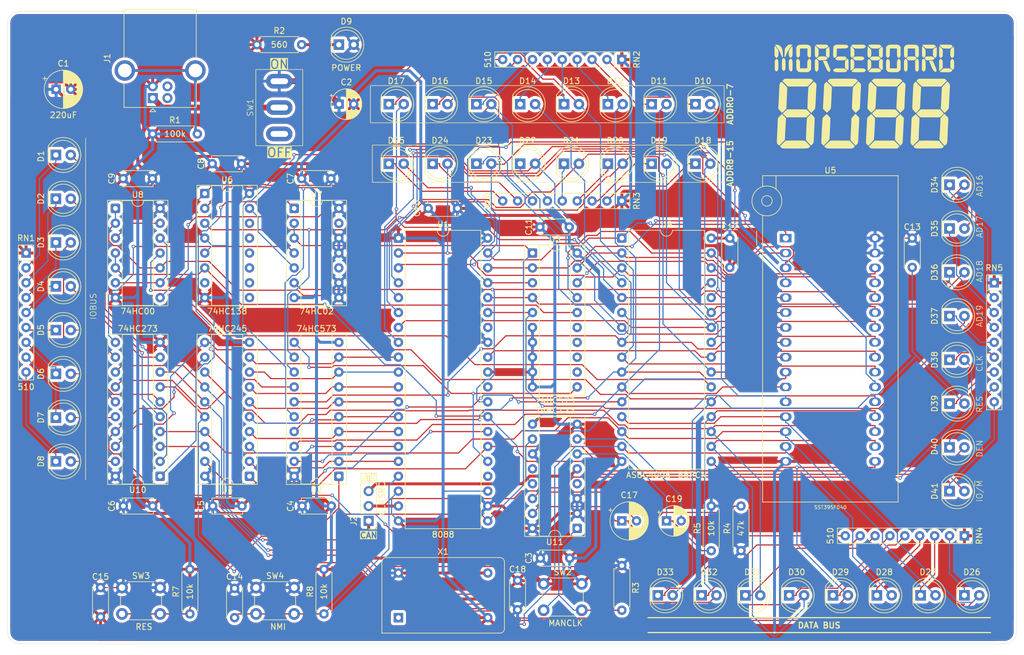
<source format=kicad_pcb>
(kicad_pcb (version 20241229) (generator "pcbnew") (generator_version "9.0")
  (layers (0 "F.Cu" signal) (2 "B.Cu" signal) (13 "F.Paste" user) (15 "B.Paste" user) (5 "F.SilkS" user "F.Silkscreen") (7 "B.SilkS" user "B.Silkscreen") (1 "F.Mask" user) (3 "B.Mask" user) (25 "Edge.Cuts" user))
  (net 0 "")
  (net 1 "VCC")
  (net 2 "GND")
  (net 3 "RES")
  (net 4 "NMI")
  (net 5 "Net-(D1-K)")
  (net 6 "L0")
  (net 7 "L1")
  (net 8 "Net-(D2-K)")
  (net 9 "Net-(D3-K)")
  (net 10 "L2")
  (net 11 "L3")
  (net 12 "Net-(D4-K)")
  (net 13 "Net-(D5-K)")
  (net 14 "L4")
  (net 15 "L5")
  (net 16 "Net-(D6-K)")
  (net 17 "L6")
  (net 18 "Net-(D7-K)")
  (net 19 "Net-(D8-K)")
  (net 20 "L7")
  (net 21 "Net-(D9-K)")
  (net 22 "Net-(J1-Shield)")
  (net 24 "VIN")
  (net 26 "AD3")
  (net 27 "AD1")
  (net 28 "~{WR}")
  (net 29 "A11")
  (net 30 "ALE")
  (net 31 "AD6")
  (net 32 "CLK")
  (net 33 "AD5")
  (net 34 "DEN")
  (net 36 "A12")
  (net 37 "AD0")
  (net 38 "AD4")
  (net 39 "AD17")
  (net 40 "A10")
  (net 41 "AD19")
  (net 42 "A14")
  (net 43 "~{M}")
  (net 44 "A15")
  (net 45 "AD2")
  (net 47 "AD7")
  (net 48 "A9")
  (net 49 "AD16")
  (net 51 "~{RD}")
  (net 52 "AD18")
  (net 53 "DT")
  (net 54 "A13")
  (net 55 "A8")
  (net 56 "A1")
  (net 57 "A5")
  (net 58 "A3")
  (net 59 "A2")
  (net 60 "A0")
  (net 61 "A7")
  (net 62 "A4")
  (net 63 "A6")
  (net 64 "A18")
  (net 65 "A16")
  (net 66 "A19")
  (net 69 "A17")
  (net 72 "D3")
  (net 73 "D4")
  (net 74 "D7")
  (net 75 "D5")
  (net 76 "D2")
  (net 77 "D6")
  (net 78 "D0")
  (net 79 "D1")
  (net 80 "~{ROMCS}")
  (net 88 "~{IO00}")
  (net 89 "~{RES}")
  (net 91 "LATCH")
  (net 93 "~{RAMCS}")
  (net 94 "M")
  (net 95 "~{A19}")
  (net 97 "Net-(U11A-Cext)")
  (net 98 "Net-(U11A-RCext)")
  (net 99 "Net-(U11B-RCext)")
  (net 100 "Net-(U11B-Cext)")
  (net 101 "Net-(D10-K)")
  (net 102 "Net-(D11-K)")
  (net 103 "Net-(D12-K)")
  (net 104 "Net-(D13-K)")
  (net 105 "Net-(D14-K)")
  (net 106 "Net-(D15-K)")
  (net 107 "Net-(D16-K)")
  (net 108 "Net-(D17-K)")
  (net 109 "Net-(D18-K)")
  (net 110 "Net-(D19-K)")
  (net 111 "Net-(D20-K)")
  (net 112 "Net-(D21-K)")
  (net 113 "Net-(D22-K)")
  (net 114 "Net-(D23-K)")
  (net 115 "Net-(D24-K)")
  (net 116 "Net-(D25-K)")
  (net 117 "Net-(D26-K)")
  (net 118 "Net-(D27-K)")
  (net 119 "Net-(D28-K)")
  (net 120 "Net-(D29-K)")
  (net 121 "Net-(D30-K)")
  (net 122 "Net-(D31-K)")
  (net 123 "Net-(D32-K)")
  (net 124 "Net-(D33-K)")
  (net 125 "Net-(D34-K)")
  (net 126 "Net-(D35-K)")
  (net 127 "Net-(D36-K)")
  (net 128 "Net-(D37-K)")
  (net 129 "Net-(D38-K)")
  (net 130 "Net-(D39-K)")
  (net 131 "Net-(D40-K)")
  (net 132 "Net-(D41-K)")
  (net 133 "CLKCAN")
  (net 134 "CLKBTN")
  (net 135 "Net-(U11A-A)")
  (net 137 "Net-(U11A-Q)")
  (footprint "LED_THT:LED_D5.0mm" (layer "F.Cu") (at 241.3 61.86)
    (property "Reference" "D35")
    (property "Value" "LED")
  )
  (footprint "Package_DIP:DIP-16_W7.62mm_Socket" (layer "F.Cu") (at 177.8 113.03 180)
    (property "Reference" "U11")
    (property "Value" "74HC123")
  )
  (footprint "LED_THT:LED_D5.0mm" (layer "F.Cu") (at 137.16 30.48)
    (property "Reference" "D9")
    (property "Value" "POWER")
  )
  (footprint "Oscillator:Oscillator_DIP-14" (layer "F.Cu") (at 147.32 128.27)
    (property "Reference" "X1")
    (property "Value" "TCXO-14")
  )
  (footprint "Package_DIP:DIP-20_W7.62mm_Socket" (layer "F.Cu") (at 137.16 104.14 180)
    (property "Reference" "U2")
    (property "Value" "74HC573")
  )
  (footprint "Package_DIP:DIP-20_W7.62mm_Socket" (layer "F.Cu") (at 121.92 104.14 180)
    (property "Reference" "U4")
    (property "Value" "74HC245")
  )
  (footprint "Capacitor_THT:CP_Radial_D6.3mm_P2.50mm" (layer "F.Cu") (at 88.94 38.1)
    (property "Reference" "C1")
    (property "Value" "220uF")
  )
  (footprint "Button_Switch_THT:SW_PUSH_6mm" (layer "F.Cu") (at 100.18 123.135)
    (property "Reference" "SW3")
    (property "Value" "RES")
  )
  (footprint "LED_THT:LED_D5.0mm" (layer "F.Cu") (at 88.9 71.72)
    (property "Reference" "D4")
    (property "Value" "LED")
  )
  (footprint "LED_THT:LED_D5.0mm" (layer "F.Cu") (at 243.84 124.46)
    (property "Reference" "D26")
    (property "Value" "LED")
  )
  (footprint "Capacitor_THT:C_Disc_D5.0mm_W2.5mm_P5.00mm" (layer "F.Cu") (at 119.38 128.27 90)
    (property "Reference" "C14")
    (property "Value" "100nF")
  )
  (footprint "LED_THT:LED_D5.0mm" (layer "F.Cu") (at 88.9 94.13)
    (property "Reference" "D7")
    (property "Value" "LED")
  )
  (footprint "LED_THT:LED_D5.0mm" (layer "F.Cu") (at 191.55 124.46)
    (property "Reference" "D33")
    (property "Value" "LED")
  )
  (footprint "Resistor_THT:R_Axial_DIN0207_L6.3mm_D2.5mm_P7.62mm_Horizontal" (layer "F.Cu") (at 111.76 127.635 90)
    (property "Reference" "R7")
    (property "Value" "10k")
  )
  (footprint "Capacitor_THT:C_Disc_D5.0mm_W2.5mm_P5.00mm" (layer "F.Cu") (at 135.81 53.34 180)
    (property "Reference" "C7")
    (property "Value" "100nF")
  )
  (footprint "Capacitor_THT:C_Disc_D5.0mm_W2.5mm_P5.00mm" (layer "F.Cu") (at 157.4 58.42 180)
    (property "Reference" "C10")
    (property "Value" "100nF")
  )
  (footprint "Resistor_THT:R_Array_SIP9" (layer "F.Cu") (at 185.42 57.15 180)
    (property "Reference" "RN3")
    (property "Value" "510")
  )
  (footprint "LED_THT:LED_D5.0mm" (layer "F.Cu") (at 88.9 101.6)
    (property "Reference" "D8")
    (property "Value" "LED")
  )
  (footprint "Package_DIP:DIP-14_W7.62mm_Socket" (layer "F.Cu") (at 99.06 58.42)
    (property "Reference" "U8")
    (property "Value" "74HC00")
  )
  (footprint "LED_THT:LED_D5.0mm" (layer "F.Cu") (at 199.02 124.46)
    (property "Reference" "D32")
    (property "Value" "LED")
  )
  (footprint "Button_Switch_THT:SW_PUSH_6mm" (layer "F.Cu") (at 123.04 123.135)
    (property "Reference" "SW4")
    (property "Value" "NMI")
  )
  (footprint "LED_THT:LED_D5.0mm" (layer "F.Cu") (at 145.68 50.8)
    (property "Reference" "D25")
    (property "Value" "LED")
  )
  (footprint "LED_THT:LED_D5.0mm" (layer "F.Cu") (at 206.49 124.46)
    (property "Reference" "D31")
    (property "Value" "LED")
  )
  (footprint "LED_THT:LED_D5.0mm" (layer "F.Cu") (at 221.43 124.46)
    (property "Reference" "D29")
    (property "Value" "LED")
  )
  (footprint "Capacitor_THT:CP_Radial_D5.0mm_P2.50mm" (layer "F.Cu") (at 137.2 40.64)
    (property "Reference" "C2")
    (property "Value" "10uF")
  )
  (footprint "LED_THT:LED_D5.0mm" (layer "F.Cu") (at 145.68 40.64)
    (property "Reference" "D17")
    (property "Value" "LED")
  )
  (footprint "LED_THT:LED_D5.0mm" (layer "F.Cu") (at 175.56 50.8)
    (property "Reference" "D21")
    (property "Value" "LED")
  )
  (footprint "LED_THT:LED_D5.0mm" (layer "F.Cu") (at 241.3 91.74)
    (property "Reference" "D39")
    (property "Value" "LED")
  )
  (footprint "Capacitor_THT:C_Disc_D5.0mm_W2.5mm_P5.00mm" (layer "F.Cu") (at 100.41 109.22)
    (property "Reference" "C6")
    (property "Value" "100nF")
  )
  (footprint "LED_THT:LED_D5.0mm" (layer "F.Cu") (at 160.62 40.64)
    (property "Reference" "D15")
    (property "Value" "LED")
  )
  (footprint "LED_THT:LED_D5.0mm" (layer "F.Cu") (at 241.3 69.33)
    (property "Reference" "D36")
    (property "Value" "LED")
  )
  (footprint "Resistor_THT:R_Axial_DIN0207_L6.3mm_D2.5mm_P7.62mm_Horizontal" (layer "F.Cu") (at 123.19 30.48)
    (property "Reference" "R2")
    (property "Value" "560")
  )
  (footprint "Resistor_THT:R_Axial_DIN0207_L6.3mm_D2.5mm_P7.62mm_Horizontal" (layer "F.Cu") (at 185.42 119.38 -90)
    (property "Reference" "R3")
    (property "Value" "10k")
  )
  (footprint "LED_THT:LED_D5.0mm" (layer "F.Cu") (at 88.9 86.66)
    (property "Reference" "D6")
    (property "Value" "LED")
  )
  (footprint "Resistor_THT:R_Axial_DIN0207_L6.3mm_D2.5mm_P7.62mm_Horizontal" (layer "F.Cu") (at 105.41 45.72)
    (property "Reference" "R1")
    (property "Value" "100k")
  )
  (footprint "Capacitor_THT:C_Disc_D5.0mm_W2.5mm_P5.00mm" (layer "F.Cu") (at 96.52 123.135 -90)
    (property "Reference" "C15")
    (property "Value" "100nF")
  )
  (footprint "Socket:DIP_Socket-32_W11.9_W12.7_W15.24_W17.78_W18.5_3M_232-1285-00-0602J" (layer "F.Cu") (at 213.36 63.5)
    (property "Reference" "U5")
    (property "Value" "SST39SF040")
  )
  (footprint "Capacitor_THT:C_Disc_D5.0mm_W2.5mm_P5.00mm" (layer "F.Cu") (at 167.64 121.92 -90)
    (property "Reference" "C18")
    (property "Value" "100nF")
  )
  (footprint "LED_THT:LED_D5.0mm" (layer "F.Cu") (at 236.37 124.46)
    (property "Reference" "D27")
    (property "Value" "LED")
  )
  (footprint "Button_Switch_THT:SW_PUSH_6mm" (layer "F.Cu") (at 172.085 122.5)
    (property "Reference" "SW2")
    (property "Value" "MANCLK")
  )
  (footprint "Resistor_THT:R_Array_SIP9" (layer "F.Cu") (at 83.82 66.04 -90)
    (property "Reference" "RN1")
    (property "Value" "510")
  )
  (footprint "Connector_PinHeader_2.54mm:PinHeader_1x03_P2.54mm_Vertical" (layer "F.Cu") (at 142.24 111.76 180)
    (property "Reference" "J2")
    (property "Value" "CLKSRC")
  )
  (footprint "LED_THT:LED_D5.0mm" (layer "F.Cu") (at 190.5 40.64)
    (property "Reference" "D11")
    (property "Value" "LED")
  )
  (footprint "components:power_switch" (layer "F.Cu") (at 127 41.22 -90)
    (property "Reference" "SW1")
    (property "Value" "SW_SPDT")
  )
  (footprint "components:morseboard-logo" (layer "F.Cu") (at 226.695 39.37)
    (property "Reference" "G***")
    (property "Value" "LOGO" (hide yes))
  )
  (footprint "LED_THT:LED_D5.0mm" (layer "F.Cu") (at 88.9 49.31)
    (property "Reference" "D1")
    (property "Value" "LED")
  )
  (footprint "LED_THT:LED_D5.0mm" (layer "F.Cu") (at 168.09 50.8)
    (property "Reference" "D22")
    (property "Value" "LED")
  )
  (footprint "Resistor_THT:R_Axial_DIN0207_L6.3mm_D2.5mm_P7.62mm_Horizontal" (layer "F.Cu") (at 200.66 116.84 90)
    (property "Reference" "R5")
    (property "Value" "10k")
  )
  (footprint "Resistor_THT:R_Axial_DIN0207_L6.3mm_D2.5mm_P7.62mm_Horizontal" (layer "F.Cu") (at 205.74 116.84 90)
    (property "Reference" "R4")
    (property "Value" "47k")
  )
  (footprint "LED_THT:LED_D5.0mm" (layer "F.Cu") (at 241.3 76.8)
    (property "Reference" "D37")
    (property "Value" "LED")
  )
  (footprint "Capacitor_THT:C_Disc_D5.0mm_W2.5mm_P5.00mm" (layer "F.Cu") (at 234.95 68.5 90)
    (property "Reference" "C13")
    (property "Value" "100nF")
  )
  (footprint "Capacitor_THT:C_Disc_D5.0mm_W2.5mm_P5.00mm" (layer "F.Cu") (at 105.37 53.34 180)
    (property "Reference" "C9")
    (property "Value" "100nF")
  )
  (footprint "LED_THT:LED_D5.0mm" (layer "F.Cu") (at 197.97 50.8)
    (property "Reference" "D18")
    (property "Value" "LED")
  )
  (footprint "Package_DIP:DIP-20_W7.62mm_Socket" (layer "F.Cu") (at 170.18 66.04)
    (property "Reference" "U3")
    (property "Value" "74HC573")
  )
  (footprint "LED_THT:LED_D5.0mm" (layer "F.Cu") (at 213.96 124.46)
    (property "Reference" "D30")
    (property "Value" "LED")
  )
  (footprint "LED_THT:LED_D5.0mm" (layer "F.Cu") (at 160.62 50.8)
    (property "Reference" "D23")
    (property "Value" "LED")
  )
  (footprint "Resistor_THT:R_Axial_DIN0207_L6.3mm_D2.5mm_P7.62mm_Horizontal" (layer "F.Cu") (at 134.62 127.635 90)
    (property "Reference" "R8")
    (property "Value" "10k")
  )
  (footprint "Package_DIP:DIP-40_W15.24mm" (layer "F.Cu") (at 147.32 63.5)
    (property "Reference" "U1")
    (property "Value" "8088")
  )
  (footprint "LED_THT:LED_D5.0mm" (layer "F.Cu") (at 197.97 40.64)
    (property "Reference" "D10")
    (property "Value" "LED")
  )
  (footprint "Resistor_THT:R_Array_SIP9" (layer "F.Cu") (at 185.42 33.02 180)
    (property "Reference" "RN2")
    (property "Value" "510")
  )
  (footprint "Package_DIP:DIP-14_W7.62mm_Socket" (layer "F.Cu") (at 129.54 58.42)
    (property "Reference" "U7")
    (property "Value" "74HC02")
  )
  (footprint "LED_THT:LED_D5.0mm" (layer "F.Cu") (at 183.03 40.64)
    (property "Reference" "D12")
    (property "Value" "LED")
  )
  (footprint "LED_THT:LED_D5.0mm" (layer "F.Cu") (at 153.15 50.8)
    (property "Reference" "D24")
    (property "Value" "LED")
  )
  (footprint "LED_THT:LED_D5.0mm" (layer "F.Cu") (at 190.5 50.8)
    (property "Reference" "D19")
    (property "Value" "LED")
  )
  (footprint "Capacitor_THT:CP_Radial_D6.3mm_P2.50mm" (layer "F.Cu") (at 185.42 111.76)
    (property "Reference" "C17")
    (property "Value" "100uF")
  )
  (footprint "Capacitor_THT:C_Disc_D5.0mm_W2.5mm_P5.00mm" (layer "F.Cu") (at 130.89 109.22)
    (property "Reference" "C4")
    (property "Value" "100nF")
  )
  (footprint "LED_THT:LED_D5.0mm" (layer "F.Cu") (at 241.3 84.27)
    (property "Reference" "D38")
    (property "Value" "LED")
  )
  (footprint "LED_THT:LED_D5.0mm" (layer "F.Cu") (at 241.3 54.39)
    (property "Reference" "D34")
    (property "Value" "LED")
  )
  (footprint "LED_THT:LED_D5.0mm" (layer "F.Cu") (at 88.9 79.19)
    (property "Reference" "D5")
    (property "Value" "LED")
  )
  (footprint "Capacitor_THT:C_Disc_D5.0mm_W2.5mm_P5.00mm" (layer "F.Cu") (at 120.57 50.8 180)
    (property "Reference" "C8")
    (property "Value" "100nF")
  )
  (footprint "Capacitor_THT:C_Disc_D5.0mm_W2.5mm_P5.00mm" (layer "F.Cu") (at 171.53 118.11)
    (property "Reference" "C3")
    (property "Value" "100nF")
  )
  (footprint "Connector_USB:USB_B_OST_USB-B1HSxx_Horizontal" (layer "F.Cu") (at 105.43 39.5975 90)
    (property "Reference" "J1")
    (property "Value" "USB_B")
  )
  (footprint "Capacitor_THT:C_Disc_D5.0mm_W2.5mm_P5.00mm" (layer "F.Cu") (at 115.65 109.22)
    (property "Reference" "C5")
    (property "Value" "100nF")
  )
  (footprint "Package_DIP:DIP-32_W15.24mm" (layer "F.Cu") (at 185.42 63.5)
    (property "Reference" "U9")
    (property "Value" "AS6C4008-55PCN")
  )
  (footprint "LED_THT:LED_D5.0mm" (layer "F.Cu") (at 228.9 124.46)
    (property "Reference" "D28")
    (property "Value" "LED")
  )
  (footprint "LED_THT:LED_D5.0mm" (layer "F.Cu") (at 175.56 40.64)
    (property "Reference" "D13")
    (property "Value" "LED")
  )
  (footprint "LED_THT:LED_D5.0mm" (layer "F.Cu") (at 241.3 99.21)
    (property "Reference" "D40")
    (property "Value" "LED")
  )
  (footprint "Capacitor_THT:C_Disc_D5.0mm_W2.5mm_P5.00mm" (layer "F.Cu") (at 203.835 63.5 -90)
    (property "Reference" "C12")
    (property "Value" "100nF")
  )
  (footprint "LED_THT:LED_D5.0mm" (layer "F.Cu") (at 153.15 40.64)
    (property "Reference" "D16")
    (property "Value" "LED")
  )
  (footprint "LED_THT:LED_D5.0mm" (layer "F.Cu") (at 88.9 64.25)
    (property "Reference" "D3")
    (property "Value" "LED")
  )
  (footprint "Package_DIP:DIP-16_W7.62mm_Socket" (layer "F.Cu") (at 114.3 55.88)
    (property "Reference" "U6")
    (property "Value" "74HC138")
  )
  (footprint "LED_THT:LED_D5.0mm" (layer "F.Cu") (at 168.09 40.64)
    (property "Reference" "D14")
    (property "Value" "LED")
  )
  (footprint "LED_THT:LED_D5.0mm" (layer "F.Cu") (at 241.3 106.68)
    (property "Reference" "D41")
    (property "Value" "LED")
  )
  (footprint "Capacitor_THT:C_Disc_D5.0mm_W2.5mm_P5.00mm" (layer "F.Cu") (at 176.45 61.595 180)
    (property "Reference" "C11")
    (property "Value" "100nF")
  )
  (footprint "Resistor_THT:R_Array_SIP9" (layer "F.Cu") (at 248.92 71.12 -90)
    (property "Reference" "RN5")
    (property "Value" "510")
  )
  (footprint "LED_THT:LED_D5.0mm" (layer "F.Cu") (at 88.9 56.78)
    (property "Reference" "D2")
    (property "Value" "LED")
  )
  (footprint "LED_THT:LED_D5.0mm" (layer "F.Cu") (at 183.03 50.8)
    (property "Reference" "D20")
    (property "Value" "LED")
  )
  (footprint "Resistor_THT:R_Array_SIP9" (layer "F.Cu") (at 243.84 114.3 180)
    (property "Reference" "RN4")
    (property "Value" "510")
  )
  (footprint "Package_DIP:DIP-20_W7.62mm_Socket" (layer "F.Cu") (at 106.68 104.14 180)
    (property "Reference" "U10")
    (property "Value" "74HC273")
  )
  (footprint "Capacitor_THT:CP_Radial_D5.0mm_P2.50mm" (layer "F.Cu") (at 193.04 111.76)
    (property "Reference" "C19")
    (property "Value" "1uF")
  )
  (gr_line (start 93.98 46.429499) (end 93.98 104.775) (stroke (width 0.1)) (layer "F.SilkS"))
  (gr_line (start 189.865 128.27) (end 248.285 128.27) (stroke (width 0.2)) (layer "F.SilkS"))
  (gr_rect (start 142.54 37.465) (end 202.865 43.815) (stroke (width 0.1)) (fill no) (layer "F.SilkS"))
  (gr_rect (start 142.875 47.625) (end 202.865 53.975) (stroke (width 0.1)) (fill no) (layer "F.SilkS"))
  (gr_line (start 189.865 130.81) (end 248.285 130.81) (stroke (width 0.2)) (layer "F.SilkS"))
  (gr_line (start 80.645 130.715) (end 80.645 26.765) (stroke (width 0.05)) (layer "Edge.Cuts"))
  (gr_line (start 82.645 24.765) (end 250.73 24.765) (stroke (width 0.05)) (layer "Edge.Cuts"))
  (gr_line (start 250.73 132.715) (end 82.645 132.715) (stroke (width 0.05)) (layer "Edge.Cuts"))
  (gr_arc (start 250.73 24.765) (mid 252.144214 25.350786) (end 252.73 26.765) (stroke (width 0.05)) (layer "Edge.Cuts"))
  (gr_line (start 252.73 26.765) (end 252.73 130.715) (stroke (width 0.05)) (layer "Edge.Cuts"))
  (gr_arc (start 80.645 26.765) (mid 81.230786 25.350786) (end 82.645 24.765) (stroke (width 0.05)) (layer "Edge.Cuts"))
  (gr_arc (start 252.73 130.715) (mid 252.144214 132.129214) (end 250.73 132.715) (stroke (width 0.05)) (layer "Edge.Cuts"))
  (gr_arc (start 82.645 132.715) (mid 81.230786 132.129214) (end 80.645 130.715) (stroke (width 0.05)) (layer "Edge.Cuts"))
  (gr_text "AD17" (at 247.015 63.5 90) (layer "F.SilkS") (effects (font (size 1 1) (thickness 0.1)) (justify left bottom)))
  (gr_text "RES" (at 247.015 93.345 90) (layer "F.SilkS") (effects (font (size 1 1) (thickness 0.1)) (justify left bottom)))
  (gr_text "AD18" (at 247.015 71.12 90) (layer "F.SilkS") (effects (font (size 1 1) (thickness 0.1)) (justify left bottom)))
  (gr_text "OFF" (at 127 49.784 0) (layer "F.SilkS" knockout) (effects (font (size 1.5 1.5) (thickness 0.2) (bold yes)) (justify bottom)))
  (gr_text "ON" (at 127 34.72 0) (layer "F.SilkS" knockout) (effects (font (size 1.5 1.5) (thickness 0.2) (bold yes)) (justify bottom)))
  (gr_text "DATA BUS" (at 219.075 130.175 0) (layer "F.SilkS") (effects (font (size 1 1) (thickness 0.2) (bold yes)) (justify bottom)))
  (gr_text "DEN" (at 247.015 100.965 90) (layer "F.SilkS") (effects (font (size 1 1) (thickness 0.1)) (justify left bottom)))
  (gr_text "CLK" (at 247.015 86.36 90) (layer "F.SilkS") (effects (font (size 1 1) (thickness 0.1)) (justify left bottom)))
  (gr_text "ADDR8-15" (at 204.47 50.8 90) (layer "F.SilkS") (effects (font (size 1 1) (thickness 0.2) (bold yes)) (justify bottom)))
  (gr_text "CAN" (at 142.24 114.808 0) (layer "F.SilkS" knockout) (effects (font (size 1 1) (thickness 0.2) (bold yes)) (justify bottom)))
  (gr_text "IO/~{M}" (at 247.015 108.585 90) (layer "F.SilkS") (effects (font (size 1 1) (thickness 0.1)) (justify left bottom)))
  (gr_text "IOBUS" (at 95.885 77.47 90) (layer "F.SilkS") (effects (font (size 1 1) (thickness 0.1)) (justify left bottom)))
  (gr_text "AD19" (at 247.015 78.74 90) (layer "F.SilkS") (effects (font (size 1 1) (thickness 0.1)) (justify left bottom)))
  (gr_text "ADDR0-7" (at 204.47 40.64 90) (layer "F.SilkS") (effects (font (size 1 1) (thickness 0.2) (bold yes)) (justify bottom)))
  (gr_text "BTN" (at 142.24 104.902 0) (layer "F.SilkS" knockout) (effects (font (size 1 1) (thickness 0.2) (bold yes)) (justify bottom)))
  (gr_text "AD16" (at 247.015 56.515 90) (layer "F.SilkS") (effects (font (size 1 1) (thickness 0.1)) (justify left bottom)))
  (segment (start 133.28 36.72) (end 137.2 40.64) (width 1) (layer "F.Cu") (net 1))
  (segment (start 88.94 38.1) (end 92.115 41.275) (width 0.5) (layer "F.Cu") (net 1))
  (segment (start 154.305 125.095) (end 165.815 125.095) (width 0.5) (layer "F.Cu") (net 1))
  (segment (start 165.1 109.22) (end 168.91 113.03) (width 0.5) (layer "F.Cu") (net 1))
  (segment (start 234.95 63.5) (end 228.6 63.5) (width 0.2) (layer "F.Cu") (net 1))
  (segment (start 92.115 41.275) (end 99.695 41.275) (width 0.5) (layer "F.Cu") (net 1))
  (segment (start 165.815 125.095) (end 167.64 126.92) (width 0.5) (layer "F.Cu") (net 1))
  (segment (start 100.41 109.22) (end 101.661 110.471) (width 0.5) (layer "F.Cu") (net 1))
  (segment (start 109.161 49.549) (end 119.319 49.549) (width 0.5) (layer "F.Cu") (net 1))
  (segment (start 170.18 113.03) (end 172.085 113.03) (width 0.5) (layer "F.Cu") (net 1))
  (segment (start 127 36.72) (end 133.28 36.72) (width 1) (layer "F.Cu") (net 1))
  (segment (start 114.399 110.471) (end 115.65 109.22) (width 0.5) (layer "F.Cu") (net 1))
  (segment (start 116.92 110.49) (end 129.62 110.49) (width 0.5) (layer "F.Cu") (net 1))
  (segment (start 120.57 50.8) (end 133.27 50.8) (width 0.5) (layer "F.Cu") (net 1))
  (segment (start 105.37 53.34) (end 109.161 49.549) (width 0.5) (layer "F.Cu") (net 1))
  (segment (start 102.87 50.84) (end 105.37 53.34) (width 0.5) (layer "F.Cu") (net 1))
  (segment (start 157.4 58.42) (end 160.086 58.42) (width 0.5) (layer "F.Cu") (net 1))
  (segment (start 149.86 120.65) (end 154.305 125.095) (width 0.5) (layer "F.Cu") (net 1))
  (segment (start 100.18 123.135) (end 96.52 123.135) (width 0.2) (layer "F.Cu") (net 1))
  (segment (start 162.56 109.22) (end 165.1 109.22) (width 0.5) (layer "F.Cu") (net 1))
  (segment (start 161.29 59.624) (end 174.479 59.624) (width 0.5) (layer "F.Cu") (net 1))
  (segment (start 102.87 44.45) (end 102.87 50.84) (width 0.5) (layer "F.Cu") (net 1))
  (segment (start 174.479 59.624) (end 176.45 61.595) (width 0.5) (layer "F.Cu") (net 1))
  (segment (start 119.319 49.549) (end 120.57 50.8) (width 0.5) (layer "F.Cu") (net 1))
  (segment (start 172.085 113.03) (end 174.625 110.49) (width 0.5) (layer "F.Cu") (net 1))
  (segment (start 101.661 110.471) (end 114.399 110.471) (width 0.5) (layer "F.Cu") (net 1))
  (segment (start 160.086 58.42) (end 161.29 59.624) (width 0.5) (layer "F.Cu") (net 1))
  (segment (start 99.695 41.275) (end 102.87 44.45) (width 0.5) (layer "F.Cu") (net 1))
  (segment (start 203.835 63.5) (end 200.66 63.5) (width 0.5) (layer "F.Cu") (net 1))
  (segment (start 168.91 113.03) (end 170.18 113.03) (width 0.5) (layer "F.Cu") (net 1))
  (segment (start 174.625 110.49) (end 177.8 110.49) (width 0.5) (layer "F.Cu") (net 1))
  (segment (start 115.65 109.22) (end 116.92 110.49) (width 0.5) (layer "F.Cu") (net 1))
  (segment (start 129.62 110.49) (end 130.89 109.22) (width 0.5) (layer "F.Cu") (net 1))
  (segment (start 133.27 50.8) (end 135.81 53.34) (width 0.5) (layer "F.Cu") (net 1))
  (segment (start 147.32 120.65) (end 149.86 120.65) (width 0.5) (layer "F.Cu") (net 1))
  (segment (start 167.121 131.964) (end 181.091 131.964) (width 0.5) (layer "B.Cu") (net 1))
  (segment (start 139.7 30.48) (end 137.2 32.98) (width 0.5) (layer "B.Cu") (net 1))
  (segment (start 88.94 31.075) (end 88.94 38.1) (width 0.5) (layer "B.Cu") (net 1))
  (segment (start 202.681 131.964) (end 249.036 131.964) (width 0.5) (layer "B.Cu") (net 1))
  (segment (start 143.51 120.65) (end 147.32 120.65) (width 0.5) (layer "B.Cu") (net 1))
  (segment (start 229.87 26.035) (end 204.47 26.035) (width 0.5) (layer "B.Cu") (net 1))
  (segment (start 137.2 32.98) (end 137.2 40.64) (width 0.5) (layer "B.Cu") (net 1))
  (segment (start 181.091 131.964) (end 202.681 131.964) (width 0.5) (layer "B.Cu") (net 1))
  (segment (start 126.365 131.445) (end 126.365 124.46) (width 0.5) (layer "B.Cu") (net 1))
  (segment (start 135.89 62.23) (end 137.16 63.5) (width 0.5) (layer "B.Cu") (net 1))
  (segment (start 177.8 107.95) (end 177.8 110.49) (width 0.5) (layer "B.Cu") (net 1))
  (segment (start 103.505 124.46) (end 104.83 123.135) (width 0.5) (layer "B.Cu") (net 1))
  (segment (start 135.81 53.34) (end 135.81 57.07) (width 0.5) (layer "B.Cu") (net 1))
  (segment (start 100.41 122.905) (end 100.18 123.135) (width 0.5) (layer "B.Cu") (net 1))
  (segment (start 157.4 26.75) (end 158.115 26.035) (width 0.5) (layer "B.Cu") (net 1))
  (segment (start 101.505 124.46) (end 103.505 124.46) (width 0.5) (layer "B.Cu") (net 1))
  (segment (start 83.301 38.1) (end 81.396 40.005) (width 0.5) (layer "B.Cu") (net 1))
  (segment (start 126.365 124.46) (end 127.69 123.135) (width 0.5) (layer "B.Cu") (net 1))
  (segment (start 142.24 121.92) (end 143.51 120.65) (width 0.5) (layer "B.Cu") (net 1))
  (segment (start 171.53 118.11) (end 171.53 114.38) (width 0.5) (layer "B.Cu") (net 1))
  (segment (start 203.835 26.67) (end 204.47 26.035) (width 0.5) (layer "B.Cu") (net 1))
  (segment (start 130.89 121.785) (end 130.89 109.22) (width 0.5) (layer "B.Cu") (net 1))
  (segment (start 157.48 80.01) (end 158.75 81.28) (width 0.5) (layer "B.Cu") (net 1))
  (segment (start 248.92 26.035) (end 229.87 26.035) (width 0.5) (layer "B.Cu") (net 1))
  (segment (start 170.18 100.33) (end 171.431 101.581) (width 0.5) (layer "B.Cu") (net 1))
  (segment (start 102.754 131.964) (end 125.73 131.964) (width 0.5) (layer "B.Cu") (net 1))
  (segment (start 144.145 26.035) (end 139.7 30.48) (width 0.5) (layer "B.Cu") (net 1))
  (segment (start 129.54 107.87) (end 130.89 109.22) (width 0.5) (layer "B.Cu") (net 1))
  (segment (start 141.086 131.964) (end 142.24 130.81) (width 0.5) (layer "B.Cu") (net 1))
  (segment (start 115.65 109.22) (end 115.65 105.49) (width 0.5) (layer "B.Cu") (net 1))
  (segment (start 120.57 50.8) (end 120.57 54.53) (width 0.5) (layer "B.Cu") (net 1))
  (segment (start 100.41 109.22) (end 100.41 105.49) (width 0.5) (layer "B.Cu") (net 1))
  (segment (start 125.73 131.964) (end 125.846 131.964) (width 0.5) (layer "B.Cu") (net 1))
  (segment (start 81.396 40.005) (end 81.396 129.656) (width 0.5) (layer "B.Cu") (net 1))
  (segment (start 105.37 53.34) (end 105.37 57.11) (width 0.5) (layer "B.Cu") (net 1))
  (segment (start 137.16 66.04) (end 135.909 67.291) (width 0.5) (layer "B.Cu") (net 1))
  (segment (start 167.64 131.445) (end 167.64 126.92) (width 0.5) (layer "B.Cu") (net 1))
  (segment (start 137.16 58.42) (end 135.89 59.69) (width 0.5) (layer "B.Cu") (net 1))
  (segment (start 125.846 131.964) (end 126.365 131.445) (width 0.5) (layer "B.Cu") (net 1))
  (segment (start 171.53 114.38) (end 170.18 113.03) (width 0.5) (layer "B.Cu") (net 1))
  (segment (start 170.634 123.926) (end 167.64 126.92) (width 0.5) (layer "B.Cu") (net 1))
  (segment (start 182.245 121.285) (end 184.15 119.38) (width 0.5) (layer "B.Cu") (net 1))
  (segment (start 102.235 131.445) (end 103.505 130.175) (width 0.5) (layer "B.Cu") (net 1))
  (segment (start 102.235 131.445) (end 102.754 131.964) (width 0.5) (layer "B.Cu") (net 1))
  (segment (start 184.15 119.38) (end 185.42 119.38) (width 0.5) (layer "B.Cu") (net 1))
  (segment (start 171.431 111.779) (end 170.18 113.03) (width 0.5) (layer "B.Cu") (net 1))
  (segment (start 135.909 67.291) (end 135.909 69.869) (width 0.5) (layer "B.Cu") (net 1))
  (segment (start 157.48 62.865) (end 157.48 80.01) (width 0.5) (layer "B.Cu") (net 1))
  (segment (start 121.325 121.325) (end 115.65 115.65) (width 0.5) (layer "B.Cu") (net 1))
  (segment (start 115.65 115.65) (end 115.65 109.22) (width 0.5) (layer "B.Cu") (net 1))
  (segment (start 203.835 130.81) (end 203.835 118.745) (width 0.5) (layer "B.Cu") (net 1))
  (segment (start 88.94 38.1) (end 83.301 38.1) (width 0.5) (layer "B.Cu") (net 1))
  (segment (start 200.66 111.76) (end 205.74 116.84) (width 0.5) (layer "B.Cu") (net 1))
  (segment (start 228.6 63.5) (end 228.6 27.305) (width 0.5) (layer "B.Cu") (net 1))
  (segment (start 228.6 63.5) (end 228.6 66.04) (width 0.5) (layer "B.Cu") (net 1))
  (segment (start 171.431 101.581) (end 171.431 111.779) (width 0.5) (layer "B.Cu") (net 1))
  (segment (start 249.036 131.964) (end 251.979 129.021) (width 0.5) (layer "B.Cu") (net 1))
  (segment (start 157.4 58.42) (end 157.4 26.75) (width 0.5) (layer "B.Cu") (net 1))
  (segment (start 83.185 131.445) (end 102.235 131.445) (width 0.5) (layer "B.Cu") (net 1))
  (segment (start 167.121 131.964) (end 167.64 131.445) (width 0.5) (layer "B.Cu") (net 1))
  (segment (start 158.115 63.5) (end 162.56 63.5) (width 0.5) (layer "B.Cu") (net 1))
  (segment (start 157.4 62.785) (end 157.48 62.865) (width 0.5) (layer "B.Cu") (net 1))
  (segment (start 203.835 118.745) (end 205.74 116.84) (width 0.5) (layer "B.Cu") (net 1))
  (segment (start 129.54 123.135) (end 130.89 121.785) (width 0.5) (layer "B.Cu") (net 1))
  (segment (start 144.145 26.035) (end 93.98 26.035) (width 0.5) (layer "B.Cu") (net 1))
  (segment (start 158.115 26.035) (end 144.145 26.035) (width 0.5) (layer "B.Cu") (net 1))
  (segment (start 251.979 129.021) (end 251.979 29.094) (width 0.5) (layer "B.Cu") (net 1))
  (segment (start 100.41 105.49) (end 99.06 104.14) (width 0.5) (layer "B.Cu") (net 1))
  (segment (start 204.47 26.035) (end 158.115 26.035) (width 0.5) (layer "B.Cu") (net 1))
  (segment (start 93.98 26.035) (end 88.94 31.075) (width 0.5) (layer "B.Cu") (net 1))
  (segment (start 176.45 61.595) (end 176.45 64.69) (width 0.5) (layer "B.Cu") (net 1))
  (segment (start 124.365 124.46) (end 123.04 123.135) (width 0.5) (layer "B.Cu") (net 1))
  (segment (start 126.365 124.46) (end 124.365 124.46) (width 0.5) (layer "B.Cu") (net 1))
  (segment (start 135.89 59.69) (end 135.89 62.23) (width 0.5) (layer "B.Cu") (net 1))
  (segment (start 119.38 123.27) (end 121.325 121.325) (width 0.2) (layer "B.Cu") (net 1))
  (segment (start 137.16 63.5) (end 137.16 66.04) (width 0.5) (layer "B.Cu") (net 1))
  (segment (start 123.04 123.135) (end 123.04 123.04) (width 0.5) (layer "B.Cu") (net 1))
  (segment (start 202.681 131.964) (end 203.835 130.81) (width 0.5) (layer "B.Cu") (net 1))
  (segment (start 203.835 63.5) (end 203.835 26.67) (width 0.5) (layer "B.Cu") (net 1))
  (segment (start 103.505 130.175) (end 103.505 124.46) (width 0.5) (layer "B.Cu") (net 1))
  (segment (start 170.634 119.006) (end 170.634 123.926) (width 0.5) (layer "B.Cu") (net 1))
  (segment (start 181.091 131.964) (end 182.245 130.81) (width 0.5) (layer "B.Cu") (net 1))
  (segment (start 142.24 130.81) (end 142.24 121.92) (width 0.5) (layer "B.Cu") (net 1))
  (segment (start 115.65 105.49) (end 114.3 104.14) (width 0.5) (layer "B.Cu") (net 1))
  (segment (start 127.69 123.135) (end 129.54 123.135) (width 0.5) (layer "B.Cu") (net 1))
  (segment (start 157.48 62.865) (end 158.115 63.5) (width 0.5) (layer "B.Cu") (net 1))
  (segment (start 125.846 131.964) (end 141.086 131.964) (width 0.5) (layer "B.Cu") (net 1))
  (segment (start 100.18 123.135) (end 101.505 124.46) (width 0.5) (layer "B.Cu") (net 1))
  (segment (start 182.245 130.81) (end 182.245 121.285) (width 0.5) (layer "B.Cu") (net 1))
  (segment (start 228.6 27.305) (end 229.87 26.035) (width 0.5) (layer "B.Cu") (net 1))
  (segment (start 251.979 29.094) (end 248.92 26.035) (width 0.5) (layer "B.Cu") (net 1))
  (segment (start 200.66 109.22) (end 200.66 111.76) (width 0.5) (layer "B.Cu") (net 1))
  (segment (start 171.53 118.11) (end 170.634 119.006) (width 0.5) (layer "B.Cu") (net 1))
  (segment (start 104.83 123.135) (end 106.68 123.135) (width 0.5) (layer "B.Cu") (net 1))
  (segment (start 129.54 104.14) (end 129.54 107.87) (width 0.5) (layer "B.Cu") (net 1))
  (segment (start 158.75 81.28) (end 162.56 81.28) (width 0.5) (layer "B.Cu") (net 1))
  (segment (start 135.909 69.869) (end 137.16 71.12) (width 0.5) (layer "B.Cu") (net 1))
  (segment (start 157.4 58.42) (end 157.4 62.785) (width 0.5) (layer "B.Cu") (net 1))
  (segment (start 176.45 64.69) (end 177.8 66.04) (width 0.5) (layer "B.Cu") (net 1))
  (segment (start 125.73 131.964) (end 125.846 131.964) (width 0.5) (layer "B.Cu") (net 1))
  (segment (start 135.81 57.07) (end 137.16 58.42) (width 0.5) (layer "B.Cu") (net 1))
  (segment (start 123.04 123.04) (end 121.325 121.325) (width 0.5) (layer "B.Cu") (net 1))
  (segment (start 137.16 71.12) (end 137.16 73.66) (width 0.5) (layer "B.Cu") (net 1))
  (segment (start 141.086 131.964) (end 167.121 131.964) (width 0.5) (layer "B.Cu") (net 1))
  (segment (start 105.37 57.11) (end 106.68 58.42) (width 0.5) (layer "B.Cu") (net 1))
  (segment (start 120.57 54.53) (end 121.92 55.88) (width 0.5) (layer "B.Cu") (net 1))
  (segment (start 100.41 109.22) (end 100.41 122.905) (width 0.5) (layer "B.Cu") (net 1))
  (segment (start 81.396 129.656) (end 83.185 131.445) (width 0.5) (layer "B.Cu") (net 1))
  (segment (start 167.64 121.92) (end 171.505 121.92) (width 0.5) (layer "F.Cu") (net 2))
  (segment (start 82.55 64.77) (end 83.82 66.04) (width 0.5) (layer "F.Cu") (net 2))
  (segment (start 210.82 131.964) (end 249.036 131.964) (width 0.5) (layer "F.Cu") (net 2))
  (segment (start 115.57 50.8) (end 111.779 54.591) (width 0.5) (layer "F.Cu") (net 2))
  (segment (start 172.085 122.5) (end 178.585 122.5) (width 0.5) (layer "F.Cu") (net 2))
  (segment (start 148.59 124.46) (end 152.4 128.27) (width 0.5) (layer "F.Cu") (net 2))
  (segment (start 162.56 86.36) (end 170.18 86.36) (width 0.5) (layer "F.Cu") (net 2))
  (segment (start 96.404 131.964) (end 158.866 131.964) (width 0.5) (layer "F.Cu") (net 2))
  (segment (start 98.925 125.73) (end 109.855 125.73) (width 0.5) (layer "F.Cu") (net 2))
  (segment (start 251.46 129.54) (end 251.46 128.905) (width 0.5) (layer "F.Cu") (net 2))
  (segment (start 154.305 60.325) (end 163.83 60.325) (width 0.5) (layer "F.Cu") (net 2))
  (segment (start 105.41 109.22) (end 106.661 107.969) (width 0.5) (layer "F.Cu") (net 2))
  (segment (start 178.435 62.23) (end 180.34 62.23) (width 0.5) (layer "F.Cu") (net 2))
  (segment (start 109.855 125.73) (end 111.76 123.825) (width 0.5) (layer "F.Cu") (net 2))
  (segment (start 171.45 61.595) (end 172.701 62.846) (width 0.5) (layer "F.Cu") (net 2))
  (segment (start 106.661 107.969) (end 119.399 107.969) (width 0.5) (layer "F.Cu") (net 2))
  (segment (start 94.615 131.445) (end 95.885 131.445) (width 0.5) (layer "F.Cu") (net 2))
  (segment (start 121.901 107.969) (end 134.639 107.969) (width 0.5) (layer "F.Cu") (net 2))
  (segment (start 81.396 130.291) (end 82.55 131.445) (width 0.5) (layer "F.Cu") (net 2))
  (segment (start 111.76 123.825) (end 111.76 120.015) (width 0.5) (layer "F.Cu") (net 2))
  (segment (start 101.621 54.591) (end 100.37 53.34) (width 0.5) (layer "F.Cu") (net 2))
  (segment (start 95.885 131.445) (end 96.404 131.964) (width 0.5) (layer "F.Cu") (net 2))
  (segment (start 81.396 39.37) (end 81.396 64.77) (width 0.5) (layer "F.Cu") (net 2))
  (segment (start 251.46 71.12) (end 248.92 71.12) (width 0.5) (layer "F.Cu") (net 2))
  (segment (start 165.1 61.595) (end 171.45 61.595) (width 0.5) (layer "F.Cu") (net 2))
  (segment (start 125.095 26.035) (end 123.19 27.94) (width 0.5) (layer "F.Cu") (net 2))
  (segment (start 101.092 38.1) (end 91.44 38.1) (width 0.5) (layer "F.Cu") (net 2))
  (segment (start 82.55 131.445) (end 94.615 131.445) (width 0.5) (layer "F.Cu") (net 2))
  (segment (start 105.41 35.56) (end 105.41 37.5775) (width 0.5) (layer "F.Cu") (net 2))
  (segment (start 91.44 38.1) (end 90.189 36.849) (width 0.5) (layer "F.Cu") (net 2))
  (segment (start 123.19 30.48) (end 110.49 30.48) (width 0.5) (layer "F.Cu") (net 2))
  (segment (start 211.455 131.329) (end 210.82 131.964) (width 0.5) (layer "F.Cu") (net 2))
  (segment (start 211.455 130.81) (end 211.455 131.329) (width 0.5) (layer "F.Cu") (net 2))
  (segment (start 92.71 26.035) (end 91.44 27.305) (width 0.5) (layer "F.Cu") (net 2))
  (segment (start 251.46 128.905) (end 251.979 128.386) (width 0.5) (layer "F.Cu") (net 2))
  (segment (start 172.701 62.846) (end 177.819 62.846) (width 0.5) (layer "F.Cu") (net 2))
  (segment (start 129.54 52.07) (end 130.81 53.34) (width 0.5) (layer "F.Cu") (net 2))
  (segment (start 171.505 121.92) (end 172.085 122.5) (width 0.5) (layer "F.Cu") (net 2))
  (segment (start 152.4 58.42) (end 154.305 60.325) (width 0.5) (layer "F.Cu") (net 2))
  (segment (start 91.9425 37.5975) (end 91.44 38.1) (width 0.5) (layer "F.Cu") (net 2))
  (segment (start 90.189 36.849) (end 83.917 36.849) (width 0.5) (layer "F.Cu") (net 2))
  (segment (start 105.43 37.5975) (end 101.5945 37.5975) (width 0.5) (layer "F.Cu") (net 2))
  (segment (start 134.639 107.969) (end 135.89 109.22) (width 0.5) (layer "F.Cu") (net 2))
  (segment (start 251.979 71.639) (end 251.979 29.094) (width 0.5) (layer "F.Cu") (net 2))
  (segment (start 187.96 26.035) (end 125.095 26.035) (width 0.5) (layer "F.Cu") (net 2))
  (segment (start 193.059 64.789) (end 201.255 64.789) (width 0.5) (layer "F.Cu") (net 2))
  (segment (start 249.036 131.964) (end 251.46 129.54) (width 0.5) (layer "F.Cu") (net 2))
  (segment (start 158.866 131.964) (end 162.56 128.27) (width 0.5) (layer "F.Cu") (net 2))
  (segment (start 203.835 67.3686) (end 203.835 68.5) (width 0.5) (layer "F.Cu") (net 2))
  (segment (start 251.979 71.639) (end 251.46 71.12) (width 0.5) (layer "F.Cu") (net 2))
  (segment (start 125.095 26.035) (end 92.71 26.035) (width 0.5) (layer "F.Cu") (net 2))
  (segment (start 96.52 128.135) (end 98.925 125.73) (width 0.5) (layer "F.Cu") (net 2))
  (segment (start 91.44 27.305) (end 91.44 38.1) (width 0.5) (layer "F.Cu") (net 2))
  (segment (start 152.4 128.27) (end 162.56 128.27) (width 0.5) (layer "F.Cu") (net 2))
  (segment (start 81.396 64.77) (end 81.396 130.291) (width 0.5) (layer "F.Cu") (net 2))
  (segment (start 110.49 30.48) (end 105.41 35.56) (width 0.5) (layer "F.Cu") (net 2))
  (segment (start 119.399 107.969) (end 120.65 109.22) (width 0.5) (layer "F.Cu") (net 2))
  (segment (start 182.245 98.425) (end 182.245 96.52) (width 0.5) (layer "F.Cu") (net 2))
  (segment (start 163.83 60.325) (end 165.1 61.595) (width 0.5) (layer "F.Cu") (net 2))
  (segment (start 180.975 95.25) (end 177.8 95.25) (width 0.5) (layer "F.Cu") (net 2))
  (segment (start 251.979 119.38) (end 246.899 114.3) (width 0.5) (layer "F.Cu") (net 2))
  (segment (start 185.42 101.6) (end 182.245 98.425) (width 0.5) (layer "F.Cu") (net 2))
  (segment (start 182.245 96.52) (end 180.975 95.25) (width 0.5) (layer "F.Cu") (net 2))
  (segment (start 116.84 52.07) (end 129.54 52.07) (width 0.5) (layer "F.Cu") (net 2))
  (segment (start 158.866 131.964) (end 210.82 131.964) (width 0.5) (layer "F.Cu") (net 2))
  (segment (start 201.255 64.789) (end 203.835 67.3686) (width 0.5) (layer "F.Cu") (net 2))
  (segment (start 140.335 120.015) (end 144.78 124.46) (width 0.5) (layer "F.Cu") (net 2))
  (segment (start 251.979 119.38) (end 251.979 71.639) (width 0.5) (layer "F.Cu") (net 2))
  (segment (start 96.52 129.54) (end 96.52 128.135) (width 0.5) (layer "F.Cu") (net 2))
  (segment (start 120.65 109.22) (end 121.901 107.969) (width 0.5) (layer "F.Cu") (net 2))
  (segment (start 185.42 57.15) (end 193.059 64.789) (width 0.5) (layer "F.Cu") (net 2))
  (segment (start 177.819 62.846) (end 178.435 62.23) (width 0.5) (layer "F.Cu") (net 2))
  (segment (start 248.92 26.035) (end 187.96 26.035) (width 0.5) (layer "F.Cu") (net 2))
  (segment (start 144.78 124.46) (end 148.59 124.46) (width 0.5) (layer "F.Cu") (net 2))
  (segment (start 81.396 64.77) (end 82.55 64.77) (width 0.5) (layer "F.Cu") (net 2))
  (segment (start 180.34 62.23) (end 185.42 57.15) (width 0.5) (layer "F.Cu") (net 2))
  (segment (start 251.979 29.094) (end 248.92 26.035) (width 0.5) (layer "F.Cu") (net 2))
  (segment (start 115.57 50.8) (end 116.84 52.07) (width 0.5) (layer "F.Cu") (net 2))
  (segment (start 185.42 28.575) (end 185.42 33.02) (width 0.5) (layer "F.Cu") (net 2))
  (segment (start 134.62 120.015) (end 140.335 120.015) (width 0.5) (layer "F.Cu") (net 2))
  (segment (start 123.19 27.94) (end 123.19 30.48) (width 0.5) (layer "F.Cu") (net 2))
  (segment (start 101.5945 37.5975) (end 101.092 38.1) (width 0.5) (layer "F.Cu") (net 2))
  (segment (start 246.899 114.3) (end 243.84 114.3) (width 0.5) (layer "F.Cu") (net 2))
  (segment (start 251.979 128.386) (end 251.979 119.38) (width 0.5) (layer "F.Cu") (net 2))
  (segment (start 105.41 37.5775) (end 105.43 37.5975) (width 0.5) (layer "F.Cu") (net 2))
  (segment (start 94.615 131.445) (end 96.52 129.54) (width 0.5) (layer "F.Cu") (net 2))
  (segment (start 187.96 26.035) (end 185.42 28.575) (width 0.5) (layer "F.Cu") (net 2))
  (segment (start 111.779 54.591) (end 101.621 54.591) (width 0.5) (layer "F.Cu") (net 2))
  (segment (start 83.917 36.849) (end 81.396 39.37) (width 0.5) (layer "F.Cu") (net 2))
  (via (at 211.455 130.81) (size 0.6) (drill 0.3) (layers "F.Cu" "B.Cu") (net 2))
  (segment (start 213.36 101.6) (end 211.455 103.505) (width 0.5) (layer "B.Cu") (net 2))
  (segment (start 118.11 80.01) (end 118.11 108.585) (width 0.5) (layer "B.Cu") (net 2))
  (segment (start 133.35 55.88) (end 133.35 73.025) (width 0.5) (layer "B.Cu") (net 2))
  (segment (start 102.87 73.025) (end 102.235 73.66) (width 0.5) (layer "B.Cu") (net 2))
  (segment (start 133.35 73.025) (end 133.35 80.645) (width 0.5) (layer "B.Cu") (net 2))
  (segment (start 111.76 115.57) (end 111.76 120.015) (width 0.5) (layer "B.Cu") (net 2))
  (segment (start 139.7 40.64) (end 139.7 41.91) (width 0.5) (layer "B.Cu") (net 2))
  (segment (start 115.57 50.8) (end 118.11 53.34) (width 0.5) (layer "B.Cu") (net 2))
  (segment (start 173.355 88.9) (end 170.18 88.9) (width 0.5) (layer "B.Cu") (net 2))
  (segment (start 117.475 73.66) (end 114.3 73.66) (width 0.5) (layer "B.Cu") (net 2))
  (segment (start 105.41 45.72) (end 104.129 44.439) (width 0.5) (layer "B.Cu") (net 2))
  (segment (start 102.87 80.645) (end 103.505 81.28) (width 0.5) (layer "B.Cu") (net 2))
  (segment (start 118.745 109.22) (end 120.65 109.22) (width 0.5) (layer "B.Cu") (net 2))
  (segment (start 105.41 109.22) (end 111.76 115.57) (width 0.5) (layer "B.Cu") (net 2))
  (segment (start 154.94 106.68) (end 162.56 106.68) (width 0.2) (layer "B.Cu") (net 2))
  (segment (start 135.89 118.745) (end 134.62 120.015) (width 0.5) (layer "B.Cu") (net 2))
  (segment (start 186.921 34.521) (end 186.921 55.649) (width 0.5) (layer "B.Cu") (net 2))
  (segment (start 154.94 106.68) (end 154.94 64.77) (width 0.5) (layer "B.Cu") (net 2))
  (segment (start 185.42 101.6) (end 180.975 106.045) (width 0.5) (layer "B.Cu") (net 2))
  (segment (start 133.985 81.28) (end 137.16 81.28) (width 0.5) (layer "B.Cu") (net 2))
  (segment (start 174.625 95.25) (end 177.8 95.25) (width 0.5) (layer "B.Cu") (net 2))
  (segment (start 118.11 53.34) (end 118.11 64.77) (width 0.5) (layer "B.Cu") (net 2))
  (segment (start 154.94 64.77) (end 154.94 60.96) (width 0.5) (layer "B.Cu") (net 2))
  (segment (start 153.67 63.5) (end 154.94 64.77) (width 0.5) (layer "B.Cu") (net 2))
  (segment (start 130.81 50.8) (end 130.81 53.34) (width 0.5) (layer "B.Cu") (net 2))
  (segment (start 173.99 93.5974) (end 173.99 94.615) (width 0.5) (layer "B.Cu") (net 2))
  (segment (start 147.32 63.5) (end 153.67 63.5) (width 0.5) (layer "B.Cu") (net 2))
  (segment (start 133.35 107.95) (end 134.62 109.22) (width 0.5) (layer "B.Cu") (net 2))
  (segment (start 118.11 73.025) (end 118.11 80.01) (width 0.5) (layer "B.Cu") (net 2))
  (segment (start 104.14 109.22) (end 105.41 109.22) (width 0.5) (layer "B.Cu") (net 2))
  (segment (start 133.35 80.645) (end 133.35 107.95) (width 0.5) (layer "B.Cu") (net 2))
  (segment (start 173.99 88.265) (end 173.355 88.9) (width 0.5) (layer "B.Cu") (net 2))
  (segment (start 154.94 110.49) (end 154.94 120.65) (width 0.5) (layer "B.Cu") (net 2))
  (segment (start 102.87 80.645) (end 102.87 107.95) (width 0.5) (layer "B.Cu") (net 2))
  (segment (start 186.921 55.649) (end 185.42 57.15) (width 0.5) (layer "B.Cu") (net 2))
  (segment (start 152.4 58.42) (end 151.13 57.15) (width 0.5) (layer "B.Cu") (net 2))
  (segment (start 130.81 53.34) (end 133.35 55.88) (width 0.5) (layer "B.Cu") (net 2))
  (segment (start 102.87 107.95) (end 104.14 109.22) (width 0.5) (layer "B.Cu") (net 2))
  (segment (start 173.99 64.135) (end 173.99 88.265) (width 0.5) (layer "B.Cu") (net 2))
  (segment (start 143.51 34.925) (end 139.7 38.735) (width 0.5) (layer "B.Cu") (net 2))
  (segment (start 149.225 34.925) (end 143.51 34.925) (width 0.5) (layer "B.Cu") (net 2))
  (segment (start 171.45 61.595) (end 173.99 64.135) (width 0.5) (layer "B.Cu") (net 2))
  (segment (start 105.41 48.3) (end 100.37 53.34) (width 0.5) (layer "B.Cu") (net 2))
  (segment (start 119.38 81.28) (end 121.92 81.28) (width 0.5) (layer "B.Cu") (net 2))
  (segment (start 139.7 38.735) (end 139.7 40.64) (width 0.5) (layer "B.Cu") (net 2))
  (segment (start 146.1502 107.8498) (end 146.1502 110.5902) (width 0.2) (layer "B.Cu") (net 2))
  (segment (start 100.37 53.34) (end 100.37 53.38) (width 0.5) (layer "B.Cu") (net 2))
  (segment (start 170.18 83.82) (end 170.18 81.28) (width 0.5) (layer "B.Cu") (net 2))
  (segment (start 115.57 64.77) (end 114.3 63.5) (width 0.2) (layer "B.Cu") (net 2))
  (segment (start 118.11 80.01) (end 119.38 81.28) (width 0.5) (layer "B.Cu") (net 2))
  (segment (start 105.41 45.72) (end 110.49 45.72) (width 0.5) (layer "B.Cu") (net 2))
  (segment (start 133.35 73.025) (end 132.715 73.66) (width 0.5) (layer "B.Cu") (net 2))
  (segment (start 171.8326 93.5974) (end 170.18 95.25) (width 0.2) (layer "B.Cu") (net 2))
  (segment (start 100.37 53.38) (end 102.87 55.88) (width 0.5) (layer "B.Cu") (net 2))
  (segment (start 104.129 37.6964) (end 104.228 37.5975) (width 0.5) (layer "B.Cu") (net 2))
  (segment (start 134.62 109.22) (end 135.89 109.22) (width 0.5) (layer "B.Cu") (net 2))
  (segment (start 154.94 60.96) (end 152.4 58.42) (width 0.5) (layer "B.Cu") (net 2))
  (segment (start 176.53 120.445) (end 178.585 122.5) (width 0.5) (layer "B.Cu") (net 2))
  (segment (start 146.1502 110.5902) (end 147.32 111.76) (width 0.2) (layer "B.Cu") (net 2))
  (segment (start 103.505 81.28) (end 106.68 81.28) (width 0.5) (layer "B.Cu") (net 2))
  (segment (start 173.99 93.5974) (end 171.8326 93.5974) (width 0.2) (layer "B.Cu") (net 2))
  (segment (start 105.41 45.72) (end 105.41 48.3) (width 0.5) (layer "B.Cu") (net 2))
  (segment (start 170.18 88.9) (end 170.18 86.36) (width 0.5) (layer "B.Cu") (net 2))
  (segment (start 139.7 41.91) (end 130.81 50.8) (width 0.5) (layer "B.Cu") (net 2))
  (segment (start 185.42 33.02) (end 186.921 34.521) (width 0.5) (layer "B.Cu") (net 2))
  (segment (start 132.715 73.66) (end 129.54 73.66) (width 0.5) (layer "B.Cu") (net 2))
  (segment (start 115.57 64.77) (end 114.3 66.04) (width 0.2) (layer "B.Cu") (net 2))
  (segment (start 118.11 108.585) (end 118.745 109.22) (width 0.5) (layer "B.Cu") (net 2))
  (segment (start 102.87 55.88) (end 102.87 73.025) (width 0.5) (layer "B.Cu") (net 2))
  (segment (start 104.228 37.5975) (end 105.43 37.5975) (width 0.5) (layer "B.Cu") (net 2))
  (segment (start 147.32 106.68) (end 146.1502 107.8498) (width 0.2) (layer "B.Cu") (net 2))
  (segment (start 170.18 86.36) (end 170.18 83.82) (width 0.5) (layer "B.Cu") (net 2))
  (segment (start 153.67 111.76) (end 154.94 110.49) (width 0.5) (layer "B.Cu") (net 2))
  (segment (start 176.53 118.11) (end 176.53 120.445) (width 0.5) (layer "B.Cu") (net 2))
  (segment (start 173.99 88.265) (end 173.99 93.5974) (width 0.5) (layer "B.Cu") (net 2))
  (segment (start 180.975 116.205) (end 179.07 118.11) (width 0.5) (layer "B.Cu") (net 2))
  (segment (start 135.89 109.22) (end 135.89 118.745) (width 0.5) (layer "B.Cu") (net 2))
  (segment (start 179.07 118.11) (end 176.53 118.11) (width 0.5) (layer "B.Cu") (net 2))
  (segment (start 118.11 64.77) (end 118.11 73.025) (width 0.5) (layer "B.Cu") (net 2))
  (segment (start 133.35 80.645) (end 133.985 81.28) (width 0.5) (layer "B.Cu") (net 2))
  (segment (start 180.975 106.045) (end 180.975 116.205) (width 0.5) (layer "B.Cu") (net 2))
  (segment (start 211.455 103.505) (end 211.455 130.81) (width 0.5) (layer "B.Cu") (net 2))
  (segment (start 110.49 45.72) (end 115.57 50.8) (width 0.5) (layer "B.Cu") (net 2))
  (segment (start 118.11 73.025) (end 117.475 73.66) (width 0.5) (layer "B.Cu") (net 2))
  (segment (start 170.18 81.28) (end 170.18 78.74) (width 0.5) (layer "B.Cu") (net 2))
  (segment (start 104.129 44.439) (end 104.129 37.6964) (width 0.5) (layer "B.Cu") (net 2))
  (segment (start 154.94 120.65) (end 162.56 128.27) (width 0.5) (layer "B.Cu") (net 2))
  (segment (start 151.13 57.15) (end 151.13 36.83) (width 0.5) (layer "B.Cu") (net 2))
  (segment (start 102.87 73.025) (end 102.87 80.645) (width 0.5) (layer "B.Cu") (net 2))
  (segment (start 151.13 36.83) (end 149.225 34.925) (width 0.5) (layer "B.Cu") (net 2))
  (segment (start 102.235 73.66) (end 99.06 73.66) (width 0.5) (layer "B.Cu") (net 2))
  (segment (start 154.94 110.49) (end 154.94 106.68) (width 0.5) (layer "B.Cu") (net 2))
  (segment (start 147.32 111.76) (end 153.67 111.76) (width 0.5) (layer "B.Cu") (net 2))
  (segment (start 118.11 64.77) (end 115.57 64.77) (width 0.2) (layer "B.Cu") (net 2))
  (segment (start 173.99 94.615) (end 174.625 95.25) (width 0.5) (layer "B.Cu") (net 2))
  (segment (start 137.16 109.5212) (end 137.16 104.14) (width 0.2) (layer "F.Cu") (net 3))
  (segment (start 161.4098 110.6098) (end 138.2486 110.6098) (width 0.2) (layer "F.Cu") (net 3))
  (segment (start 132.2919 114.3893) (end 123.9701 114.3893) (width 0.2) (layer "F.Cu") (net 3))
  (segment (start 111.76 127.635) (end 106.68 127.635) (width 0.2) (layer "F.Cu") (net 3))
  (segment (start 129.54 63.5) (end 130.81 64.77) (width 0.2) (layer "F.Cu") (net 3))
  (segment (start 106.68 127.635) (end 100.18 127.635) (width 0.2) (layer "F.Cu") (net 3))
  (segment (start 111.76 126.5994) (end 111.76 127.635) (width 0.2) (layer "F.Cu") (net 3))
  (segment (start 137.16 109.5212) (end 132.2919 114.3893) (width 0.2) (layer "F.Cu") (net 3))
  (segment (start 123.9701 114.3893) (end 111.76 126.5994) (width 0.2) (layer "F.Cu") (net 3))
  (segment (start 138.2486 110.6098) (end 137.16 109.5212) (width 0.2) (layer "F.Cu") (net 3))
  (segment (start 162.56 111.76) (end 161.4098 110.6098) (width 0.2) (layer "F.Cu") (net 3))
  (segment (start 130.81 64.77) (end 168.91 64.77) (width 0.2) (layer "F.Cu") (net 3))
  (segment (start 168.91 64.77) (end 170.18 66.04) (width 0.2) (layer "F.Cu") (net 3))
  (segment (start 168.64 67.58) (end 168.64 96.4009) (width 0.2) (layer "B.Cu") (net 3))
  (segment (start 225.6131 92.5069) (end 227.95 90.17) (width 0.2) (layer "B.Cu") (net 3))
  (segment (start 234.95 68.5) (end 234.95 82.85) (width 0.2) (layer "B.Cu") (net 3))
  (segment (start 170.18 66.04) (end 168.64 67.58) (width 0.2) (layer "B.Cu") (net 3))
  (segment (start 168.64 96.4009) (end 179.764 96.4009) (width 0.2) (layer "B.Cu") (net 3))
  (segment (start 229.0927 90.17) (end 235.6814 83.5813) (width 0.2) (layer "B.Cu") (net 3))
  (segment (start 235.6814 83.5813) (end 243.84 91.74) (width 0.2) (layer "B.Cu") (net 3))
  (segment (start 129.54 60.96) (end 129.54 63.5) (width 0.2) (layer "B.Cu") (net 3))
  (segment (start 168.64 96.4009) (end 168.64 105.68) (width 0.2) (layer "B.Cu") (net 3))
  (segment (start 201.9274 90.3372) (end 204.0971 92.5069) (width 0.2) (layer "B.Cu") (net 3))
  (segment (start 197.59 92.71) (end 199.9628 90.3372) (width 0.2) (layer "B.Cu") (net 3))
  (segment (start 179.764 96.4009) (end 183.4549 92.71) (width 0.2) (layer "B.Cu") (net 3))
  (segment (start 168.64 105.68) (end 162.56 111.76) (width 0.2) (layer "B.Cu") (net 3))
  (segment (start 234.95 82.85) (end 235.6814 83.5813) (width 0.2) (layer "B.Cu") (net 3))
  (segment (start 227.95 90.17) (end 229.0927 90.17) (width 0.2) (layer "B.Cu") (net 3))
  (segment (start 199.9628 90.3372) (end 201.9274 90.3372) (width 0.2) (layer "B.Cu") (net 3))
  (segment (start 204.0971 92.5069) (end 225.6131 92.5069) (width 0.2) (layer "B.Cu") (net 3))
  (segment (start 183.4549 92.71) (end 197.59 92.71) (width 0.2) (layer "B.Cu") (net 3))
  (segment (start 129.54 127.635) (end 134.62 127.635) (width 0.2) (layer "F.Cu") (net 4))
  (segment (start 123.04 127.635) (end 120.015 127.635) (width 0.2) (layer "F.Cu") (net 4))
  (segment (start 129.54 127.635) (end 123.04 127.635) (width 0.2) (layer "F.Cu") (net 4))
  (segment (start 120.015 127.635) (end 119.38 128.27) (width 0.2) (layer "F.Cu") (net 4))
  (segment (start 145.7039 105.7561) (end 145.7039 116.5511) (width 0.2) (layer "B.Cu") (net 4))
  (segment (start 147.32 104.14) (end 145.7039 105.7561) (width 0.2) (layer "B.Cu") (net 4))
  (segment (start 145.7039 116.5511) (end 134.62 127.635) (width 0.2) (layer "B.Cu") (net 4))
  (segment (start 86.0995 66.3005) (end 83.82 68.58) (width 0.2) (layer "B.Cu") (net 5))
  (segment (start 88.9 50.5101) (end 86.0995 53.3106) (width 0.2) (layer "B.Cu") (net 5))
  (segment (start 88.9 49.31) (end 88.9 50.5101) (width 0.2) (layer "B.Cu") (net 5))
  (segment (start 86.0995 53.3106) (end 86.0995 66.3005) (width 0.2) (layer "B.Cu") (net 5))
  (segment (start 97.3036 75.6537) (end 103.681 82.0311) (width 0.2) (layer "F.Cu") (net 6))
  (segment (start 91.44 49.31) (end 97.3036 55.1736) (width 0.2) (layer "F.Cu") (net 6))
  (segment (start 97.3036 55.1736) (end 97.3036 75.6537) (width 0.2) (layer "F.Cu") (net 6))
  (via (at 103.681 82.0311) (size 0.6) (drill 0.3) (layers "F.Cu" "B.Cu") (net 6))
  (segment (start 106.9968 92.71) (end 106.3943 92.71) (width 0.2) (layer "B.Cu") (net 6))
  (segment (start 106.3943 92.71) (end 104.661 90.9767) (width 0.2) (layer "B.Cu") (net 6))
  (segment (start 104.661 90.9767) (end 104.661 83.0111) (width 0.2) (layer "B.Cu") (net 6))
  (segment (start 106.68 101.6) (end 107.7802 100.4998) (width 0.2) (layer "B.Cu") (net 6))
  (segment (start 104.661 83.0111) (end 103.681 82.0311) (width 0.2) (layer "B.Cu") (net 6))
  (segment (start 107.7802 93.4934) (end 106.9968 92.71) (width 0.2) (layer "B.Cu") (net 6))
  (segment (start 107.7802 100.4998) (end 107.7802 93.4934) (width 0.2) (layer "B.Cu") (net 6))
  (segment (start 96.0031 61.3431) (end 96.0031 75.4507) (width 0.2) (layer "F.Cu") (net 7))
  (segment (start 96.0032 75.4507) (end 103.625 83.0725) (width 0.2) (layer "F.Cu") (net 7))
  (segment (start 96.0031 75.4507) (end 96.0032 75.4507) (width 0.2) (layer "F.Cu") (net 7))
  (segment (start 91.44 56.78) (end 96.0031 61.3431) (width 0.2) (layer "F.Cu") (net 7))
  (via (at 103.625 83.0725) (size 0.6) (drill 0.3) (layers "F.Cu" "B.Cu") (net 7))
  (segment (start 103.625 90.925) (end 103.625 83.0725) (width 0.2) (layer "B.Cu") (net 7))
  (segment (start 106.68 93.98) (end 103.625 90.925) (width 0.2) (layer "B.Cu") (net 7))
  (segment (start 88.9 56.78) (end 88.9 57.9801) (width 0.2) (layer "B.Cu") (net 8))
  (segment (start 88.9 57.9801) (end 87.5342 59.3459) (width 0.2) (layer "B.Cu") (net 8))
  (segment (start 87.5342 67.4058) (end 83.82 71.12) (width 0.2) (layer "B.Cu") (net 8))
  (segment (start 87.5342 59.3459) (end 87.5342 67.4058) (width 0.2) (layer "B.Cu") (net 8))
  (segment (start 88.9 64.25) (end 88.9 68.58) (width 0.2) (layer "B.Cu") (net 9))
  (segment (start 88.9 68.58) (end 83.82 73.66) (width 0.2) (layer "B.Cu") (net 9))
  (segment (start 98.71 90.17) (end 105.41 90.17) (width 0.2) (layer "F.Cu") (net 10))
  (segment (start 91.44 64.25) (end 90.215 65.475) (width 0.2) (layer "F.Cu") (net 10))
  (segment (start 90.215 65.475) (end 90.215 81.675) (width 0.2) (layer "F.Cu") (net 10))
  (segment (start 105.41 90.17) (end 106.68 91.44) (width 0.2) (layer "F.Cu") (net 10))
  (segment (start 90.215 81.675) (end 98.71 90.17) (width 0.2) (layer "F.Cu") (net 10))
  (segment (start 91.44 71.835) (end 103.425 83.82) (width 0.2) (layer "F.Cu") (net 11))
  (segment (start 91.44 71.72) (end 91.44 71.835) (width 0.2) (layer "F.Cu") (net 11))
  (segment (start 103.425 83.82) (end 106.68 83.82) (width 0.2) (layer "F.Cu") (net 11))
  (segment (start 87.6999 72.3201) (end 83.82 76.2) (width 0.2) (layer "B.Cu") (net 12))
  (segment (start 88.9 71.72) (end 87.6999 71.72) (width 0.2) (layer "B.Cu") (net 12))
  (segment (start 87.6999 71.72) (end 87.6999 72.3201) (width 0.2) (layer "B.Cu") (net 12))
  (segment (start 88.9 79.19) (end 84.27 79.19) (width 0.2) (layer "F.Cu") (net 13))
  (segment (start 84.27 79.19) (end 83.82 78.74) (width 0.2) (layer "F.Cu") (net 13))
  (segment (start 91.44 79.19) (end 94.43 79.19) (width 0.2) (layer "F.Cu") (net 14))
  (segment (start 94.43 79.19) (end 99.06 83.82) (width 0.2) (layer "F.Cu") (net 14))
  (segment (start 91.44 86.66) (end 94.28 86.66) (width 0.2) (layer "F.Cu") (net 15))
  (segment (start 94.28 86.66) (end 99.06 91.44) (width 0.2) (layer "F.Cu") (net 15))
  (segment (start 87.9999 85.4599) (end 83.82 81.28) (width 0.2) (layer "B.Cu") (net 16))
  (segment (start 88.9 86.66) (end 88.9 85.4599) (width 0.2) (layer "B.Cu") (net 16))
  (segment (start 88.9 85.4599) (end 87.9999 85.4599) (width 0.2) (layer "B.Cu") (net 16))
  (segment (start 98.91 94.13) (end 99.06 93.98) (width 0.2) (layer "F.Cu") (net 17))
  (segment (start 91.44 94.13) (end 98.91 94.13) (width 0.2) (layer "F.Cu") (net 17))
  (segment (start 88.9 94.13) (end 88.9 88.9) (width 0.2) (layer "B.Cu") (net 18))
  (segment (start 88.9 88.9) (end 83.82 83.82) (width 0.2) (layer "B.Cu") (net 18))
  (segment (start 83.82 95.3199) (end 83.82 86.36) (width 0.2) (layer "B.Cu") (net 19))
  (segment (start 88.9 100.3999) (end 83.82 95.3199) (width 0.2) (layer "B.Cu") (net 19))
  (segment (start 88.9 101.6) (end 88.9 100.3999) (width 0.2) (layer "B.Cu") (net 19))
  (segment (start 91.44 101.6) (end 99.06 101.6) (width 0.2) (layer "F.Cu") (net 20))
  (segment (start 137.16 30.48) (end 130.81 30.48) (width 0.5) (layer "F.Cu") (net 21))
  (segment (start 112.7 34.8875) (end 112.7 45.39) (width 0.5) (layer "B.Cu") (net 22))
  (segment (start 100.66 34.8875) (end 112.7 34.8875) (width 0.5) (layer "B.Cu") (net 22))
  (segment (start 112.7 45.39) (end 113.03 45.72) (width 0.5) (layer "B.Cu") (net 22))
  (segment (start 107.0525 41.22) (end 127 41.22) (width 1) (layer "F.Cu") (net 24))
  (segment (start 105.43 39.5975) (end 107.0525 41.22) (width 1) (layer "F.Cu") (net 24))
  (segment (start 137.16 93.98) (end 136.6328 94.5072) (width 0.2) (layer "F.Cu") (net 26))
  (segment (start 137.16 93.98) (end 147.32 93.98) (width 0.2) (layer "F.Cu") (net 26))
  (segment (start 136.6328 94.5072) (end 132.5908 94.5072) (width 0.2) (layer "F.Cu") (net 26))
  (via (at 132.5908 94.5072) (size 0.6) (drill 0.3) (layers "F.Cu" "B.Cu") (net 26))
  (segment (start 121.92 93.98) (end 123.0221 95.0821) (width 0.2) (layer "B.Cu") (net 26))
  (segment (start 132.0159 95.0821) (end 132.5908 94.5072) (width 0.2) (layer "B.Cu") (net 26))
  (segment (start 123.0221 95.0821) (end 132.0159 95.0821) (width 0.2) (layer "B.Cu") (net 26))
  (segment (start 137.16 99.06) (end 147.32 99.06) (width 0.2) (layer "F.Cu") (net 27))
  (segment (start 137.16 99.06) (end 132.5742 99.06) (width 0.2) (layer "F.Cu") (net 27))
  (via (at 132.5742 99.06) (size 0.6) (drill 0.3) (layers "F.Cu" "B.Cu") (net 27))
  (segment (start 121.92 99.06) (end 123.0269 100.1669) (width 0.2) (layer "B.Cu") (net 27))
  (segment (start 131.4673 100.1669) (end 132.5742 99.06) (width 0.2) (layer "B.Cu") (net 27))
  (segment (start 123.0269 100.1669) (end 131.4673 100.1669) (width 0.2) (layer "B.Cu") (net 27))
  (segment (start 200.66 71.12) (end 200.0943 71.12) (width 0.2) (layer "F.Cu") (net 28))
  (segment (start 200.0943 71.12) (end 198.9462 72.2681) (width 0.2) (layer "F.Cu") (net 28))
  (segment (start 130.6881 72.2681) (end 163.3638 72.2681) (width 0.2) (layer "F.Cu") (net 28))
  (segment (start 198.9462 72.2681) (end 163.3638 72.2681) (width 0.2) (layer "F.Cu") (net 28))
  (segment (start 129.54 71.12) (end 130.6881 72.2681) (width 0.2) (layer "F.Cu") (net 28))
  (via (at 163.3638 72.2681) (size 0.6) (drill 0.3) (layers "F.Cu" "B.Cu") (net 28))
  (segment (start 161.062 91.44) (end 160.6879 91.0659) (width 0.2) (layer "B.Cu") (net 28))
  (segment (start 160.6879 89.1558) (end 162.2137 87.63) (width 0.2) (layer "B.Cu") (net 28))
  (segment (start 162.8466 87.63) (end 163.6602 86.8164) (width 0.2) (layer "B.Cu") (net 28))
  (segment (start 163.6602 86.8164) (end 163.6602 72.5645) (width 0.2) (layer "B.Cu") (net 28))
  (segment (start 162.2137 87.63) (end 162.8466 87.63) (width 0.2) (layer "B.Cu") (net 28))
  (segment (start 163.6602 72.5645) (end 163.3638 72.2681) (width 0.2) (layer "B.Cu") (net 28))
  (segment (start 162.56 91.44) (end 161.062 91.44) (width 0.2) (layer "B.Cu") (net 28))
  (segment (start 160.6879 91.0659) (end 160.6879 89.1558) (width 0.2) (layer "B.Cu") (net 28))
  (segment (start 164.0006 58.2515) (end 162.6597 56.9106) (width 0.2) (layer "F.Cu") (net 29))
  (segment (start 192.5699 49.1716) (end 179.7284 49.1716) (width 0.2) (layer "F.Cu") (net 29))
  (segment (start 168.91 56.8395) (end 168.91 57.4568) (width 0.2) (layer "F.Cu") (net 29))
  (segment (start 168.91 57.4568) (end 168.1153 58.2515) (width 0.2) (layer "F.Cu") (net 29))
  (segment (start 228.6 81.28) (end 228.6 80.2599) (width 0.2) (layer "F.Cu") (net 29))
  (segment (start 228.6 80.2599) (end 201.6801 80.2599) (width 0.2) (layer "F.Cu") (net 29))
  (segment (start 151.0501 56.9106) (end 149.8994 58.0613) (width 0.2) (layer "F.Cu") (net 29))
  (segment (start 179.7284 49.1716) (end 178.1 50.8) (width 0.2) (layer "F.Cu") (net 29))
  (segment (start 162.6597 56.9106) (end 151.0501 56.9106) (width 0.2) (layer "F.Cu") (net 29))
  (segment (start 168.1153 58.2515) (end 164.0006 58.2515) (width 0.2) (layer "F.Cu") (net 29))
  (segment (start 178.1 50.8) (end 173.2697 55.6303) (width 0.2) (layer "F.Cu") (net 29))
  (segment (start 170.1192 55.6303) (end 168.91 56.8395) (width 0.2) (layer "F.Cu") (net 29))
  (segment (start 192.6819 49.2836) (end 192.5699 49.1716) (width 0.2) (layer "F.Cu") (net 29))
  (segment (start 201.6801 80.2599) (end 200.66 81.28) (width 0.2) (layer "F.Cu") (net 29))
  (segment (start 173.2697 55.6303) (end 170.1192 55.6303) (width 0.2) (layer "F.Cu") (net 29))
  (via (at 192.6819 49.2836) (size 0.6) (drill 0.3) (layers "F.Cu" "B.Cu") (net 29))
  (via (at 149.8994 58.0613) (size 0.6) (drill 0.3) (layers "F.Cu" "B.Cu") (net 29))
  (segment (start 201.0045 77.47) (end 200.3548 77.47) (width 0.2) (layer "B.Cu") (net 29))
  (segment (start 195.2121 72.3273) (end 195.2121 51.2602) (width 0.2) (layer "B.Cu") (net 29))
  (segment (start 201.7991 78.2646) (end 201.0045 77.47) (width 0.2) (layer "B.Cu") (net 29))
  (segment (start 145.7778 72.1178) (end 145.7778 62.5766) (width 0.2) (layer "B.Cu") (net 29))
  (segment (start 193.2355 49.2836) (end 192.6819 49.2836) (width 0.2) (layer "B.Cu") (net 29))
  (segment (start 200.66 81.28) (end 201.7991 80.1409) (width 0.2) (layer "B.Cu") (net 29))
  (segment (start 149.8994 58.455) (end 149.8994 58.0613) (width 0.2) (layer "B.Cu") (net 29))
  (segment (start 195.2121 51.2602) (end 193.2355 49.2836) (width 0.2) (layer "B.Cu") (net 29))
  (segment (start 145.7778 62.5766) (end 149.8994 58.455) (width 0.2) (layer "B.Cu") (net 29))
  (segment (start 200.3548 77.47) (end 195.2121 72.3273) (width 0.2) (layer "B.Cu") (net 29))
  (segment (start 147.32 73.66) (end 145.7778 72.1178) (width 0.2) (layer "B.Cu") (net 29))
  (segment (start 201.7991 80.1409) (end 201.7991 78.2646) (width 0.2) (layer "B.Cu") (net 29))
  (segment (start 156.3171 90.0001) (end 160.0823 90.0001) (width 0.2) (layer "F.Cu") (net 30))
  (segment (start 151.5754 85.2584) (end 156.3171 90.0001) (width 0.2) (layer "F.Cu") (net 30))
  (segment (start 132.0718 85.5391) (end 136.0157 85.5391) (width 0.2) (layer "F.Cu") (net 30))
  (segment (start 177.8 88.9) (end 176.6999 90.0001) (width 0.2) (layer "F.Cu") (net 30))
  (segment (start 136.2964 85.2584) (end 151.5754 85.2584) (width 0.2) (layer "F.Cu") (net 30))
  (segment (start 176.6999 90.0001) (end 160.0823 90.0001) (width 0.2) (layer "F.Cu") (net 30))
  (segment (start 136.0157 85.5391) (end 136.2964 85.2584) (width 0.2) (layer "F.Cu") (net 30))
  (via (at 160.0823 90.0001) (size 0.6) (drill 0.3) (layers "F.Cu" "B.Cu") (net 30))
  (via (at 132.0718 85.5391) (size 0.6) (drill 0.3) (layers "F.Cu" "B.Cu") (net 30))
  (segment (start 129.54 81.28) (end 132.0718 83.8118) (width 0.2) (layer "B.Cu") (net 30))
  (segment (start 160.0823 90.0001) (end 160.0823 99.1223) (width 0.2) (layer "B.Cu") (net 30))
  (segment (start 132.0718 83.8118) (end 132.0718 85.5391) (width 0.2) (layer "B.Cu") (net 30))
  (segment (start 160.0823 99.1223) (end 162.56 101.6) (width 0.2) (layer "B.Cu") (net 30))
  (segment (start 124.46 86.36) (end 125.5798 87.4798) (width 0.2) (layer "F.Cu") (net 31))
  (segment (start 136.0402 87.4798) (end 137.16 86.36) (width 0.2) (layer "F.Cu") (net 31))
  (segment (start 125.5798 87.4798) (end 136.0402 87.4798) (width 0.2) (layer "F.Cu") (net 31))
  (segment (start 121.92 86.36) (end 124.46 86.36) (width 0.2) (layer "F.Cu") (net 31))
  (segment (start 137.16 86.36) (end 147.32 86.36) (width 0.2) (layer "B.Cu") (net 31))
  (segment (start 175.3383 106.1098) (end 177.1585 104.2896) (width 0.2) (layer "F.Cu") (net 32))
  (segment (start 168.3246 106.6456) (end 170.866 106.6456) (width 0.2) (layer "F.Cu") (net 32))
  (segment (start 177.1585 104.2896) (end 232.7219 104.2896) (width 0.2) (layer "F.Cu") (net 32))
  (segment (start 167.0202 107.95) (end 168.3246 106.6456) (width 0.2) (layer "F.Cu") (net 32))
  (segment (start 142.24 109.22) (end 144.78 109.22) (width 0.5) (layer "F.Cu") (net 32))
  (segment (start 144.78 109.22) (end 147.32 109.22) (width 0.5) (layer "F.Cu") (net 32))
  (segment (start 232.7219 104.2896) (end 232.8656 104.4333) (width 0.2) (layer "F.Cu") (net 32))
  (segment (start 146.05 107.95) (end 167.0202 107.95) (width 0.2) (layer "F.Cu") (net 32))
  (segment (start 144.78 109.22) (end 146.05 107.95) (width 0.2) (layer "F.Cu") (net 32))
  (segment (start 171.4018 106.1098) (end 175.3383 106.1098) (width 0.2) (layer "F.Cu") (net 32))
  (segment (start 170.866 106.6456) (end 171.4018 106.1098) (width 0.2) (layer "F.Cu") (net 32))
  (via (at 232.8656 104.4333) (size 0.6) (drill 0.3) (layers "F.Cu" "B.Cu") (net 32))
  (segment (start 243.84 84.27) (end 245.0586 85.4886) (width 0.2) (layer "B.Cu") (net 32))
  (segment (start 245.0586 92.2403) (end 232.8656 104.4333) (width 0.2) (layer "B.Cu") (net 32))
  (segment (start 245.0586 85.4886) (end 245.0586 92.2403) (width 0.2) (layer "B.Cu") (net 32))
  (segment (start 137.16 88.9) (end 147.32 88.9) (width 0.2) (layer "F.Cu") (net 33))
  (segment (start 123.0312 90.0112) (end 134.9174 90.0112) (width 0.2) (layer "F.Cu") (net 33))
  (segment (start 121.92 88.9) (end 123.0312 90.0112) (width 0.2) (layer "F.Cu") (net 33))
  (segment (start 134.9174 90.0112) (end 136.0286 88.9) (width 0.2) (layer "F.Cu") (net 33))
  (segment (start 136.0286 88.9) (end 137.16 88.9) (width 0.2) (layer "F.Cu") (net 33))
  (segment (start 239.8293 103.2207) (end 243.84 99.21) (width 0.2) (layer "F.Cu") (net 34))
  (segment (start 114.3 101.6) (end 118.3427 105.6427) (width 0.2) (layer "F.Cu") (net 34))
  (segment (start 162.56 99.06) (end 178.5333 99.06) (width 0.2) (layer "F.Cu") (net 34))
  (segment (start 118.3427 105.6427) (end 133.7388 105.6427) (width 0.2) (layer "F.Cu") (net 34))
  (segment (start 182.694 103.2207) (end 239.8293 103.2207) (width 0.2) (layer "F.Cu") (net 34))
  (segment (start 136.5115 102.87) (end 158.75 102.87) (width 0.2) (layer "F.Cu") (net 34))
  (segment (start 133.7388 105.6427) (end 136.5115 102.87) (width 0.2) (layer "F.Cu") (net 34))
  (segment (start 158.75 102.87) (end 162.56 99.06) (width 0.2) (layer "F.Cu") (net 34))
  (segment (start 178.5333 99.06) (end 182.694 103.2207) (width 0.2) (layer "F.Cu") (net 34))
  (segment (start 159.5616 52.0248) (end 159.12 51.5832) (width 0.2) (layer "F.Cu") (net 36))
  (segment (start 173.5467 47.8833) (end 170.63 50.8) (width 0.2) (layer "F.Cu") (net 36))
  (segment (start 149.3417 48.3683) (end 149.2858 48.4242) (width 0.2) (layer "F.Cu") (net 36))
  (segment (start 169.4052 52.0248) (end 159.5616 52.0248) (width 0.2) (layer "F.Cu") (net 36))
  (segment (start 170.63 50.8) (end 169.4052 52.0248) (width 0.2) (layer "F.Cu") (net 36))
  (segment (start 204.6955 55.3555) (end 204.6955 53.2866) (width 0.2) (layer "F.Cu") (net 36))
  (segment (start 198.4684 47.8833) (end 173.5467 47.8833) (width 0.2) (layer "F.Cu") (net 36))
  (segment (start 159.12 51.5832) (end 159.12 51.259) (width 0.2) (layer "F.Cu") (net 36))
  (segment (start 204.6955 53.2866) (end 200.3582 48.9493) (width 0.2) (layer "F.Cu") (net 36))
  (segment (start 156.2293 48.3683) (end 149.3417 48.3683) (width 0.2) (layer "F.Cu") (net 36))
  (segment (start 200.3582 48.9493) (end 199.5344 48.9493) (width 0.2) (layer "F.Cu") (net 36))
  (segment (start 159.12 51.259) (end 156.2293 48.3683) (width 0.2) (layer "F.Cu") (net 36))
  (segment (start 199.5344 48.9493) (end 198.4684 47.8833) (width 0.2) (layer "F.Cu") (net 36))
  (via (at 149.2858 48.4242) (size 0.6) (drill 0.3) (layers "F.Cu" "B.Cu") (net 36))
  (via (at 204.6955 55.3555) (size 0.6) (drill 0.3) (layers "F.Cu" "B.Cu") (net 36))
  (segment (start 170.63 50.8) (end 173.99 54.16) (width 0.2) (layer "B.Cu") (net 36))
  (segment (start 149.3451 48.3649) (end 150.1746 48.3649) (width 0.2) (layer "B.Cu") (net 36))
  (segment (start 213.105 70.0999) (end 204.6955 61.6904) (width 0.2) (layer "B.Cu") (net 36))
  (segment (start 150.1746 48.3649) (end 150.4996 48.6899) (width 0.2) (layer "B.Cu") (net 36))
  (segment (start 150.4996 58.4207) (end 146.178 62.7423) (width 0.2) (layer "B.Cu") (net 36))
  (segment (start 173.99 54.16) (end 173.99 57.5646) (width 0.2) (layer "B.Cu") (net 36))
  (segment (start 173.99 57.5646) (end 177.926 61.5006) (width 0.2) (layer "B.Cu") (net 36))
  (segment (start 146.178 69.978) (end 147.32 71.12) (width 0.2) (layer "B.Cu") (net 36))
  (segment (start 213.36 70.0999) (end 213.105 70.0999) (width 0.2) (layer "B.Cu") (net 36))
  (segment (start 204.6955 61.6904) (end 204.6955 55.3555) (width 0.2) (layer "B.Cu") (net 36))
  (segment (start 149.2858 48.4242) (end 149.3451 48.3649) (width 0.2) (layer "B.Cu") (net 36))
  (segment (start 213.36 71.12) (end 213.36 70.0999) (width 0.2) (layer "B.Cu") (net 36))
  (segment (start 177.926 63.626) (end 185.42 71.12) (width 0.2) (layer "B.Cu") (net 36))
  (segment (start 177.926 61.5006) (end 177.926 63.626) (width 0.2) (layer "B.Cu") (net 36))
  (segment (start 146.178 62.7423) (end 146.178 69.978) (width 0.2) (layer "B.Cu") (net 36))
  (segment (start 150.4996 48.6899) (end 150.4996 58.4207) (width 0.2) (layer "B.Cu") (net 36))
  (segment (start 135.5786 101.6) (end 134.4784 102.7002) (width 0.2) (layer "F.Cu") (net 37))
  (segment (start 134.4784 102.7002) (end 123.0202 102.7002) (width 0.2) (layer "F.Cu") (net 37))
  (segment (start 123.0202 102.7002) (end 121.92 101.6) (width 0.2) (layer "F.Cu") (net 37))
  (segment (start 137.16 101.6) (end 135.5786 101.6) (width 0.2) (layer "F.Cu") (net 37))
  (segment (start 147.32 101.6) (end 137.16 101.6) (width 0.2) (layer "F.Cu") (net 37))
  (segment (start 136.3599 91.44) (end 135.245 92.5549) (width 0.2) (layer "F.Cu") (net 38))
  (segment (start 147.32 91.44) (end 137.16 91.44) (width 0.2) (layer "F.Cu") (net 38))
  (segment (start 137.16 91.44) (end 136.3599 91.44) (width 0.2) (layer "F.Cu") (net 38))
  (segment (start 123.0349 92.5549) (end 121.92 91.44) (width 0.2) (layer "F.Cu") (net 38))
  (segment (start 135.245 92.5549) (end 123.0349 92.5549) (width 0.2) (layer "F.Cu") (net 38))
  (segment (start 245.0927 60.6073) (end 245.0927 53.8695) (width 0.2) (layer "F.Cu") (net 39))
  (segment (start 166.5664 47.0831) (end 165.6557 47.9938) (width 0.2) (layer "F.Cu") (net 39))
  (segment (start 162.56 71.12) (end 170.18 71.12) (width 0.2) (layer "F.Cu") (net 39))
  (segment (start 245.0927 53.8695) (end 238.3063 47.0831) (width 0.2) (layer "F.Cu") (net 39))
  (segment (start 243.84 61.86) (end 245.0927 60.6073) (width 0.2) (layer "F.Cu") (net 39))
  (segment (start 238.3063 47.0831) (end 166.5664 47.0831) (width 0.2) (layer "F.Cu") (net 39))
  (via (at 165.6557 47.9938) (size 0.6) (drill 0.3) (layers "F.Cu" "B.Cu") (net 39))
  (segment (start 161.1767 47.9938) (end 159.1207 50.0498) (width 0.2) (layer "B.Cu") (net 39))
  (segment (start 159.6225 67.362) (end 159.6225 68.2647) (width 0.2) (layer "B.Cu") (net 39))
  (segment (start 165.6557 47.9938) (end 161.1767 47.9938) (width 0.2) (layer "B.Cu") (net 39))
  (segment (start 162.2145 64.77) (end 159.6225 67.362) (width 0.2) (layer "B.Cu") (net 39))
  (segment (start 162.8796 64.77) (end 162.2145 64.77) (width 0.2) (layer "B.Cu") (net 39))
  (segment (start 159.6225 68.2647) (end 162.4778 71.12) (width 0.2) (layer "B.Cu") (net 39))
  (segment (start 163.6962 63.9534) (end 162.8796 64.77) (width 0.2) (layer "B.Cu") (net 39))
  (segment (start 163.6962 60.5518) (end 163.6962 63.9534) (width 0.2) (layer "B.Cu") (net 39))
  (segment (start 162.4778 71.12) (end 162.56 71.12) (width 0.2) (layer "B.Cu") (net 39))
  (segment (start 159.1207 55.9763) (end 163.6962 60.5518) (width 0.2) (layer "B.Cu") (net 39))
  (segment (start 159.1207 50.0498) (end 159.1207 55.9763) (width 0.2) (layer "B.Cu") (net 39))
  (segment (start 191.5627 49.5998) (end 186.7702 49.5998) (width 0.2) (layer "F.Cu") (net 40))
  (segment (start 211.1999 86.36) (end 200.66 86.36) (width 0.2) (layer "F.Cu") (net 40))
  (segment (start 186.7702 49.5998) (end 185.57 50.8) (width 0.2) (layer "F.Cu") (net 40))
  (segment (start 163.6192 58.7187) (end 177.806 58.7187) (width 0.2) (layer "F.Cu") (net 40))
  (segment (start 147.5216 59.9841) (end 148.8531 59.9841) (width 0.2) (layer "F.Cu") (net 40))
  (segment (start 162.2113 57.3108) (end 163.6192 58.7187) (width 0.2) (layer "F.Cu") (net 40))
  (segment (start 151.5264 57.3108) (end 162.2113 57.3108) (width 0.2) (layer "F.Cu") (net 40))
  (segment (start 192.4399 52.797) (end 191.7002 52.0573) (width 0.2) (layer "F.Cu") (net 40))
  (segment (start 177.806 58.7187) (end 178.9285 57.5962) (width 0.2) (layer "F.Cu") (net 40))
  (segment (start 228.6 85.3399) (end 212.22 85.3399) (width 0.2) (layer "F.Cu") (net 40))
  (segment (start 178.9285 56.9713) (end 182.9191 52.9807) (width 0.2) (layer "F.Cu") (net 40))
  (segment (start 212.22 85.3399) (end 211.1999 86.36) (width 0.2) (layer "F.Cu") (net 40))
  (segment (start 183.3893 52.9807) (end 185.57 50.8) (width 0.2) (layer "F.Cu") (net 40))
  (segment (start 178.9285 57.5962) (end 178.9285 56.9713) (width 0.2) (layer "F.Cu") (net 40))
  (segment (start 182.9191 52.9807) (end 183.3893 52.9807) (width 0.2) (layer "F.Cu") (net 40))
  (segment (start 191.7002 49.7373) (end 191.5627 49.5998) (width 0.2) (layer "F.Cu") (net 40))
  (segment (start 191.7002 52.0573) (end 191.7002 49.7373) (width 0.2) (layer "F.Cu") (net 40))
  (segment (start 148.8531 59.9841) (end 151.5264 57.3108) (width 0.2) (layer "F.Cu") (net 40))
  (segment (start 228.6 86.36) (end 228.6 85.3399) (width 0.2) (layer "F.Cu") (net 40))
  (via (at 147.5216 59.9841) (size 0.6) (drill 0.3) (layers "F.Cu" "B.Cu") (net 40))
  (via (at 192.4399 52.797) (size 0.6) (drill 0.3) (layers "F.Cu" "B.Cu") (net 40))
  (segment (start 145.3776 62.1281) (end 145.3776 74.2576) (width 0.2) (layer "B.Cu") (net 40))
  (segment (start 200.66 86.36) (end 192.4399 78.1399) (width 0.2) (layer "B.Cu") (net 40))
  (segment (start 145.3776 74.2576) (end 147.32 76.2) (width 0.2) (layer "B.Cu") (net 40))
  (segment (start 192.4399 78.1399) (end 192.4399 52.797) (width 0.2) (layer "B.Cu") (net 40))
  (segment (start 147.5216 59.9841) (end 145.3776 62.1281) (width 0.2) (layer "B.Cu") (net 40))
  (segment (start 243.84 77.9704) (end 229.2508 92.5596) (width 0.2) (layer "F.Cu") (net 41))
  (segment (start 162.56 76.2) (end 170.18 76.2) (width 0.2) (layer "F.Cu") (net 41))
  (segment (start 229.2508 92.5596) (end 182.6004 92.5596) (width 0.2) (layer "F.Cu") (net 41))
  (segment (start 243.84 76.8) (end 243.84 77.9704) (width 0.2) (layer "F.Cu") (net 41))
  (segment (start 182.2207 92.1799) (end 171.8961 92.1799) (width 0.2) (layer "F.Cu") (net 41))
  (segment (start 182.6004 92.5596) (end 182.2207 92.1799) (width 0.2) (layer "F.Cu") (net 41))
  (via (at 171.8961 92.1799) (size 0.6) (drill 0.3) (layers "F.Cu" "B.Cu") (net 41))
  (segment (start 171.8961 92.1799) (end 169.075 89.3588) (width 0.2) (layer "B.Cu") (net 41))
  (segment (start 169.075 77.305) (end 170.18 76.2) (width 0.2) (layer "B.Cu") (net 41))
  (segment (start 169.075 89.3588) (end 169.075 77.305) (width 0.2) (layer "B.Cu") (net 41))
  (segment (start 159.1129 66.04) (end 155.6981 66.04) (width 0.2) (layer "F.Cu") (net 42))
  (segment (start 208.768 70.8647) (end 202.6108 70.8647) (width 0.2) (layer "F.Cu") (net 42))
  (segment (start 209.5328 70.0999) (end 208.768 70.8647) (width 0.2) (layer "F.Cu") (net 42))
  (segment (start 147.32 66.04) (end 155.6981 66.04) (width 0.2) (layer "F.Cu") (net 42))
  (segment (start 178.9331 69.85) (end 162.2579 69.85) (width 0.2) (layer "F.Cu") (net 42))
  (segment (start 201.5961 69.85) (end 186.69 69.85) (width 0.2) (layer "F.Cu") (net 42))
  (segment (start 185.42 68.58) (end 183.8647 70.1353) (width 0.2) (layer "F.Cu") (net 42))
  (segment (start 160.8227 68.4148) (end 160.8227 67.7498) (width 0.2) (layer "F.Cu") (net 42))
  (segment (start 228.6 70.0999) (end 209.5328 70.0999) (width 0.2) (layer "F.Cu") (net 42))
  (segment (start 160.8227 67.7498) (end 159.1129 66.04) (width 0.2) (layer "F.Cu") (net 42))
  (segment (start 202.6108 70.8647) (end 201.5961 69.85) (width 0.2) (layer "F.Cu") (net 42))
  (segment (start 183.8647 70.1353) (end 179.2184 70.1353) (width 0.2) (layer "F.Cu") (net 42))
  (segment (start 228.6 71.12) (end 228.6 70.0999) (width 0.2) (layer "F.Cu") (net 42))
  (segment (start 162.2579 69.85) (end 160.8227 68.4148) (width 0.2) (layer "F.Cu") (net 42))
  (segment (start 186.69 69.85) (end 185.42 68.58) (width 0.2) (layer "F.Cu") (net 42))
  (segment (start 179.2184 70.1353) (end 178.9331 69.85) (width 0.2) (layer "F.Cu") (net 42))
  (via (at 155.6981 66.04) (size 0.6) (drill 0.3) (layers "F.Cu" "B.Cu") (net 42))
  (segment (start 155.69 50.8) (end 155.6981 50.8081) (width 0.2) (layer "B.Cu") (net 42))
  (segment (start 155.6981 50.8081) (end 155.6981 66.04) (width 0.2) (layer "B.Cu") (net 42))
  (segment (start 167.6148 99.911) (end 169.3038 101.6) (width 0.2) (layer "F.Cu") (net 43))
  (segment (start 113.1888 69.6912) (end 114.3 68.58) (width 0.2) (layer "F.Cu") (net 43))
  (segment (start 178.9002 101.6) (end 181.1085 103.8083) (width 0.2) (layer "F.Cu") (net 43))
  (segment (start 120.5268 74.8068) (end 134.7468 74.8068) (width 0.2) (layer "F.Cu") (net 43))
  (segment (start 100.1712 69.6912) (end 113.1888 69.6912) (width 0.2) (layer "F.Cu") (net 43))
  (segment (start 114.3 68.58) (end 120.5268 74.8068) (width 0.2) (layer "F.Cu") (net 43))
  (segment (start 181.1085 103.8083) (end 240.9683 103.8083) (width 0.2) (layer "F.Cu") (net 43))
  (segment (start 169.3038 101.6) (end 178.9002 101.6) (width 0.2) (layer "F.Cu") (net 43))
  (segment (start 162.4465 93.8665) (end 153.7737 93.8665) (width 0.2) (layer "F.Cu") (net 43))
  (segment (start 240.9683 103.8083) (end 243.84 106.68) (width 0.2) (layer "F.Cu") (net 43))
  (segment (start 99.06 68.58) (end 100.1712 69.6912) (width 0.2) (layer "F.Cu") (net 43))
  (segment (start 162.56 93.98) (end 162.4465 93.8665) (width 0.2) (layer "F.Cu") (net 43))
  (via (at 134.7468 74.8068) (size 0.6) (drill 0.3) (layers "F.Cu" "B.Cu") (net 43))
  (via (at 167.6148 99.911) (size 0.6) (drill 0.3) (layers "F.Cu" "B.Cu") (net 43))
  (via (at 153.7737 93.8665) (size 0.6) (drill 0.3) (layers "F.Cu" "B.Cu") (net 43))
  (segment (start 167.6148 99.0348) (end 167.6148 99.911) (width 0.2) (layer "B.Cu") (net 43))
  (segment (start 162.56 93.98) (end 167.6148 99.0348) (width 0.2) (layer "B.Cu") (net 43))
  (segment (start 134.7468 74.8068) (end 145.03 85.09) (width 0.2) (layer "B.Cu") (net 43))
  (segment (start 153.7737 91.2311) (end 153.7737 93.8665) (width 0.2) (layer "B.Cu") (net 43))
  (segment (start 99.06 66.04) (end 99.06 68.58) (width 0.2) (layer "B.Cu") (net 43))
  (segment (start 147.6326 85.09) (end 153.7737 91.2311) (width 0.2) (layer "B.Cu") (net 43))
  (segment (start 145.03 85.09) (end 147.6326 85.09) (width 0.2) (layer "B.Cu") (net 43))
  (segment (start 213.36 68.58) (end 213.36 67.5599) (width 0.2) (layer "F.Cu") (net 44))
  (segment (start 214.6727 66.5022) (end 214.6727 65.559) (width 0.2) (layer "F.Cu") (net 44))
  (segment (start 163.7233 67.2033) (end 162.56 66.04) (width 0.2) (layer "F.Cu") (net 44))
  (segment (start 152.3122 54.8922) (end 148.22 50.8) (width 0.2) (layer "F.Cu") (net 44))
  (segment (start 214.0911 64.9774) (end 209.2823 64.9774) (width 0.2) (layer "F.Cu") (net 44))
  (segment (start 209.2823 64.9774) (end 204.5958 69.6639) (width 0.2) (layer "F.Cu") (net 44))
  (segment (start 190.5113 66.04) (end 186.8339 62.3626) (width 0.2) (layer "F.Cu") (net 44))
  (segment (start 213.615 67.5599) (end 214.6727 66.5022) (width 0.2) (layer "F.Cu") (net 44))
  (segment (start 181.1838 63.0391) (end 179.4935 63.0391) (width 0.2) (layer "F.Cu") (net 44))
  (segment (start 159.7339 54.8922) (end 152.3122 54.8922) (width 0.2) (layer "F.Cu") (net 44))
  (segment (start 203.4346 69.6639) (end 202.7271 68.9564) (width 0.2) (layer "F.Cu") (net 44))
  (segment (start 171.6726 67.2033) (end 163.7233 67.2033) (width 0.2) (layer "F.Cu") (net 44))
  (segment (start 186.8339 62.3626) (end 181.8603 62.3626) (width 0.2) (layer "F.Cu") (net 44))
  (segment (start 202.7271 68.1071) (end 200.66 66.04) (width 0.2) (layer "F.Cu") (net 44))
  (segment (start 181.8603 62.3626) (end 181.1838 63.0391) (width 0.2) (layer "F.Cu") (net 44))
  (segment (start 213.36 67.5599) (end 213.615 67.5599) (width 0.2) (layer "F.Cu") (net 44))
  (segment (start 179.4935 63.0391) (end 178.134 64.3986) (width 0.2) (layer "F.Cu") (net 44))
  (segment (start 204.5958 69.6639) (end 203.4346 69.6639) (width 0.2) (layer "F.Cu") (net 44))
  (segment (start 174.4773 64.3986) (end 171.6726 67.2033) (width 0.2) (layer "F.Cu") (net 44))
  (segment (start 178.134 64.3986) (end 174.4773 64.3986) (width 0.2) (layer "F.Cu") (net 44))
  (segment (start 214.6727 65.559) (end 214.0911 64.9774) (width 0.2) (layer "F.Cu") (net 44))
  (segment (start 202.7271 68.9564) (end 202.7271 68.1071) (width 0.2) (layer "F.Cu") (net 44))
  (segment (start 200.66 66.04) (end 190.5113 66.04) (width 0.2) (layer "F.Cu") (net 44))
  (via (at 159.7339 54.8922) (size 0.6) (drill 0.3) (layers "F.Cu" "B.Cu") (net 44))
  (segment (start 159.7339 54.8922) (end 159.7339 56.0236) (width 0.2) (layer "B.Cu") (net 44))
  (segment (start 164.0964 60.3861) (end 164.0964 64.5036) (width 0.2) (layer "B.Cu") (net 44))
  (segment (start 164.0964 64.5036) (end 162.56 66.04) (width 0.2) (layer "B.Cu") (net 44))
  (segment (start 159.7339 56.0236) (end 164.0964 60.3861) (width 0.2) (layer "B.Cu") (net 44))
  (segment (start 137.16 96.52) (end 135.9902 97.6898) (width 0.2) (layer "F.Cu") (net 45))
  (segment (start 123.0898 97.6898) (end 121.92 96.52) (width 0.2) (layer "F.Cu") (net 45))
  (segment (start 147.32 96.52) (end 137.16 96.52) (width 0.2) (layer "F.Cu") (net 45))
  (segment (start 135.9902 97.6898) (end 123.0898 97.6898) (width 0.2) (layer "F.Cu") (net 45))
  (segment (start 147.32 83.82) (end 137.16 83.82) (width 0.2) (layer "F.Cu") (net 47))
  (segment (start 123.0312 84.9312) (end 121.92 83.82) (width 0.2) (layer "F.Cu") (net 47))
  (segment (start 137.16 83.82) (end 136.0488 84.9312) (width 0.2) (layer "F.Cu") (net 47))
  (segment (start 136.0488 84.9312) (end 123.0312 84.9312) (width 0.2) (layer "F.Cu") (net 47))
  (segment (start 147.32 78.74) (end 148.4666 77.5934) (width 0.2) (layer "F.Cu") (net 48))
  (segment (start 185.8975 77.5934) (end 187.0441 78.74) (width 0.2) (layer "F.Cu") (net 48))
  (segment (start 187.0441 78.74) (end 200.66 78.74) (width 0.2) (layer "F.Cu") (net 48))
  (segment (start 148.4666 77.5934) (end 185.8975 77.5934) (width 0.2) (layer "F.Cu") (net 48))
  (segment (start 228.6 78.74) (end 228.6 77.7199) (width 0.2) (layer "F.Cu") (net 48))
  (segment (start 201.6801 77.7199) (end 200.66 78.74) (width 0.2) (layer "F.Cu") (net 48))
  (segment (start 228.6 77.7199) (end 201.6801 77.7199) (width 0.2) (layer "F.Cu") (net 48))
  (segment (start 200.66 78.74) (end 193.04 71.12) (width 0.2) (layer "B.Cu") (net 48))
  (segment (start 193.04 71.12) (end 193.04 50.8) (width 0.2) (layer "B.Cu") (net 48))
  (segment (start 191.2039 60.5469) (end 237.6831 60.5469) (width 0.2) (layer "F.Cu") (net 49))
  (segment (start 170.18 68.58) (end 176.1661 68.58) (width 0.2) (layer "F.Cu") (net 49))
  (segment (start 178.4952 67.31) (end 180.8932 64.912) (width 0.2) (layer "F.Cu") (net 49))
  (segment (start 237.6831 60.5469) (end 243.84 54.39) (width 0.2) (layer "F.Cu") (net 49))
  (segment (start 180.8932 64.912) (end 187.154 64.912) (width 0.2) (layer "F.Cu") (net 49))
  (segment (start 177.4361 67.31) (end 178.4952 67.31) (width 0.2) (layer "F.Cu") (net 49))
  (segment (start 176.1661 68.58) (end 177.4361 67.31) (width 0.2) (layer "F.Cu") (net 49))
  (segment (start 162.56 68.58) (end 170.18 68.58) (width 0.2) (layer "F.Cu") (net 49))
  (via (at 191.2039 60.5469) (size 0.6) (drill 0.3) (layers "F.Cu" "B.Cu") (net 49))
  (via (at 187.154 64.912) (size 0.6) (drill 0.3) (layers "F.Cu" "B.Cu") (net 49))
  (segment (start 191.2039 60.5469) (end 191.2039 60.8621) (width 0.2) (layer "B.Cu") (net 49))
  (segment (start 191.2039 60.8621) (end 187.154 64.912) (width 0.2) (layer "B.Cu") (net 49))
  (segment (start 197.8625 82.7199) (end 198.9626 83.82) (width 0.2) (layer "F.Cu") (net 51))
  (segment (start 201.6801 82.7999) (end 200.66 83.82) (width 0.2) (layer "F.Cu") (net 51))
  (segment (start 198.9626 83.82) (end 200.66 83.82) (width 0.2) (layer "F.Cu") (net 51))
  (segment (start 163.6601 82.7199) (end 197.8625 82.7199) (width 0.2) (layer "F.Cu") (net 51))
  (segment (start 228.6 83.82) (end 228.6 82.7999) (width 0.2) (layer "F.Cu") (net 51))
  (segment (start 162.56 83.82) (end 163.6601 82.7199) (width 0.2) (layer "F.Cu") (net 51))
  (segment (start 228.6 82.7999) (end 201.6801 82.7999) (width 0.2) (layer "F.Cu") (net 51))
  (segment (start 170.18 73.66) (end 162.56 73.66) (width 0.2) (layer "F.Cu") (net 52))
  (segment (start 243.84 69.33) (end 238.4099 74.7601) (width 0.2) (layer "F.Cu") (net 52))
  (segment (start 238.4099 74.7601) (end 171.2801 74.7601) (width 0.2) (layer "F.Cu") (net 52))
  (segment (start 171.2801 74.7601) (end 170.18 73.66) (width 0.2) (layer "F.Cu") (net 52))
  (segment (start 162.56 96.52) (end 152.8126 96.52) (width 0.2) (layer "F.Cu") (net 53))
  (segment (start 123.0226 105.2426) (end 121.92 104.14) (width 0.2) (layer "F.Cu") (net 53))
  (segment (start 132.7846 105.2426) (end 123.0226 105.2426) (width 0.2) (layer "F.Cu") (net 53))
  (segment (start 134.8346 103.1926) (end 132.7846 105.2426) (width 0.2) (layer "F.Cu") (net 53))
  (via (at 134.8346 103.1926) (size 0.6) (drill 0.3) (layers "F.Cu" "B.Cu") (net 53))
  (via (at 152.8126 96.52) (size 0.6) (drill 0.3) (layers "F.Cu" "B.Cu") (net 53))
  (segment (start 139.5358 102.7002) (end 141.906 100.33) (width 0.2) (layer "B.Cu") (net 53))
  (segment (start 149.0026 100.33) (end 152.8126 96.52) (width 0.2) (layer "B.Cu") (net 53))
  (segment (start 135.327 102.7002) (end 139.5358 102.7002) (width 0.2) (layer "B.Cu") (net 53))
  (segment (start 134.8346 103.1926) (end 135.327 102.7002) (width 0.2) (layer "B.Cu") (net 53))
  (segment (start 141.906 100.33) (end 149.0026 100.33) (width 0.2) (layer "B.Cu") (net 53))
  (segment (start 198.9169 47.4832) (end 168.7523 47.4832) (width 0.2) (layer "F.Cu") (net 54))
  (segment (start 160.2226 67.9984) (end 147.9016 67.9984) (width 0.2) (layer "F.Cu") (net 54))
  (segment (start 199.3642 47.9305) (end 198.9169 47.4832) (width 0.2) (layer "F.Cu") (net 54))
  (segment (start 202.2194 72.6399) (end 201.7728 72.1933) (width 0.2) (layer "F.Cu") (net 54))
  (segment (start 228.6 73.66) (end 228.6 72.6399) (width 0.2) (layer "F.Cu") (net 54))
  (segment (start 163.2531 50.8931) (end 163.16 50.8) (width 0.2) (layer "F.Cu") (net 54))
  (segment (start 147.9016 67.9984) (end 147.32 68.58) (width 0.2) (layer "F.Cu") (net 54))
  (segment (start 168.7523 47.4832) (end 165.3424 50.8931) (width 0.2) (layer "F.Cu") (net 54))
  (segment (start 165.3424 50.8931) (end 163.2531 50.8931) (width 0.2) (layer "F.Cu") (net 54))
  (segment (start 228.6 72.6399) (end 202.2194 72.6399) (width 0.2) (layer "F.Cu") (net 54))
  (via (at 201.7728 72.1933) (size 0.6) (drill 0.3) (layers "F.Cu" "B.Cu") (net 54))
  (via (at 199.3642 47.9305) (size 0.6) (drill 0.3) (layers "F.Cu" "B.Cu") (net 54))
  (via (at 160.2226 67.9984) (size 0.6) (drill 0.3) (layers "F.Cu" "B.Cu") (net 54))
  (segment (start 163.16 50.8) (end 163.16 58.6011) (width 0.2) (layer "B.Cu") (net 54))
  (segment (start 201.7728 50.3391) (end 201.7728 72.1933) (width 0.2) (layer "B.Cu") (net 54))
  (segment (start 164.5318 65.6656) (end 162.8874 67.31) (width 0.2) (layer "B.Cu") (net 54))
  (segment (start 201.7728 72.5472) (end 200.66 73.66) (width 0.2) (layer "B.Cu") (net 54))
  (segment (start 164.5318 59.9729) (end 164.5318 65.6656) (width 0.2) (layer "B.Cu") (net 54))
  (segment (start 162.8874 67.31) (end 160.911 67.31) (width 0.2) (layer "B.Cu") (net 54))
  (segment (start 199.3642 47.9305) (end 201.7728 50.3391) (width 0.2) (layer "B.Cu") (net 54))
  (segment (start 160.911 67.31) (end 160.2226 67.9984) (width 0.2) (layer "B.Cu") (net 54))
  (segment (start 163.16 58.6011) (end 164.5318 59.9729) (width 0.2) (layer "B.Cu") (net 54))
  (segment (start 201.7728 72.1933) (end 201.7728 72.5472) (width 0.2) (layer "B.Cu") (net 54))
  (segment (start 201.6801 75.1799) (end 228.6 75.1799) (width 0.2) (layer "F.Cu") (net 55))
  (segment (start 159.3961 52.425) (end 158.5783 51.6072) (width 0.2) (layer "F.Cu") (net 55))
  (segment (start 158.5783 51.6072) (end 158.5783 51.3243) (width 0.2) (layer "F.Cu") (net 55))
  (segment (start 228.6 76.2) (end 228.6 75.1799) (width 0.2) (layer "F.Cu") (net 55))
  (segment (start 175.0325 48.2834) (end 170.8909 52.425) (width 0.2) (layer "F.Cu") (net 55))
  (segment (start 200.51 50.4907) (end 198.3027 48.2834) (width 0.2) (layer "F.Cu") (net 55))
  (segment (start 158.5783 51.3243) (end 156.2225 48.9685) (width 0.2) (layer "F.Cu") (net 55))
  (segment (start 200.51 50.8) (end 200.51 50.4907) (width 0.2) (layer "F.Cu") (net 55))
  (segment (start 200.66 76.2) (end 201.6801 75.1799) (width 0.2) (layer "F.Cu") (net 55))
  (segment (start 156.2225 48.9685) (end 149.8733 48.9685) (width 0.2) (layer "F.Cu") (net 55))
  (segment (start 198.3027 48.2834) (end 175.0325 48.2834) (width 0.2) (layer "F.Cu") (net 55))
  (segment (start 170.8909 52.425) (end 159.3961 52.425) (width 0.2) (layer "F.Cu") (net 55))
  (via (at 149.8733 48.9685) (size 0.6) (drill 0.3) (layers "F.Cu" "B.Cu") (net 55))
  (segment (start 199.5485 51.7615) (end 200.51 50.8) (width 0.2) (layer "B.Cu") (net 55))
  (segment (start 200.66 76.2) (end 199.5485 75.0885) (width 0.2) (layer "B.Cu") (net 55))
  (segment (start 199.5485 75.0885) (end 199.5485 51.7615) (width 0.2) (layer "B.Cu") (net 55))
  (segment (start 144.9775 61.5939) (end 144.9775 78.9375) (width 0.2) (layer "B.Cu") (net 55))
  (segment (start 144.9775 78.9375) (end 147.32 81.28) (width 0.2) (layer "B.Cu") (net 55))
  (segment (start 149.8733 56.6981) (end 144.9775 61.5939) (width 0.2) (layer "B.Cu") (net 55))
  (segment (start 149.8733 48.9685) (end 149.8733 56.6981) (width 0.2) (layer "B.Cu") (net 55))
  (segment (start 202.6341 88.9) (end 201.5142 90.0199) (width 0.2) (layer "F.Cu") (net 56))
  (segment (start 168.9267 93.5554) (end 180.7646 93.5554) (width 0.2) (layer "F.Cu") (net 56))
  (segment (start 201.5142 90.0199) (end 186.5399 90.0199) (width 0.2) (layer "F.Cu") (net 56))
  (segment (start 167.1747 95.3074) (end 168.9267 93.5554) (width 0.2) (layer "F.Cu") (net 56))
  (segment (start 150.4603 97.9573) (end 153.1102 95.3074) (width 0.2) (layer "F.Cu") (net 56))
  (segment (start 129.54 99.06) (end 130.4667 98.1333) (width 0.2) (layer "F.Cu") (net 56))
  (segment (start 186.5399 90.0199) (end 185.42 88.9) (width 0.2) (layer "F.Cu") (net 56))
  (segment (start 130.4667 98.1333) (end 136.522 98.1333) (width 0.2) (layer "F.Cu") (net 56))
  (segment (start 136.522 98.1333) (end 136.698 97.9573) (width 0.2) (layer "F.Cu") (net 56))
  (segment (start 153.1102 95.3074) (end 167.1747 95.3074) (width 0.2) (layer "F.Cu") (net 56))
  (segment (start 213.36 88.9) (end 202.6341 88.9) (width 0.2) (layer "F.Cu") (net 56))
  (segment (start 136.698 97.9573) (end 150.4603 97.9573) (width 0.2) (layer "F.Cu") (net 56))
  (via (at 180.7646 93.5554) (size 0.6) (drill 0.3) (layers "F.Cu" "B.Cu") (net 56))
  (segment (start 180.7646 93.5554) (end 185.42 88.9) (width 0.2) (layer "B.Cu") (net 56))
  (segment (start 191.8397 41.8403) (end 193.04 40.64) (width 0.2) (layer "B.Cu") (net 56))
  (segment (start 185.42 88.9) (end 191.8397 82.4803) (width 0.2) (layer "B.Cu") (net 56))
  (segment (start 191.8397 82.4803) (end 191.8397 41.8403) (width 0.2) (layer "B.Cu") (net 56))
  (segment (start 122.7702 87.63) (end 124.0402 88.9) (width 0.2) (layer "F.Cu") (net 57))
  (segment (start 186.5562 79.8762) (end 185.42 78.74) (width 0.2) (layer "F.Cu") (net 57))
  (segment (start 115.2746 82.4133) (end 120.4913 87.63) (width 0.2) (layer "F.Cu") (net 57))
  (segment (start 115.8119 54.3681) (end 114.3 55.88) (width 0.2) (layer "F.Cu") (net 57))
  (segment (start 120.4913 87.63) (end 122.7702 87.63) (width 0.2) (layer "F.Cu") (net 57))
  (segment (start 202.6341 78.74) (end 201.4979 79.8762) (width 0.2) (layer "F.Cu") (net 57))
  (segment (start 124.6876 54.3681) (end 115.8119 54.3681) (width 0.2) (layer "F.Cu") (net 57))
  (segment (start 213.36 78.74) (end 202.6341 78.74) (width 0.2) (layer "F.Cu") (net 57))
  (segment (start 163.16 40.64) (end 156.376 47.424) (width 0.2) (layer "F.Cu") (net 57))
  (segment (start 145.0125 47.424) (end 137.9512 54.4853) (width 0.2) (layer "F.Cu") (net 57))
  (segment (start 201.4979 79.8762) (end 186.5562 79.8762) (width 0.2) (layer "F.Cu") (net 57))
  (segment (start 137.9512 54.4853) (end 124.8048 54.4853) (width 0.2) (layer "F.Cu") (net 57))
  (segment (start 124.0402 88.9) (end 129.54 88.9) (width 0.2) (layer "F.Cu") (net 57))
  (segment (start 156.376 47.424) (end 145.0125 47.424) (width 0.2) (layer "F.Cu") (net 57))
  (segment (start 124.8048 54.4853) (end 124.6876 54.3681) (width 0.2) (layer "F.Cu") (net 57))
  (via (at 115.2746 82.4133) (size 0.6) (drill 0.3) (layers "F.Cu" "B.Cu") (net 57))
  (segment (start 180.7806 74.1006) (end 180.7806 69.9934) (width 0.2) (layer "B.Cu") (net 57))
  (segment (start 115.4002 78.5568) (end 115.4002 82.2877) (width 0.2) (layer "B.Cu") (net 57))
  (segment (start 166.7468 52.1453) (end 166.7468 44.2268) (width 0.2) (layer "B.Cu") (net 57))
  (segment (start 114.3 55.88) (end 112.7987 57.3813) (width 0.2) (layer "B.Cu") (net 57))
  (segment (start 180.7806 69.9934) (end 178.2387 67.4515) (width 0.2) (layer "B.Cu") (net 57))
  (segment (start 171.45 56.8485) (end 166.7468 52.1453) (width 0.2) (layer "B.Cu") (net 57))
  (segment (start 185.42 78.74) (end 180.7806 74.1006) (width 0.2) (layer "B.Cu") (net 57))
  (segment (start 175.8998 63.0697) (end 171.45 58.6199) (width 0.2) (layer "B.Cu") (net 57))
  (segment (start 112.7987 75.9553) (end 115.4002 78.5568) (width 0.2) (layer "B.Cu") (net 57))
  (segment (start 171.45 58.6199) (end 171.45 56.8485) (width 0.2) (layer "B.Cu") (net 57))
  (segment (start 177.6381 67.4515) (end 175.8998 65.7132) (width 0.2) (layer "B.Cu") (net 57))
  (segment (start 115.4002 82.2877) (end 115.2746 82.4133) (width 0.2) (layer "B.Cu") (net 57))
  (segment (start 178.2387 67.4515) (end 177.6381 67.4515) (width 0.2) (layer "B.Cu") (net 57))
  (segment (start 175.8998 65.7132) (end 175.8998 63.0697) (width 0.2) (layer "B.Cu") (net 57))
  (segment (start 166.7468 44.2268) (end 163.16 40.64) (width 0.2) (layer "B.Cu") (net 57))
  (segment (start 112.7987 57.3813) (end 112.7987 75.9553) (width 0.2) (layer "B.Cu") (net 57))
  (segment (start 134.2586 49.2569) (end 129.5161 49.2569) (width 0.2) (layer "F.Cu") (net 58))
  (segment (start 168.1163 31.9064) (end 151.6091 31.9064) (width 0.2) (layer "F.Cu") (net 58))
  (segment (start 213.36 83.82) (end 207.5287 83.82) (width 0.2) (layer "F.Cu") (net 58))
  (segment (start 186.572 84.972) (end 185.42 83.82) (width 0.2) (layer "F.Cu") (net 58))
  (segment (start 173.8303 36.3703) (end 171.9731 36.3703) (width 0.2) (layer "F.Cu") (net 58))
  (segment (start 206.3767 84.972) (end 186.572 84.972) (width 0.2) (layer "F.Cu") (net 58))
  (segment (start 178.1 40.64) (end 173.8303 36.3703) (width 0.2) (layer "F.Cu") (net 58))
  (segment (start 168.91 32.7001) (end 168.1163 31.9064) (width 0.2) (layer "F.Cu") (net 58))
  (segment (start 168.91 33.3072) (end 168.91 32.7001) (width 0.2) (layer "F.Cu") (net 58))
  (segment (start 207.5287 83.82) (end 206.3767 84.972) (width 0.2) (layer "F.Cu") (net 58))
  (segment (start 171.9731 36.3703) (end 168.91 33.3072) (width 0.2) (layer "F.Cu") (net 58))
  (segment (start 151.6091 31.9064) (end 134.2586 49.2569) (width 0.2) (layer "F.Cu") (net 58))
  (via (at 129.5161 49.2569) (size 0.6) (drill 0.3) (layers "F.Cu" "B.Cu") (net 58))
  (segment (start 185.42 83.82) (end 187.3807 81.8593) (width 0.2) (layer "B.Cu") (net 58))
  (segment (start 129.5161 49.2569) (end 129.5161 49.8549) (width 0.2) (layer "B.Cu") (net 58))
  (segment (start 187.3807 68.9683) (end 185.7224 67.31) (width 0.2) (layer "B.Cu") (net 58))
  (segment (start 122.221 57.15) (end 121.6079 57.15) (width 0.2) (layer "B.Cu") (net 58))
  (segment (start 121.6079 57.15) (end 120.8076 57.9503) (width 0.2) (layer "B.Cu") (net 58))
  (segment (start 128.1002 92.5402) (end 129.54 93.98) (width 0.2) (layer "B.Cu") (net 58))
  (segment (start 181.7734 44.3134) (end 178.1 40.64) (width 0.2) (layer "B.Cu") (net 58))
  (segment (start 185.1138 67.31) (end 181.7734 63.9696) (width 0.2) (layer "B.Cu") (net 58))
  (segment (start 120.8076 78.1935) (end 128.1002 85.4861) (width 0.2) (layer "B.Cu") (net 58))
  (segment (start 128.1002 85.4861) (end 128.1002 92.5402) (width 0.2) (layer "B.Cu") (net 58))
  (segment (start 129.5161 49.8549) (end 122.221 57.15) (width 0.2) (layer "B.Cu") (net 58))
  (segment (start 185.7224 67.31) (end 185.1138 67.31) (width 0.2) (layer "B.Cu") (net 58))
  (segment (start 181.7734 63.9696) (end 181.7734 44.3134) (width 0.2) (layer "B.Cu") (net 58))
  (segment (start 120.8076 57.9503) (end 120.8076 78.1935) (width 0.2) (layer "B.Cu") (net 58))
  (segment (start 187.3807 81.8593) (end 187.3807 68.9683) (width 0.2) (layer "B.Cu") (net 58))
  (segment (start 161.1788 94.4667) (end 151.0873 94.4667) (width 0.2) (layer "F.Cu") (net 59))
  (segment (start 179.5925 90.7571) (end 166.7766 90.7571) (width 0.2) (layer "F.Cu") (net 59))
  (segment (start 199.8306 87.5006) (end 198.69 86.36) (width 0.2) (layer "F.Cu") (net 59))
  (segment (start 213.36 86.36) (end 213.36 87.3801) (width 0.2) (layer "F.Cu") (net 59))
  (segment (start 213.2395 87.5006) (end 199.8306 87.5006) (width 0.2) (layer "F.Cu") (net 59))
  (segment (start 150.4466 95.1074) (end 130.9526 95.1074) (width 0.2) (layer "F.Cu") (net 59))
  (segment (start 166.7766 90.7571) (end 166.511 91.0227) (width 0.2) (layer "F.Cu") (net 59))
  (segment (start 130.9526 95.1074) (end 129.54 96.52) (width 0.2) (layer "F.Cu") (net 59))
  (segment (start 198.69 86.36) (end 185.42 86.36) (width 0.2) (layer "F.Cu") (net 59))
  (segment (start 213.36 87.3801) (end 213.2395 87.5006) (width 0.2) (layer "F.Cu") (net 59))
  (segment (start 151.0873 94.4667) (end 150.4466 95.1074) (width 0.2) (layer "F.Cu") (net 59))
  (via (at 161.1788 94.4667) (size 0.6) (drill 0.3) (layers "F.Cu" "B.Cu") (net 59))
  (via (at 179.5925 90.7571) (size 0.6) (drill 0.3) (layers "F.Cu" "B.Cu") (net 59))
  (via (at 166.511 91.0227) (size 0.6) (drill 0.3) (layers "F.Cu" "B.Cu") (net 59))
  (segment (start 161.1788 93.7467) (end 162.1798 92.7457) (width 0.2) (layer "B.Cu") (net 59))
  (segment (start 162.1798 92.7457) (end 164.788 92.7457) (width 0.2) (layer "B.Cu") (net 59))
  (segment (start 185.42 86.36) (end 187.7808 83.9992) (width 0.2) (layer "B.Cu") (net 59))
  (segment (start 183.9896 86.36) (end 179.5925 90.7571) (width 0.2) (layer "B.Cu") (net 59))
  (segment (start 185.42 86.36) (end 183.9896 86.36) (width 0.2) (layer "B.Cu") (net 59))
  (segment (start 164.788 92.7457) (end 166.511 91.0227) (width 0.2) (layer "B.Cu") (net 59))
  (segment (start 187.7808 66.8435) (end 185.7712 64.8339) (width 0.2) (layer "B.Cu") (net 59))
  (segment (start 184.3101 41.8999) (end 185.57 40.64) (width 0.2) (layer "B.Cu") (net 59))
  (segment (start 161.1788 94.4667) (end 161.1788 93.7467) (width 0.2) (layer "B.Cu") (net 59))
  (segment (start 187.7808 83.9992) (end 187.7808 66.8435) (width 0.2) (layer "B.Cu") (net 59))
  (segment (start 184.8695 64.8339) (end 184.3101 64.2745) (width 0.2) (layer "B.Cu") (net 59))
  (segment (start 185.7712 64.8339) (end 184.8695 64.8339) (width 0.2) (layer "B.Cu") (net 59))
  (segment (start 184.3101 64.2745) (end 184.3101 41.8999) (width 0.2) (layer "B.Cu") (net 59))
  (segment (start 159.8305 92.3229) (end 161.3302 90.8232) (width 0.2) (layer "F.Cu") (net 60))
  (segment (start 148.803 92.3229) (end 159.8305 92.3229) (width 0.2) (layer "F.Cu") (net 60))
  (segment (start 167.815 91.44) (end 185.42 91.44) (width 0.2) (layer "F.Cu") (net 60))
  (segment (start 134.3644 101.6) (end 129.54 101.6) (width 0.2) (layer "F.Cu") (net 60))
  (via (at 134.3644 101.6) (size 0.6) (drill 0.3) (layers "F.Cu" "B.Cu") (net 60))
  (via (at 161.3302 90.8232) (size 0.6) (drill 0.3) (layers "F.Cu" "B.Cu") (net 60))
  (via (at 167.815 91.44) (size 0.6) (drill 0.3) (layers "F.Cu" "B.Cu") (net 60))
  (via (at 148.803 92.3229) (size 0.6) (drill 0.3) (layers "F.Cu" "B.Cu") (net 60))
  (segment (start 146.9942 92.71) (end 139.2391 100.4651) (width 0.2) (layer "B.Cu") (net 60))
  (segment (start 148.803 92.3229) (end 148.4159 92.71) (width 0.2) (layer "B.Cu") (net 60))
  (segment (start 148.4159 92.71) (end 146.9942 92.71) (width 0.2) (layer "B.Cu") (net 60))
  (segment (start 161.3302 90.8232) (end 161.8547 90.2987) (width 0.2) (layer "B.Cu") (net 60))
  (segment (start 202.3932 87.5371) (end 202.3932 42.5232) (width 0.2) (layer "B.Cu") (net 60))
  (segment (start 139.2391 100.4651) (end 135.4993 100.4651) (width 0.2) (layer "B.Cu") (net 60))
  (segment (start 135.4993 100.4651) (end 134.3644 101.6) (width 0.2) (layer "B.Cu") (net 60))
  (segment (start 213.36 91.44) (end 213.36 90.4199) (width 0.2) (layer "B.Cu") (net 60))
  (segment (start 185.42 91.44) (end 189.3229 87.5371) (width 0.2) (layer "B.Cu") (net 60))
  (segment (start 205.276 90.4199) (end 213.36 90.4199) (width 0.2) (layer "B.Cu") (net 60))
  (segment (start 166.6737 90.2987) (end 167.815 91.44) (width 0.2) (layer "B.Cu") (net 60))
  (segment (start 202.3932 42.5232) (end 200.51 40.64) (width 0.2) (layer "B.Cu") (net 60))
  (segment (start 161.8547 90.2987) (end 166.6737 90.2987) (width 0.2) (layer "B.Cu") (net 60))
  (segment (start 189.3229 87.5371) (end 202.3932 87.5371) (width 0.2) (layer "B.Cu") (net 60))
  (segment (start 202.3932 87.5371) (end 205.276 90.4199) (width 0.2) (layer "B.Cu") (net 60))
  (segment (start 162.3618 61.6598) (end 164.4645 63.7625) (width 0.2) (layer "F.Cu") (net 61))
  (segment (start 164.4645 63.7625) (end 177.3258 63.7625) (width 0.2) (layer "F.Cu") (net 61))
  (segment (start 146.9215 58.6064) (end 146.9215 60.2326) (width 0.2) (layer "F.Cu") (net 61))
  (segment (start 148.3487 61.6598) (end 162.3618 61.6598) (width 0.2) (layer "F.Cu") (net 61))
  (segment (start 145.0829 62.0712) (end 132.0718 62.0712) (width 0.2) (layer "F.Cu") (net 61))
  (segment (start 146.9215 60.2326) (end 145.0829 62.0712) (width 0.2) (layer "F.Cu") (net 61))
  (segment (start 199.699 72.5291) (end 198.5681 73.66) (width 0.2) (layer "F.Cu") (net 61))
  (segment (start 213.36 73.66) (end 202.3539 73.66) (width 0.2) (layer "F.Cu") (net 61))
  (segment (start 201.223 72.5291) (end 199.699 72.5291) (width 0.2) (layer "F.Cu") (net 61))
  (segment (start 132.0718 62.0712) (end 115.4112 62.0712) (width 0.2) (layer "F.Cu") (net 61))
  (segment (start 198.5681 73.66) (end 185.42 73.66) (width 0.2) (layer "F.Cu") (net 61))
  (segment (start 146.9836 58.5443) (end 146.9215 58.6064) (width 0.2) (layer "F.Cu") (net 61))
  (segment (start 146.9215 60.2326) (end 148.3487 61.6598) (width 0.2) (layer "F.Cu") (net 61))
  (segment (start 115.4112 62.0712) (end 114.3 60.96) (width 0.2) (layer "F.Cu") (net 61))
  (segment (start 202.3539 73.66) (end 201.223 72.5291) (width 0.2) (layer "F.Cu") (net 61))
  (via (at 132.0718 62.0712) (size 0.6) (drill 0.3) (layers "F.Cu" "B.Cu") (net 61))
  (via (at 177.3258 63.7625) (size 0.6) (drill 0.3) (layers "F.Cu" "B.Cu") (net 61))
  (via (at 146.9836 58.5443) (size 0.6) (drill 0.3) (layers "F.Cu" "B.Cu") (net 61))
  (segment (start 146.9836 41.8764) (end 146.9836 58.5443) (width 0.2) (layer "B.Cu") (net 61))
  (segment (start 182.3053 70.5453) (end 182.3053 68.742) (width 0.2) (layer "B.Cu") (net 61))
  (segment (start 132.0718 70.1555) (end 132.0718 62.0712) (width 0.2) (layer "B.Cu") (net 61))
  (segment (start 129.8373 72.39) (end 132.0718 70.1555) (width 0.2) (layer "B.Cu") (net 61))
  (segment (start 148.22 40.64) (end 146.9836 41.8764) (width 0.2) (layer "B.Cu") (net 61))
  (segment (start 129.54 83.82) (end 128.4398 82.7198) (width 0.2) (layer "B.Cu") (net 61))
  (segment (start 129.2126 72.39) (end 129.8373 72.39) (width 0.2) (layer "B.Cu") (net 61))
  (segment (start 128.4398 82.7198) (end 128.4398 73.1628) (width 0.2) (layer "B.Cu") (net 61))
  (segment (start 182.3053 68.742) (end 177.3258 63.7625) (width 0.2) (layer "B.Cu") (net 61))
  (segment (start 185.42 73.66) (end 182.3053 70.5453) (width 0.2) (layer "B.Cu") (net 61))
  (segment (start 128.4398 73.1628) (end 129.2126 72.39) (width 0.2) (layer "B.Cu") (net 61))
  (segment (start 163.425 82.3802) (end 161.436 82.3802) (width 0.2) (layer "F.Cu") (net 62))
  (segment (start 201.4943 82.4198) (end 198.411 82.4198) (width 0.2) (layer "F.Cu") (net 62))
  (segment (start 129.54 91.44) (end 135.0312 91.44) (width 0.2) (layer "F.Cu") (net 62))
  (segment (start 213.36 81.28) (end 202.6341 81.28) (width 0.2) (layer "F.Cu") (net 62))
  (segment (start 165.6365 80.1687) (end 163.425 82.3802) (width 0.2) (layer "F.Cu") (net 62))
  (segment (start 185.42 81.28) (end 184.3087 80.1687) (width 0.2) (layer "F.Cu") (net 62))
  (segment (start 135.0312 91.44) (end 136.1804 90.2908) (width 0.2) (layer "F.Cu") (net 62))
  (segment (start 198.411 82.4198) (end 197.2712 81.28) (width 0.2) (layer "F.Cu") (net 62))
  (segment (start 184.3087 80.1687) (end 165.6365 80.1687) (width 0.2) (layer "F.Cu") (net 62))
  (segment (start 197.2712 81.28) (end 185.42 81.28) (width 0.2) (layer "F.Cu") (net 62))
  (segment (start 202.6341 81.28) (end 201.4943 82.4198) (width 0.2) (layer "F.Cu") (net 62))
  (segment (start 136.1804 90.2908) (end 155.759 90.2908) (width 0.2) (layer "F.Cu") (net 62))
  (via (at 155.759 90.2908) (size 0.6) (drill 0.3) (layers "F.Cu" "B.Cu") (net 62))
  (via (at 161.436 82.3802) (size 0.6) (drill 0.3) (layers "F.Cu" "B.Cu") (net 62))
  (segment (start 185.1031 69.85) (end 179.07 63.8169) (width 0.2) (layer "B.Cu") (net 62))
  (segment (start 186.9805 71.0973) (end 185.7332 69.85) (width 0.2) (layer "B.Cu") (net 62))
  (segment (start 155.759 88.0572) (end 155.759 90.2908) (width 0.2) (layer "B.Cu") (net 62))
  (segment (start 179.07 53.7023) (end 176.7602 51.3925) (width 0.2) (layer "B.Cu") (net 62))
  (segment (start 185.7332 69.85) (end 185.1031 69.85) (width 0.2) (layer "B.Cu") (net 62))
  (segment (start 161.436 82.3802) (end 155.759 88.0572) (width 0.2) (layer "B.Cu") (net 62))
  (segment (start 176.7602 46.7702) (end 170.63 40.64) (width 0.2) (layer "B.Cu") (net 62))
  (segment (start 176.7602 51.3925) (end 176.7602 46.7702) (width 0.2) (layer "B.Cu") (net 62))
  (segment (start 179.07 63.8169) (end 179.07 53.7023) (width 0.2) (layer "B.Cu") (net 62))
  (segment (start 186.9805 79.7195) (end 186.9805 71.0973) (width 0.2) (layer "B.Cu") (net 62))
  (segment (start 185.42 81.28) (end 186.9805 79.7195) (width 0.2) (layer "B.Cu") (net 62))
  (segment (start 131.1233 54.8854) (end 124.639 54.8854) (width 0.2) (layer "F.Cu") (net 63))
  (segment (start 131.1233 54.8854) (end 131.1233 55.1021) (width 0.2) (layer "F.Cu") (net 63))
  (segment (start 117.9517 54.7683) (end 114.3 58.42) (width 0.2) (layer "F.Cu") (net 63))
  (segment (start 163.7277 39.4399) (end 156.8901 39.4399) (width 0.2) (layer "F.Cu") (net 63))
  (segment (start 164.4077 40.1199) (end 163.7277 39.4399) (width 0.2) (layer "F.Cu") (net 63))
  (segment (start 164.4077 47.8241) (end 145.1782 47.8241) (width 0.2) (layer "F.Cu") (net 63))
  (segment (start 164.5646 47.981) (end 164.4077 47.8241) (width 0.2) (layer "F.Cu") (net 63))
  (segment (start 124.5219 54.7683) (end 117.9517 54.7683) (width 0.2) (layer "F.Cu") (net 63))
  (segment (start 202.6341 76.2) (end 201.5025 77.3316) (width 0.2) (layer "F.Cu") (net 63))
  (segment (start 164.4077 47.8241) (end 164.4077 40.1199) (width 0.2) (layer "F.Cu") (net 63))
  (segment (start 138.1169 54.8854) (end 131.1233 54.8854) (width 0.2) (layer "F.Cu") (net 63))
  (segment (start 156.8901 39.4399) (end 155.69 40.64) (width 0.2) (layer "F.Cu") (net 63))
  (segment (start 145.1782 47.8241) (end 138.1169 54.8854) (width 0.2) (layer "F.Cu") (net 63))
  (segment (start 186.5516 77.3316) (end 185.42 76.2) (width 0.2) (layer "F.Cu") (net 63))
  (segment (start 201.5025 77.3316) (end 186.5516 77.3316) (width 0.2) (layer "F.Cu") (net 63))
  (segment (start 124.639 54.8854) (end 124.5219 54.7683) (width 0.2) (layer "F.Cu") (net 63))
  (segment (start 213.36 76.2) (end 202.6341 76.2) (width 0.2) (layer "F.Cu") (net 63))
  (segment (start 164.5646 50.224) (end 164.5646 47.981) (width 0.2) (layer "F.Cu") (net 63))
  (via (at 131.1233 55.1021) (size 0.6) (drill 0.3) (layers "F.Cu" "B.Cu") (net 63))
  (via (at 164.5646 50.224) (size 0.6) (drill 0.3) (layers "F.Cu" "B.Cu") (net 63))
  (segment (start 168.91 57.5395) (end 170.8798 59.5093) (width 0.2) (layer "B.Cu") (net 63))
  (segment (start 170.8798 59.5093) (end 170.9898 59.5093) (width 0.2) (layer "B.Cu") (net 63))
  (segment (start 127.9873 84.8073) (end 127.9873 71.1131) (width 0.2) (layer "B.Cu") (net 63))
  (segment (start 129.2504 69.85) (end 129.8436 69.85) (width 0.2) (layer "B.Cu") (net 63))
  (segment (start 186.5326 79.2129) (end 186.5326 77.3126) (width 0.2) (layer "B.Cu") (net 63))
  (segment (start 174.6549 63.1744) (end 174.6549 72.0872) (width 0.2) (layer "B.Cu") (net 63))
  (segment (start 127.9873 71.1131) (end 129.2504 69.85) (width 0.2) (layer "B.Cu") (net 63))
  (segment (start 129.8436 69.85) (end 131.1233 68.5703) (width 0.2) (layer "B.Cu") (net 63))
  (segment (start 168.91 56.4548) (end 168.91 57.5395) (width 0.2) (layer "B.Cu") (net 63))
  (segment (start 129.54 86.36) (end 127.9873 84.8073) (width 0.2) (layer "B.Cu") (net 63))
  (segment (start 186.5326 77.3126) (end 185.42 76.2) (width 0.2) (layer "B.Cu") (net 63))
  (segment (start 131.1233 68.5703) (end 131.1233 55.1021) (width 0.2) (layer "B.Cu") (net 63))
  (segment (start 177.4977 74.93) (end 179.9389 74.93) (width 0.2) (layer "B.Cu") (net 63))
  (segment (start 164.5646 50.224) (end 164.5646 52.1094) (width 0.2) (layer "B.Cu") (net 63))
  (segment (start 184.9193 79.9104) (end 185.8351 79.9104) (width 0.2) (layer "B.Cu") (net 63))
  (segment (start 170.9898 59.5093) (end 174.6549 63.1744) (width 0.2) (layer "B.Cu") (net 63))
  (segment (start 179.9389 74.93) (end 184.9193 79.9104) (width 0.2) (layer "B.Cu") (net 63))
  (segment (start 164.5646 52.1094) (end 168.91 56.4548) (width 0.2) (layer "B.Cu") (net 63))
  (segment (start 174.6549 72.0872) (end 177.4977 74.93) (width 0.2) (layer "B.Cu") (net 63))
  (segment (start 185.8351 79.9104) (end 186.5326 79.2129) (width 0.2) (layer "B.Cu") (net 63))
  (segment (start 213.36 63.5) (end 213.36 62.4799) (width 0.2) (layer "F.Cu") (net 64))
  (segment (start 190.2756 60.9416) (end 190.481 61.147) (width 0.2) (layer "F.Cu") (net 64))
  (segment (start 178.4998 64.7988) (end 177.3748 64.7988) (width 0.2) (layer "F.Cu") (net 64))
  (segment (start 179.7986 63.5) (end 178.4998 64.7988) (width 0.2) (layer "F.Cu") (net 64))
  (segment (start 190.481 61.147) (end 212.0271 61.147) (width 0.2) (layer "F.Cu") (net 64))
  (segment (start 185.42 63.5) (end 179.7986 63.5) (width 0.2) (layer "F.Cu") (net 64))
  (segment (start 212.0271 61.147) (end 213.36 62.4799) (width 0.2) (layer "F.Cu") (net 64))
  (segment (start 177.3748 64.7988) (end 176.2423 65.9313) (width 0.2) (layer "F.Cu") (net 64))
  (segment (start 176.2423 65.9313) (end 176.2423 66.9223) (width 0.2) (layer "F.Cu") (net 64))
  (via (at 190.2756 60.9416) (size 0.6) (drill 0.3) (layers "F.Cu" "B.Cu") (net 64))
  (via (at 176.2423 66.9223) (size 0.6) (drill 0.3) (layers "F.Cu" "B.Cu") (net 64))
  (segment (start 177.8 73.66) (end 176.2423 72.1023) (width 0.2) (layer "B.Cu") (net 64))
  (segment (start 176.2423 72.1023) (end 176.2423 66.9223) (width 0.2) (layer "B.Cu") (net 64))
  (segment (start 187.9784 60.9416) (end 190.2756 60.9416) (width 0.2) (layer "B.Cu") (net 64))
  (segment (start 185.42 63.5) (end 187.9784 60.9416) (width 0.2) (layer "B.Cu") (net 64))
  (segment (start 213.36 66.04) (end 212.0599 66.04) (width 0.2) (layer "F.Cu") (net 65))
  (segment (start 203.2622 70.064) (end 204.9613 70.064) (width 0.2) (layer "F.Cu") (net 65))
  (segment (start 199.4722 66.798) (end 199.9842 67.31) (width 0.2) (layer "F.Cu") (net 65))
  (segment (start 202.327 69.1288) (end 203.2622 70.064) (width 0.2) (layer "F.Cu") (net 65))
  (segment (start 201.0033 67.31) (end 202.327 68.6337) (width 0.2) (layer "F.Cu") (net 65))
  (segment (start 208.9852 66.0401) (end 212.0599 66.0401) (width 0.2) (layer "F.Cu") (net 65))
  (segment (start 177.8 68.58) (end 180.34 66.04) (width 0.2) (layer "F.Cu") (net 65))
  (segment (start 199.9842 67.31) (end 201.0033 67.31) (width 0.2) (layer "F.Cu") (net 65))
  (segment (start 202.327 68.6337) (end 202.327 69.1288) (width 0.2) (layer "F.Cu") (net 65))
  (segment (start 180.34 66.04) (end 185.42 66.04) (width 0.2) (layer "F.Cu") (net 65))
  (segment (start 204.9613 70.064) (end 208.9852 66.0401) (width 0.2) (layer "F.Cu") (net 65))
  (segment (start 186.178 66.798) (end 199.4722 66.798) (width 0.2) (layer "F.Cu") (net 65))
  (segment (start 185.42 66.04) (end 186.178 66.798) (width 0.2) (layer "F.Cu") (net 65))
  (segment (start 212.0599 66.0401) (end 212.0599 66.04) (width 0.2) (layer "F.Cu") (net 65))
  (segment (start 136.1267 74.93) (end 170.8313 74.93) (width 0.2) (layer "F.Cu") (net 66))
  (segment (start 106.68 68.58) (end 107.7882 67.4718) (width 0.2) (layer "F.Cu") (net 66))
  (segment (start 119.9549 72.39) (end 130.1733 72.39) (width 0.2) (layer "F.Cu") (net 66))
  (segment (start 103.2393 68.58) (end 106.68 68.58) (width 0.2) (layer "F.Cu") (net 66))
  (segment (start 134.4926 73.2959) (end 136.1267 74.93) (width 0.2) (layer "F.Cu") (net 66))
  (segment (start 115.0367 67.4718) (end 119.9549 72.39) (width 0.2) (layer "F.Cu") (net 66))
  (segment (start 98.6985 64.77) (end 99.4293 64.77) (width 0.2) (layer "F.Cu") (net 66))
  (segment (start 97.9252 62.0948) (end 97.9252 63.9967) (width 0.2) (layer "F.Cu") (net 66))
  (segment (start 99.4293 64.77) (end 103.2393 68.58) (width 0.2) (layer "F.Cu") (net 66))
  (segment (start 130.1733 72.39) (end 131.0792 73.2959) (width 0.2) (layer "F.Cu") (net 66))
  (segment (start 172.1013 76.2) (end 177.8 76.2) (width 0.2) (layer "F.Cu") (net 66))
  (segment (start 170.8313 74.93) (end 172.1013 76.2) (width 0.2) (layer "F.Cu") (net 66))
  (segment (start 131.0792 73.2959) (end 134.4926 73.2959) (width 0.2) (layer "F.Cu") (net 66))
  (segment (start 97.9252 63.9967) (end 98.6985 64.77) (width 0.2) (layer "F.Cu") (net 66))
  (segment (start 107.7882 67.4718) (end 115.0367 67.4718) (width 0.2) (layer "F.Cu") (net 66))
  (segment (start 99.06 60.96) (end 97.9252 62.0948) (width 0.2) (layer "F.Cu") (net 66))
  (segment (start 99.06 58.42) (end 99.06 60.96) (width 0.2) (layer "B.Cu") (net 66))
  (segment (start 228.6 68.58) (end 228.6 69.6001) (width 0.2) (layer "F.Cu") (net 69))
  (segment (start 181.4513 67.4687) (end 179.4259 69.4941) (width 0.2) (layer "F.Cu") (net 69))
  (segment (start 206.0579 69.6001) (end 228.6 69.6001) (width 0.2) (layer "F.Cu") (net 69))
  (segment (start 205.1939 70.4641) (end 206.0579 69.6001) (width 0.2) (layer "F.Cu") (net 69))
  (segment (start 200.66 68.58) (end 201.1417 68.58) (width 0.2) (layer "F.Cu") (net 69))
  (segment (start 201.1417 68.58) (end 203.0258 70.4641) (width 0.2) (layer "F.Cu") (net 69))
  (segment (start 200.66 68.58) (end 199.5487 67.4687) (width 0.2) (layer "F.Cu") (net 69))
  (segment (start 203.0258 70.4641) (end 205.1939 70.4641) (width 0.2) (layer "F.Cu") (net 69))
  (segment (start 199.5487 67.4687) (end 181.4513 67.4687) (width 0.2) (layer "F.Cu") (net 69))
  (via (at 179.4259 69.4941) (size 0.6) (drill 0.3) (layers "F.Cu" "B.Cu") (net 69))
  (segment (start 177.8 71.12) (end 179.4259 69.4941) (width 0.2) (layer "B.Cu") (net 69))
  (segment (start 215.2789 102.6201) (end 201.6801 102.6201) (width 0.2) (layer "F.Cu") (net 72))
  (segment (start 164.9425 125.9615) (end 153.6174 125.9615) (width 0.2) (layer "F.Cu") (net 72))
  (segment (start 167.3215 128.3405) (end 164.9425 125.9615) (width 0.2) (layer "F.Cu") (net 72))
  (segment (start 220.0895 128.3405) (end 167.3215 128.3405) (width 0.2) (layer "F.Cu") (net 72))
  (segment (start 114.3 91.44) (end 109.22 86.36) (width 0.2) (layer "F.Cu") (net 72))
  (segment (start 109.22 86.36) (end 106.68 86.36) (width 0.2) (layer "F.Cu") (net 72))
  (segment (start 149.7703 122.1144) (end 144.7539 122.1144) (width 0.2) (layer "F.Cu") (net 72))
  (segment (start 228.6 102.6201) (end 215.2789 102.6201) (width 0.2) (layer "F.Cu") (net 72))
  (segment (start 153.6174 125.9615) (end 149.7703 122.1144) (width 0.2) (layer "F.Cu") (net 72))
  (segment (start 201.6801 102.6201) (end 200.66 101.6) (width 0.2) (layer "F.Cu") (net 72))
  (segment (start 228.6 101.6) (end 228.6 102.6201) (width 0.2) (layer "F.Cu") (net 72))
  (segment (start 144.7539 122.1144) (end 139.3734 116.7339) (width 0.2) (layer "F.Cu") (net 72))
  (segment (start 139.3734 116.7339) (end 125.0935 116.7339) (width 0.2) (layer "F.Cu") (net 72))
  (segment (start 223.97 124.46) (end 220.0895 128.3405) (width 0.2) (layer "F.Cu") (net 72))
  (via (at 125.0935 116.7339) (size 0.6) (drill 0.3) (layers "F.Cu" "B.Cu") (net 72))
  (via (at 215.2789 102.6201) (size 0.6) (drill 0.3) (layers "F.Cu" "B.Cu") (net 72))
  (segment (start 125.0935 116.7339) (end 124.8735 116.7339) (width 0.2) (layer "B.Cu") (net 72))
  (segment (start 215.2789 115.7689) (end 215.2789 102.6201) (width 0.2) (layer "B.Cu") (net 72))
  (segment (start 124.8735 116.7339) (end 117.1596 109.02) (width 0.2) (layer "B.Cu") (net 72))
  (segment (start 117.1596 94.2996) (end 114.3 91.44) (width 0.2) (layer "B.Cu") (net 72))
  (segment (start 117.1596 109.02) (end 117.1596 94.2996) (width 0.2) (layer "B.Cu") (net 72))
  (segment (start 223.97 124.46) (end 215.2789 115.7689) (width 0.2) (layer "B.Cu") (net 72))
  (segment (start 114.3 88.9) (end 110.6487 85.2487) (width 0.2) (layer "F.Cu") (net 73))
  (segment (start 216.5 124.46) (end 214.8996 126.0604) (width 0.2) (layer "F.Cu") (net 73))
  (segment (start 200.66 99.06) (end 201.6801 98.0399) (width 0.2) (layer "F.Cu") (net 73))
  (segment (start 228.6 99.06) (end 228.6 98.0399) (width 0.2) (layer "F.Cu") (net 73))
  (segment (start 143.5326 119.5469) (end 138.9751 114.9894) (width 0.2) (layer "F.Cu") (net 73))
  (segment (start 154.3104 124.2596) (end 149.5977 119.5469) (width 0.2) (layer "F.Cu") (net 73))
  (segment (start 201.6801 98.0399) (end 228.6 98.0399) (width 0.2) (layer "F.Cu") (net 73))
  (segment (start 138.9751 114.9894) (end 124.2186 114.9894) (width 0.2) (layer "F.Cu") (net 73))
  (segment (start 214.8996 126.0604) (end 187.3736 126.0604) (width 0.2) (layer "F.Cu") (net 73))
  (segment (start 187.3736 126.0604) (end 185.5728 124.2596) (width 0.2) (layer "F.Cu") (net 73))
  (segment (start 100.1713 85.2487) (end 99.06 86.36) (width 0.2) (layer "F.Cu") (net 73))
  (segment (start 149.5977 119.5469) (end 143.5326 119.5469) (width 0.2) (layer "F.Cu") (net 73))
  (segment (start 110.6487 85.2487) (end 100.1713 85.2487) (width 0.2) (layer "F.Cu") (net 73))
  (segment (start 185.5728 124.2596) (end 154.3104 124.2596) (width 0.2) (layer "F.Cu") (net 73))
  (via (at 124.2186 114.9894) (size 0.6) (drill 0.3) (layers "F.Cu" "B.Cu") (net 73))
  (segment (start 124.2186 114.9894) (end 123.6949 114.9894) (width 0.2) (layer "B.Cu") (net 73))
  (segment (start 200.66 99.06) (end 207.6902 106.0902) (width 0.2) (layer "B.Cu") (net 73))
  (segment (start 211.706 131.412) (end 216.5 126.618) (width 0.2) (layer "B.Cu") (net 73))
  (segment (start 216.5 126.618) (end 216.5 124.46) (width 0.2) (layer "B.Cu") (net 73))
  (segment (start 207.6902 127.897) (end 211.2052 131.412) (width 0.2) (layer "B.Cu") (net 73))
  (segment (start 123.6949 114.9894) (end 117.5598 108.8543) (width 0.2) (layer "B.Cu") (net 73))
  (segment (start 117.5598 92.1598) (end 114.3 88.9) (width 0.2) (layer "B.Cu") (net 73))
  (segment (start 207.6902 106.0902) (end 207.6902 127.897) (width 0.2) (layer "B.Cu") (net 73))
  (segment (start 117.5598 108.8543) (end 117.5598 92.1598) (width 0.2) (layer "B.Cu") (net 73))
  (segment (start 211.2052 131.412) (end 211.706 131.412) (width 0.2) (layer "B.Cu") (net 73))
  (segment (start 201.6801 90.4199) (end 201.1701 90.9299) (width 0.2) (layer "F.Cu") (net 74))
  (segment (start 181.7626 90.17) (end 179.2226 87.63) (width 0.2) (layer "F.Cu") (net 74))
  (segment (start 107.1934 95.25) (end 102.87 95.25) (width 0.2) (layer "F.Cu") (net 74))
  (segment (start 102.87 95.25) (end 99.06 99.06) (width 0.2) (layer "F.Cu") (net 74))
  (segment (start 228.6 90.4199) (end 201.6801 90.4199) (width 0.2) (layer "F.Cu") (net 74))
  (segment (start 115.1016 81.28) (end 114.3 81.28) (width 0.2) (layer "F.Cu") (net 74))
  (segment (start 228.6 91.44) (end 228.6 90.4199) (width 0.2) (layer "F.Cu") (net 74))
  (segment (start 186.884 90.9299) (end 186.1241 90.17) (width 0.2) (layer "F.Cu") (net 74))
  (segment (start 109.0651 93.3783) (end 107.1934 95.25) (width 0.2) (layer "F.Cu") (net 74))
  (segment (start 149.4648 82.55) (end 116.3716 82.55) (width 0.2) (layer "F.Cu") (net 74))
  (segment (start 179.2226 87.63) (end 154.5448 87.63) (width 0.2) (layer "F.Cu") (net 74))
  (segment (start 154.5448 87.63) (end 149.4648 82.55) (width 0.2) (layer "F.Cu") (net 74))
  (segment (start 200.66 90.9299) (end 200.66 91.44) (width 0.2) (layer "F.Cu") (net 74))
  (segment (start 116.3716 82.55) (end 115.1016 81.28) (width 0.2) (layer "F.Cu") (net 74))
  (segment (start 201.1701 90.9299) (end 200.66 90.9299) (width 0.2) (layer "F.Cu") (net 74))
  (segment (start 186.1241 90.17) (end 181.7626 90.17) (width 0.2) (layer "F.Cu") (net 74))
  (segment (start 200.66 90.9299) (end 186.884 90.9299) (width 0.2) (layer "F.Cu") (net 74))
  (via (at 109.0651 93.3783) (size 0.6) (drill 0.3) (layers "F.Cu" "B.Cu") (net 74))
  (segment (start 108.4569 87.1231) (end 108.4569 92.7701) (width 0.2) (layer "B.Cu") (net 74))
  (segment (start 197.4361 121.1139) (end 194.09 124.46) (width 0.2) (layer "B.Cu") (net 74))
  (segment (start 108.4569 92.7701) (end 109.0651 93.3783) (width 0.2) (layer "B.Cu") (net 74))
  (segment (start 200.66 91.44) (end 197.4361 94.6639) (width 0.2) (layer "B.Cu") (net 74))
  (segment (start 114.3 81.28) (end 108.4569 87.1231) (width 0.2) (layer "B.Cu") (net 74))
  (segment (start 197.4361 94.6639) (end 197.4361 121.1139) (width 0.2) (layer "B.Cu") (net 74))
  (segment (start 148.4974 92.8659) (end 148.5935 92.962) (width 0.2) (layer "F.Cu") (net 75))
  (segment (start 200.66 96.0099) (end 200.8108 96.0099) (width 0.2) (layer "F.Cu") (net 75))
  (segment (start 108.754 87.7887) (end 113.5822 92.6169) (width 0.2) (layer "F.Cu") (net 75))
  (segment (start 122.3473 92.8515) (end 124.578 95.0822) (width 0.2) (layer "F.Cu") (net 75))
  (segment (start 201.3208 95.4999) (end 228.6 95.4999) (width 0.2) (layer "F.Cu") (net 75))
  (segment (start 130.403 95.0822) (end 131.8809 93.6043) (width 0.2) (layer "F.Cu") (net 75))
  (segment (start 117.6523 89.7123) (end 120.7915 92.8515) (width 0.2) (layer "F.Cu") (net 75))
  (segment (start 124.578 95.0822) (end 130.403 95.0822) (width 0.2) (layer "F.Cu") (net 75))
  (segment (start 135.6965 92.8659) (end 148.4974 92.8659) (width 0.2) (layer "F.Cu") (net 75))
  (segment (start 159.3609 92.8658) (end 182.3407 92.8658) (width 0.2) (layer "F.Cu") (net 75))
  (segment (start 120.7915 92.8515) (end 122.3473 92.8515) (width 0.2) (layer "F.Cu") (net 75))
  (segment (start 186.5336 96.0099) (end 200.66 96.0099) (width 0.2) (layer "F.Cu") (net 75))
  (segment (start 134.9581 93.6043) (end 135.6965 92.8659) (width 0.2) (layer "F.Cu") (net 75))
  (segment (start 117.6523 89.7123) (end 114.3 86.36) (width 0.2) (layer "F.Cu") (net 75))
  (segment (start 114.7477 92.6169) (end 117.6523 89.7123) (width 0.2) (layer "F.Cu") (net 75))
  (segment (start 200.8108 96.0099) (end 201.3208 95.4999) (width 0.2) (layer "F.Cu") (net 75))
  (segment (start 99.06 88.9) (end 100.1713 87.7887) (width 0.2) (layer "F.Cu") (net 75))
  (segment (start 148.5935 92.962) (end 159.2647 92.962) (width 0.2) (layer "F.Cu") (net 75))
  (segment (start 100.1713 87.7887) (end 108.754 87.7887) (width 0.2) (layer "F.Cu") (net 75))
  (segment (start 185.9152 95.3915) (end 186.5336 96.0099) (width 0.2) (layer "F.Cu") (net 75))
  (segment (start 200.66 96.52) (end 200.66 96.0099) (width 0.2) (layer "F.Cu") (net 75))
  (segment (start 184.8664 95.3915) (end 185.9152 95.3915) (width 0.2) (layer "F.Cu") (net 75))
  (segment (start 131.8809 93.6043) (end 134.9581 93.6043) (width 0.2) (layer "F.Cu") (net 75))
  (segment (start 159.2647 92.962) (end 159.3609 92.8658) (width 0.2) (layer "F.Cu") (net 75))
  (segment (start 113.5822 92.6169) (end 114.7477 92.6169) (width 0.2) (layer "F.Cu") (net 75))
  (segment (start 228.6 96.52) (end 228.6 95.4999) (width 0.2) (layer "F.Cu") (net 75))
  (segment (start 182.3407 92.8658) (end 184.8664 95.3915) (width 0.2) (layer "F.Cu") (net 75))
  (segment (start 209.03 104.89) (end 209.03 124.46) (width 0.2) (layer "B.Cu") (net 75))
  (segment (start 200.66 96.52) (end 209.03 104.89) (width 0.2) (layer "B.Cu") (net 75))
  (segment (start 109.22 88.9) (end 106.68 88.9) (width 0.2) (layer "F.Cu") (net 76))
  (segment (start 213.36 99.06) (end 213.36 100.0801) (width 0.2) (layer "F.Cu") (net 76))
  (segment (start 213.36 100.0801) (end 213.2689 100.1712) (width 0.2) (layer "F.Cu") (net 76))
  (segment (start 165.673 129.3849) (end 168.775 129.3849) (width 0.2) (layer "F.Cu") (net 76))
  (segment (start 152.4546 127.1264) (end 163.4145 127.1264) (width 0.2) (layer "F.Cu") (net 76))
  (segment (start 186.5312 100.1712) (end 185.42 99.06) (width 0.2) (layer "F.Cu") (net 76))
  (segment (start 114.3 93.98) (end 109.22 88.9) (width 0.2) (layer "F.Cu") (net 76))
  (segment (start 120.8326 118.8909) (end 139.9891 118.8909) (width 0.2) (layer "F.Cu") (net 76))
  (segment (start 145.008 123.9098) (end 149.238 123.9098) (width 0.2) (layer "F.Cu") (net 76))
  (segment (start 213.2689 100.1712) (end 186.5312 100.1712) (width 0.2) (layer "F.Cu") (net 76))
  (segment (start 149.238 123.9098) (end 152.4546 127.1264) (width 0.2) (layer "F.Cu") (net 76))
  (segment (start 163.4145 127.1264) (end 165.673 129.3849) (width 0.2) (layer "F.Cu") (net 76))
  (segment (start 119.3248 120.3987) (end 120.8326 118.8909) (width 0.2) (layer "F.Cu") (net 76))
  (segment (start 139.9891 118.8909) (end 145.008 123.9098) (width 0.2) (layer "F.Cu") (net 76))
  (via (at 119.3248 120.3987) (size 0.6) (drill 0.3) (layers "F.Cu" "B.Cu") (net 76))
  (via (at 168.775 129.3849) (size 0.6) (drill 0.3) (layers "F.Cu" "B.Cu") (net 76))
  (segment (start 185.42 99.06) (end 177.5057 99.06) (width 0.2) (layer "B.Cu") (net 76))
  (segment (start 213.36 100.0801) (end 213.615 100.0801) (width 0.2) (layer "B.Cu") (net 76))
  (segment (start 224.79 111.2551) (end 224.79 117.81) (width 0.2) (layer "B.Cu") (net 76))
  (segment (start 173.9703 122.4669) (end 168.775 127.6622) (width 0.2) (layer "B.Cu") (net 76))
  (segment (start 177.5057 99.06) (end 173.9703 102.5954) (width 0.2) (layer "B.Cu") (net 76))
  (segment (start 114.3 93.98) (end 113.1998 95.0802) (width 0.2) (layer "B.Cu") (net 76))
  (segment (start 168.775 127.6622) (end 168.775 129.3849) (width 0.2) (layer "B.Cu") (net 76))
  (segment (start 213.36 99.06) (end 213.36 100.0801) (width 0.2) (layer "B.Cu") (net 76))
  (segment (start 113.1998 114.2737) (end 119.3248 120.3987) (width 0.2) (layer "B.Cu") (net 76))
  (segment (start 113.1998 95.0802) (end 113.1998 114.2737) (width 0.2) (layer "B.Cu") (net 76))
  (segment (start 173.9703 102.5954) (end 173.9703 122.4669) (width 0.2) (layer "B.Cu") (net 76))
  (segment (start 213.615 100.0801) (end 224.79 111.2551) (width 0.2) (layer "B.Cu") (net 76))
  (segment (start 224.79 117.81) (end 231.44 124.46) (width 0.2) (layer "B.Cu") (net 76))
  (segment (start 152.2996 119.5498) (end 145.0947 112.3449) (width 0.2) (layer "F.Cu") (net 77))
  (segment (start 109.0575 90.622) (end 109.0575 89.7487) (width 0.2) (layer "F.Cu") (net 77))
  (segment (start 97.9447 97.6353) (end 99.06 96.52) (width 0.2) (layer "F.Cu") (net 77))
  (segment (start 184.034 119.5498) (end 152.2996 119.5498) (width 0.2) (layer "F.Cu") (net 77))
  (segment (start 103.0116 92.5684) (end 107.1111 92.5684) (width 0.2) (layer "F.Cu") (net 77))
  (segment (start 190.1444 125.6602) (end 184.034 119.5498) (width 0.2) (layer "F.Cu") (net 77))
  (segment (start 106.6547 107.3947) (end 99.59 100.33) (width 0.2) (layer "F.Cu") (net 77))
  (segment (start 201.6801 92.9599) (end 200.66 93.98) (width 0.2) (layer "F.Cu") (net 77))
  (segment (start 99.59 100.33) (end 98.7135 100.33) (width 0.2) (layer "F.Cu") (net 77))
  (segment (start 107.1111 92.5684) (end 109.0575 90.622) (width 0.2) (layer "F.Cu") (net 77))
  (segment (start 99.06 96.52) (end 103.0116 92.5684) (width 0.2) (layer "F.Cu") (net 77))
  (segment (start 228.6 93.98) (end 228.6 92.9599) (width 0.2) (layer "F.Cu") (net 77))
  (segment (start 136.0061 107.3947) (end 106.6547 107.3947) (width 0.2) (layer "F.Cu") (net 77))
  (segment (start 97.9447 99.5612) (end 97.9447 97.6353) (width 0.2) (layer "F.Cu") (net 77))
  (segment (start 200.3598 125.6602) (end 190.1444 125.6602) (width 0.2) (layer "F.Cu") (net 77))
  (segment (start 98.7135 100.33) (end 97.9447 99.5612) (width 0.2) (layer "F.Cu") (net 77))
  (segment (start 228.6 92.9599) (end 201.6801 92.9599) (width 0.2) (layer "F.Cu") (net 77))
  (segment (start 201.56 124.46) (end 200.3598 125.6602) (width 0.2) (layer "F.Cu") (net 77))
  (via (at 109.0575 89.7487) (size 0.6) (drill 0.3) (layers "F.Cu" "B.Cu") (net 77))
  (via (at 136.0061 107.3947) (size 0.6) (drill 0.3) (layers "F.Cu" "B.Cu") (net 77))
  (via (at 145.0947 112.3449) (size 0.6) (drill 0.3) (layers "F.Cu" "B.Cu") (net 77))
  (segment (start 199.5385 122.4385) (end 199.5385 95.1015) (width 0.2) (layer "B.Cu") (net 77))
  (segment (start 199.5385 95.1015) (end 200.66 93.98) (width 0.2) (layer "B.Cu") (net 77))
  (segment (start 136.0061 107.3947) (end 139.2212 110.6098) (width 0.2) (layer "B.Cu") (net 77))
  (segment (start 139.2212 110.6098) (end 143.3596 110.6098) (width 0.2) (layer "B.Cu") (net 77))
  (segment (start 143.3596 110.6098) (end 145.0947 112.3449) (width 0.2) (layer "B.Cu") (net 77))
  (segment (start 201.56 124.46) (end 199.5385 122.4385) (width 0.2) (layer "B.Cu") (net 77))
  (segment (start 109.0575 89.7487) (end 109.0575 89.0625) (width 0.2) (layer "B.Cu") (net 77))
  (segment (start 109.0575 89.0625) (end 114.3 83.82) (width 0.2) (layer "B.Cu") (net 77))
  (segment (start 139.6906 117.6169) (end 125.1141 117.6169) (width 0.2) (layer "F.Cu") (net 78))
  (segment (start 246.38 124.46) (end 242.0993 128.7407) (width 0.2) (layer "F.Cu") (net 78))
  (segment (start 149.8459 123.1536) (end 145.2273 123.1536) (width 0.2) (layer "F.Cu") (net 78))
  (segment (start 166.5755 128.7407) (end 164.561 126.7262) (width 0.2) (layer "F.Cu") (net 78))
  (segment (start 164.561 126.7262) (end 153.4185 126.7262) (width 0.2) (layer "F.Cu") (net 78))
  (segment (start 153.4185 126.7262) (end 149.8459 123.1536) (width 0.2) (layer "F.Cu") (net 78))
  (segment (start 202.2749 93.98) (end 201.1498 95.1051) (width 0.2) (layer "F.Cu") (net 78))
  (segment (start 186.5451 95.1051) (end 185.42 93.98) (width 0.2) (layer "F.Cu") (net 78))
  (segment (start 145.2273 123.1536) (end 139.6906 117.6169) (width 0.2) (layer "F.Cu") (net 78))
  (segment (start 201.1498 95.1051) (end 186.5451 95.1051) (width 0.2) (layer "F.Cu") (net 78))
  (segment (start 242.0993 128.7407) (end 166.5755 128.7407) (width 0.2) (layer "F.Cu") (net 78))
  (segment (start 106.68 99.06) (end 114.3 99.06) (width 0.2) (layer "F.Cu") (net 78))
  (segment (start 213.36 93.98) (end 202.2749 93.98) (width 0.2) (layer "F.Cu") (net 78))
  (via (at 125.1141 117.6169) (size 0.6) (drill 0.3) (layers "F.Cu" "B.Cu") (net 78))
  (segment (start 232.41 113.8472) (end 232.41 115.2701) (width 0.2) (layer "B.Cu") (net 78))
  (segment (start 213.5629 95.0001) (end 232.41 113.8472) (width 0.2) (layer "B.Cu") (net 78))
  (segment (start 213.36 93.98) (end 213.36 95.0001) (width 0.2) (layer "B.Cu") (net 78))
  (segment (start 116.7594 109.2622) (end 116.7594 101.5194) (width 0.2) (layer "B.Cu") (net 78))
  (segment (start 125.1141 117.6169) (end 116.7594 109.2622) (width 0.2) (layer "B.Cu") (net 78))
  (segment (start 213.36 95.0001) (end 213.5629 95.0001) (width 0.2) (layer "B.Cu") (net 78))
  (segment (start 232.41 115.2701) (end 242.8001 125.6602) (width 0.2) (layer "B.Cu") (net 78))
  (segment (start 116.7594 101.5194) (end 114.3 99.06) (width 0.2) (layer "B.Cu") (net 78))
  (segment (start 245.1798 125.6602) (end 246.38 124.46) (width 0.2) (layer "B.Cu") (net 78))
  (segment (start 242.8001 125.6602) (end 245.1798 125.6602) (width 0.2) (layer "B.Cu") (net 78))
  (segment (start 183.0555 94.1555) (end 185.42 96.52) (width 0.2) (layer "F.Cu") (net 79))
  (segment (start 202.6341 96.52) (end 201.4643 97.6898) (width 0.2) (layer "F.Cu") (net 79))
  (segment (start 179.8563 94.1555) (end 183.0555 94.1555) (width 0.2) (layer "F.Cu") (net 79))
  (segment (start 186.5898 97.6898) (end 185.42 96.52) (width 0.2) (layer "F.Cu") (net 79))
  (segment (start 179.8498 94.149) (end 179.8563 94.1555) (width 0.2) (layer "F.Cu") (net 79))
  (segment (start 174.0315 96.3501) (end 176.2326 94.149) (width 0.2) (layer "F.Cu") (net 79))
  (segment (start 157.5497 100.1682) (end 159.9279 97.79) (width 0.2) (layer "F.Cu") (net 79))
  (segment (start 168.4354 96.3501) (end 174.0315 96.3501) (width 0.2) (layer "F.Cu") (net 79))
  (segment (start 166.9955 97.79) (end 168.4354 96.3501) (width 0.2) (layer "F.Cu") (net 79))
  (segment (start 201.4643 97.6898) (end 186.5898 97.6898) (width 0.2) (layer "F.Cu") (net 79))
  (segment (start 159.9279 97.79) (end 166.9955 97.79) (width 0.2) (layer "F.Cu") (net 79))
  (segment (start 213.36 96.52) (end 202.6341 96.52) (width 0.2) (layer "F.Cu") (net 79))
  (segment (start 176.2326 94.149) (end 179.8498 94.149) (width 0.2) (layer "F.Cu") (net 79))
  (segment (start 114.3 96.52) (end 106.68 96.52) (width 0.2) (layer "F.Cu") (net 79))
  (segment (start 117.9482 100.1682) (end 157.5497 100.1682) (width 0.2) (layer "F.Cu") (net 79))
  (segment (start 114.3 96.52) (end 117.9482 100.1682) (width 0.2) (layer "F.Cu") (net 79))
  (segment (start 213.615 97.5401) (end 229.87 113.7951) (width 0.2) (layer "B.Cu") (net 79))
  (segment (start 229.87 115.42) (end 238.91 124.46) (width 0.2) (layer "B.Cu") (net 79))
  (segment (start 213.36 96.52) (end 213.36 97.5401) (width 0.2) (layer "B.Cu") (net 79))
  (segment (start 213.36 97.5401) (end 213.615 97.5401) (width 0.2) (layer "B.Cu") (net 79))
  (segment (start 229.87 113.7951) (end 229.87 115.42) (width 0.2) (layer "B.Cu") (net 79))
  (segment (start 159.2517 52.8674) (end 158.1782 51.7939) (width 0.2) (layer "F.Cu") (net 80))
  (segment (start 158.1782 51.7939) (end 158.1782 51.5321) (width 0.2) (layer "F.Cu") (net 80))
  (segment (start 199.2209 52.4368) (end 199.2209 49.7674) (width 0.2) (layer "F.Cu") (net 80))
  (segment (start 198.137 48.6835) (end 175.3694 48.6835) (width 0.2) (layer "F.Cu") (net 80))
  (segment (start 206.4407 59.6566) (end 199.2209 52.4368) (width 0.2) (layer "F.Cu") (net 80))
  (segment (start 175.3694 48.6835) (end 171.1855 52.8674) (width 0.2) (layer "F.Cu") (net 80))
  (segment (start 199.2209 49.7674) (end 198.137 48.6835) (width 0.2) (layer "F.Cu") (net 80))
  (segment (start 156.2459 49.5998) (end 143.9684 49.5998) (width 0.2) (layer "F.Cu") (net 80))
  (segment (start 133.7165 59.8517) (end 112.8242 59.8517) (width 0.2) (layer "F.Cu") (net 80))
  (segment (start 143.9684 49.5998) (end 133.7165 59.8517) (width 0.2) (layer "F.Cu") (net 80))
  (segment (start 112.8242 59.8517) (end 111.4744 61.2015) (width 0.2) (layer "F.Cu") (net 80))
  (segment (start 171.1855 52.8674) (end 159.2517 52.8674) (width 0.2) (layer "F.Cu") (net 80))
  (segment (start 158.1782 51.5321) (end 156.2459 49.5998) (width 0.2) (layer "F.Cu") (net 80))
  (via (at 111.4744 61.2015) (size 0.6) (drill 0.3) (layers "F.Cu" "B.Cu") (net 80))
  (via (at 206.4407 59.6566) (size 0.6) (drill 0.3) (layers "F.Cu" "B.Cu") (net 80))
  (segment (start 228.6 88.9) (end 228.6 87.8799) (width 0.2) (layer "B.Cu") (net 80))
  (segment (start 212.8697 67.31) (end 206.4407 60.881) (width 0.2) (layer "B.Cu") (net 80))
  (segment (start 228.3365 87.8799) (end 227.0802 86.6236) (width 0.2) (layer "B.Cu") (net 80))
  (segment (start 106.68 73.66) (end 111.4744 68.8656) (width 0.2) (layer "B.Cu") (net 80))
  (segment (start 227.0802 86.6236) (end 227.0802 80.5133) (width 0.2) (layer "B.Cu") (net 80))
  (segment (start 213.8769 67.31) (end 212.8697 67.31) (width 0.2) (layer "B.Cu") (net 80))
  (segment (start 227.0802 80.5133) (end 213.8769 67.31) (width 0.2) (layer "B.Cu") (net 80))
  (segment (start 206.4407 60.881) (end 206.4407 59.6566) (width 0.2) (layer "B.Cu") (net 80))
  (segment (start 111.4744 68.8656) (end 111.4744 61.2015) (width 0.2) (layer "B.Cu") (net 80))
  (segment (start 228.6 87.8799) (end 228.3365 87.8799) (width 0.2) (layer "B.Cu") (net 80))
  (segment (start 123.3598 59.8598) (end 121.92 58.42) (width 0.2) (layer "B.Cu") (net 88))
  (segment (start 123.3598 62.3998) (end 123.3598 59.8598) (width 0.2) (layer "B.Cu") (net 88))
  (segment (start 129.54 68.58) (end 123.3598 62.3998) (width 0.2) (layer "B.Cu") (net 88))
  (segment (start 128.4111 57.2911) (end 118.0129 57.2911) (width 0.2) (layer "F.Cu") (net 89))
  (segment (start 118.0129 57.2911) (end 117.0255 58.2785) (width 0.2) (layer "F.Cu") (net 89))
  (segment (start 129.54 58.42) (end 128.4111 57.2911) (width 0.2) (layer "F.Cu") (net 89))
  (via (at 117.0255 58.2785) (size 0.6) (drill 0.3) (layers "F.Cu" "B.Cu") (net 89))
  (segment (start 117.0255 59.7995) (end 117.0255 58.2785) (width 0.2) (layer "B.Cu") (net 89))
  (segment (start 114.595 62.23) (end 117.0255 59.7995) (width 0.2) (layer "B.Cu") (net 89))
  (segment (start 106.68 104.14) (end 112.7996 98.0204) (width 0.2) (layer "B.Cu") (net 89))
  (segment (start 112.7996 98.0204) (end 112.7996 86.3046) (width 0.2) (layer "B.Cu") (net 89))
  (segment (start 115.8747 77.1255) (end 113.1989 74.4497) (width 0.2) (layer "B.Cu") (net 89))
  (segment (start 112.7996 86.3046) (end 114.1558 84.9484) (width 0.2) (layer "B.Cu") (net 89))
  (segment (start 114.1558 84.9484) (end 114.767 84.9484) (width 0.2) (layer "B.Cu") (net 89))
  (segment (start 113.9845 62.23) (end 114.595 62.23) (width 0.2) (layer "B.Cu") (net 89))
  (segment (start 113.1989 74.4497) (end 113.1989 63.0156) (width 0.2) (layer "B.Cu") (net 89))
  (segment (start 113.1989 63.0156) (end 113.9845 62.23) (width 0.2) (layer "B.Cu") (net 89))
  (segment (start 115.8747 83.8407) (end 115.8747 77.1255) (width 0.2) (layer "B.Cu") (net 89))
  (segment (start 114.767 84.9484) (end 115.8747 83.8407) (width 0.2) (layer "B.Cu") (net 89))
  (segment (start 128.425 64.925) (end 102.1145 64.925) (width 0.2) (layer "F.Cu") (net 91))
  (segment (start 129.54 66.04) (end 128.425 64.925) (width 0.2) (layer "F.Cu") (net 91))
  (via (at 102.1145 64.925) (size 0.6) (drill 0.3) (layers "F.Cu" "B.Cu") (net 91))
  (segment (start 98.6865 72.39) (end 99.4132 72.39) (width 0.2) (layer "B.Cu") (net 91))
  (segment (start 99.06 81.28) (end 97.8917 80.1117) (width 0.2) (layer "B.Cu") (net 91))
  (segment (start 97.8917 80.1117) (end 97.8917 73.1848) (width 0.2) (layer "B.Cu") (net 91))
  (segment (start 99.4132 72.39) (end 102.1145 69.6887) (width 0.2) (layer "B.Cu") (net 91))
  (segment (start 97.8917 73.1848) (end 98.6865 72.39) (width 0.2) (layer "B.Cu") (net 91))
  (segment (start 102.1145 69.6887) (end 102.1145 64.925) (width 0.2) (layer "B.Cu") (net 91))
  (segment (start 155.4499 80.1718) (end 117.5202 80.1718) (width 0.2) (layer "F.Cu") (net 93))
  (segment (start 117.5202 80.1718) (end 109.7384 72.39) (width 0.2) (layer "F.Cu") (net 93))
  (segment (start 199.39 87.63) (end 181.2062 87.63) (width 0.2) (layer "F.Cu") (net 93))
  (segment (start 160.3681 85.09) (end 155.4499 80.1718) (width 0.2) (layer "F.Cu") (net 93))
  (segment (start 178.6662 85.09) (end 160.3681 85.09) (width 0.2) (layer "F.Cu") (net 93))
  (segment (start 109.7384 72.39) (end 105.0945 72.39) (width 0.2) (layer "F.Cu") (net 93))
  (segment (start 200.66 88.9) (end 199.39 87.63) (width 0.2) (layer "F.Cu") (net 93))
  (segment (start 181.2062 87.63) (end 178.6662 85.09) (width 0.2) (layer "F.Cu") (net 93))
  (via (at 105.0945 72.39) (size 0.6) (drill 0.3) (layers "F.Cu" "B.Cu") (net 93))
  (segment (start 106.68 66.04) (end 105.0945 67.6255) (width 0.2) (layer "B.Cu") (net 93))
  (segment (start 105.0945 67.6255) (end 105.0945 72.39) (width 0.2) (layer "B.Cu") (net 93))
  (segment (start 106.68 71.12) (end 99.06 71.12) (width 0.2) (layer "F.Cu") (net 94))
  (segment (start 106.68 63.5) (end 107.8155 64.6355) (width 0.2) (layer "B.Cu") (net 94))
  (segment (start 107.8155 69.9845) (end 106.68 71.12) (width 0.2) (layer "B.Cu") (net 94))
  (segment (start 107.8155 64.6355) (end 107.8155 69.9845) (width 0.2) (layer "B.Cu") (net 94))
  (segment (start 99.06 63.5) (end 101.6 60.96) (width 0.2) (layer "F.Cu") (net 95))
  (segment (start 101.6 60.96) (end 106.68 60.96) (width 0.2) (layer "F.Cu") (net 95))
  (segment (start 183.0056 106.8456) (end 187.92 111.76) (width 0.2) (layer "F.Cu") (net 97))
  (segment (start 171.2844 106.8456) (end 183.0056 106.8456) (width 0.2) (layer "F.Cu") (net 97))
  (segment (start 170.18 107.95) (end 171.2844 106.8456) (width 0.2) (layer "F.Cu") (net 97))
  (segment (start 185.42 111.76) (end 184.3199 111.76) (width 0.2) (layer "F.Cu") (net 98))
  (segment (start 171.3498 109.3202) (end 170.18 110.49) (width 0.2) (layer "F.Cu") (net 98))
  (segment (start 204.6399 109.22) (end 203.5398 110.3201) (width 0.2) (layer "F.Cu") (net 98))
  (segment (start 181.8801 109.3202) (end 171.3498 109.3202) (width 0.2) (layer "F.Cu") (net 98))
  (segment (start 187.3451 112.8601) (end 186.5201 112.0351) (width 0.2) (layer "F.Cu") (net 98))
  (segment (start 189.9156 112.8601) (end 187.3451 112.8601) (width 0.2) (layer "F.Cu") (net 98))
  (segment (start 186.5201 112.0351) (end 186.5201 111.76) (width 0.2) (layer "F.Cu") (net 98))
  (segment (start 203.5398 110.3201) (end 192.4556 110.3201) (width 0.2) (layer "F.Cu") (net 98))
  (segment (start 184.3199 111.76) (end 181.8801 109.3202) (width 0.2) (layer "F.Cu") (net 98))
  (segment (start 192.4556 110.3201) (end 189.9156 112.8601) (width 0.2) (layer "F.Cu") (net 98))
  (segment (start 205.74 109.22) (end 204.6399 109.22) (width 0.2) (layer "F.Cu") (net 98))
  (segment (start 185.42 111.76) (end 186.5201 111.76) (width 0.2) (layer "F.Cu") (net 98))
  (segment (start 195.54 107.5623) (end 185.7677 97.79) (width 0.2) (layer "B.Cu") (net 99))
  (segment (start 185.7677 97.79) (end 177.8 97.79) (width 0.2) (layer "B.Cu") (net 99))
  (segment (start 195.54 111.76) (end 195.54 107.5623) (width 0.2) (layer "B.Cu") (net 99))
  (segment (start 199.0643 116.84) (end 200.66 116.84) (width 0.2) (layer "F.Cu") (net 100))
  (segment (start 193.04 111.76) (end 194.1401 111.76) (width 0.2) (layer "F.Cu") (net 100))
  (segment (start 194.1401 111.9158) (end 199.0643 116.84) (width 0.2) (layer "F.Cu") (net 100))
  (segment (start 194.1401 111.76) (end 194.1401 111.9158) (width 0.2) (layer "F.Cu") (net 100))
  (segment (start 193.04 111.76) (end 193.04 107.6447) (width 0.2) (layer "B.Cu") (net 100))
  (segment (start 193.04 107.6447) (end 185.7253 100.33) (width 0.2) (layer "B.Cu") (net 100))
  (segment (start 185.7253 100.33) (end 177.8 100.33) (width 0.2) (layer "B.Cu") (net 100))
  (segment (start 189.2999 39.4399) (end 182.88 33.02) (width 0.2) (layer "F.Cu") (net 101))
  (segment (start 197.97 40.64) (end 196.7699 40.64) (width 0.2) (layer "F.Cu") (net 101))
  (segment (start 196.7699 40.64) (end 195.5698 39.4399) (width 0.2) (layer "F.Cu") (net 101))
  (segment (start 195.5698 39.4399) (end 189.2999 39.4399) (width 0.2) (layer "F.Cu") (net 101))
  (segment (start 187.96 40.64) (end 180.34 33.02) (width 0.2) (layer "F.Cu") (net 102))
  (segment (start 190.5 40.64) (end 187.96 40.64) (width 0.2) (layer "F.Cu") (net 102))
  (segment (start 183.03 39.4399) (end 177.8 34.2099) (width 0.2) (layer "B.Cu") (net 103))
  (segment (start 177.8 34.2099) (end 177.8 33.02) (width 0.2) (layer "B.Cu") (net 103))
  (segment (start 183.03 40.64) (end 183.03 39.4399) (width 0.2) (layer "B.Cu") (net 103))
  (segment (start 175.56 40.64) (end 175.56 39.4399) (width 0.2) (layer "B.Cu") (net 104))
  (segment (start 175.26 39.1399) (end 175.26 33.02) (width 0.2) (layer "B.Cu") (net 104))
  (segment (start 175.56 39.4399) (end 175.26 39.1399) (width 0.2) (layer "B.Cu") (net 104))
  (segment (start 168.09 40.64) (end 168.09 39.4399) (width 0.2) (layer "B.Cu") (net 105))
  (segment (start 168.09 39.4399) (end 172.72 34.8099) (width 0.2) (layer "B.Cu") (net 105))
  (segment (start 172.72 34.8099) (end 172.72 33.02) (width 0.2) (layer "B.Cu") (net 105))
  (segment (start 161.8201 40.2649) (end 162.6451 39.4399) (width 0.2) (layer "B.Cu") (net 106))
  (segment (start 161.8201 40.64) (end 161.8201 40.2649) (width 0.2) (layer "B.Cu") (net 106))
  (segment (start 162.6451 39.4399) (end 163.7601 39.4399) (width 0.2) (layer "B.Cu") (net 106))
  (segment (start 163.7601 39.4399) (end 170.18 33.02) (width 0.2) (layer "B.Cu") (net 106))
  (segment (start 160.62 40.64) (end 161.8201 40.64) (width 0.2) (layer "B.Cu") (net 106))
  (segment (start 159.904 34.7111) (end 165.9489 34.7111) (width 0.2) (layer "F.Cu") (net 107))
  (segment (start 165.9489 34.7111) (end 167.64 33.02) (width 0.2) (layer "F.Cu") (net 107))
  (segment (start 154.3501 40.64) (end 154.3501 40.265) (width 0.2) (layer "F.Cu") (net 107))
  (segment (start 153.15 40.64) (end 154.3501 40.64) (width 0.2) (layer "F.Cu") (net 107))
  (segment (start 154.3501 40.265) (end 159.904 34.7111) (width 0.2) (layer "F.Cu") (net 107))
  (segment (start 146.8801 40.64) (end 146.8801 40.265) (width 0.2) (layer "F.Cu") (net 108))
  (segment (start 154.1251 33.02) (end 165.1 33.02) (width 0.2) (layer "F.Cu") (net 108))
  (segment (start 145.68 40.64) (end 146.8801 40.64) (width 0.2) (layer "F.Cu") (net 108))
  (segment (start 146.8801 40.265) (end 154.1251 33.02) (width 0.2) (layer "F.Cu") (net 108))
  (segment (start 197.97 50.8) (end 196.7699 50.8) (width 0.2) (layer "F.Cu") (net 109))
  (segment (start 182.88 57.15) (end 185.4045 54.6255) (width 0.2) (layer "F.Cu") (net 109))
  (segment (start 192.9444 54.6255) (end 196.7699 50.8) (width 0.2) (layer "F.Cu") (net 109))
  (segment (start 185.4045 54.6255) (end 192.9444 54.6255) (width 0.2) (layer "F.Cu") (net 109))
  (segment (start 180.34 57.15) (end 181.3242 57.15) (width 0.2) (layer "F.Cu") (net 110))
  (segment (start 190.5 50.8) (end 189.2999 50.8) (width 0.2) (layer "F.Cu") (net 110))
  (segment (start 181.3242 57.15) (end 187.6742 50.8) (width 0.2) (layer "F.Cu") (net 110))
  (segment (start 187.6742 50.8) (end 189.2999 50.8) (width 0.2) (layer "F.Cu") (net 110))
  (segment (start 183.03 50.8) (end 183.03 52.0001) (width 0.2) (layer "F.Cu") (net 111))
  (segment (start 183.03 52.0001) (end 182.9499 52.0001) (width 0.2) (layer "F.Cu") (net 111))
  (segment (start 182.9499 52.0001) (end 177.8 57.15) (width 0.2) (layer "F.Cu") (net 111))
  (segment (start 175.56 50.8) (end 175.56 52.0001) (width 0.2) (layer "B.Cu") (net 112))
  (segment (start 175.56 52.0001) (end 175.26 52.3001) (width 0.2) (layer "B.Cu") (net 112))
  (segment (start 175.26 52.3001) (end 175.26 57.15) (width 0.2) (layer "B.Cu") (net 112))
  (segment (start 172.72 56.6301) (end 172.72 57.15) (width 0.2) (layer "B.Cu") (net 113))
  (segment (start 168.09 50.8) (end 168.09 52.0001) (width 0.2) (layer "B.Cu") (net 113))
  (segment (start 168.09 52.0001) (end 172.72 56.6301) (width 0.2) (layer "B.Cu") (net 113))
  (segment (start 160.62 50.8) (end 161.8201 50.8) (width 0.2) (layer "B.Cu") (net 114))
  (segment (start 165.9204 50.7311) (end 164.7891 49.5998) (width 0.2) (layer "B.Cu") (net 114))
  (segment (start 165.9204 52.8904) (end 165.9204 50.7311) (width 0.2) (layer "B.Cu") (net 114))
  (segment (start 162.6453 49.5998) (end 161.8201 50.425) (width 0.2) (layer "B.Cu") (net 114))
  (segment (start 170.18 57.15) (end 165.9204 52.8904) (width 0.2) (layer "B.Cu") (net 114))
  (segment (start 161.8201 50.425) (end 161.8201 50.8) (width 0.2) (layer "B.Cu") (net 114))
  (segment (start 164.7891 49.5998) (end 162.6453 49.5998) (width 0.2) (layer "B.Cu") (net 114))
  (segment (start 153.15 50.8) (end 154.3501 50.8) (width 0.2) (layer "F.Cu") (net 115))
  (segment (start 154.3501 51.175) (end 157.1314 53.9563) (width 0.2) (layer "F.Cu") (net 115))
  (segment (start 157.1314 53.9563) (end 164.4463 53.9563) (width 0.2) (layer "F.Cu") (net 115))
  (segment (start 164.4463 53.9563) (end 167.64 57.15) (width 0.2) (layer "F.Cu") (net 115))
  (segment (start 154.3501 50.8) (end 154.3501 51.175) (width 0.2) (layer "F.Cu") (net 115))
  (segment (start 151.2102 55.5051) (end 163.4551 55.5051) (width 0.2) (layer "F.Cu") (net 116))
  (segment (start 163.4551 55.5051) (end 165.1 57.15) (width 0.2) (layer "F.Cu") (net 116))
  (segment (start 145.68 50.8) (end 146.8801 50.8) (width 0.2) (layer "F.Cu") (net 116))
  (segment (start 146.8801 50.8) (end 146.8801 51.175) (width 0.2) (layer "F.Cu") (net 116))
  (segment (start 146.8801 51.175) (end 151.2102 55.5051) (width 0.2) (layer "F.Cu") (net 116))
  (segment (start 243.84 123.2599) (end 241.3 120.7199) (width 0.2) (layer "B.Cu") (net 117))
  (segment (start 243.84 124.46) (end 243.84 123.2599) (width 0.2) (layer "B.Cu") (net 117))
  (segment (start 241.3 120.7199) (end 241.3 114.3) (width 0.2) (layer "B.Cu") (net 117))
  (segment (start 236.37 124.46) (end 236.37 123.2599) (width 0.2) (layer "F.Cu") (net 118))
  (segment (start 238.76 120.8699) (end 238.76 114.3) (width 0.2) (layer "F.Cu") (net 118))
  (segment (start 236.37 123.2599) (end 238.76 120.8699) (width 0.2) (layer "F.Cu") (net 118))
  (segment (start 236.22 115.9399) (end 236.22 114.3) (width 0.2) (layer "F.Cu") (net 119))
  (segment (start 228.9 124.46) (end 228.9 123.2599) (width 0.2) (layer "F.Cu") (net 119))
  (segment (start 228.9 123.2599) (end 236.22 115.9399) (width 0.2) (layer "F.Cu") (net 119))
  (segment (start 230.8364 115.8787) (end 232.1013 115.8787) (width 0.2) (layer "F.Cu") (net 120))
  (segment (start 222.6301 124.085) (end 230.8364 115.8787) (width 0.2) (layer "F.Cu") (net 120))
  (segment (start 221.43 124.46) (end 222.6301 124.46) (width 0.2) (layer "F.Cu") (net 120))
  (segment (start 222.6301 124.46) (end 222.6301 124.085) (width 0.2) (layer "F.Cu") (net 120))
  (segment (start 232.1013 115.8787) (end 233.68 114.3) (width 0.2) (layer "F.Cu") (net 120))
  (segment (start 215.9851 123.2599) (end 222.1801 123.2599) (width 0.2) (layer "F.Cu") (net 121))
  (segment (start 222.1801 123.2599) (end 231.14 114.3) (width 0.2) (layer "F.Cu") (net 121))
  (segment (start 213.96 124.46) (end 215.1601 124.46) (width 0.2) (layer "F.Cu") (net 121))
  (segment (start 215.1601 124.46) (end 215.1601 124.0849) (width 0.2) (layer "F.Cu") (net 121))
  (segment (start 215.1601 124.0849) (end 215.9851 123.2599) (width 0.2) (layer "F.Cu") (net 121))
  (segment (start 206.49 124.46) (end 207.6901 124.46) (width 0.2) (layer "F.Cu") (net 122))
  (segment (start 215.3401 116.435) (end 226.465 116.435) (width 0.2) (layer "F.Cu") (net 122))
  (segment (start 226.465 116.435) (end 228.6 114.3) (width 0.2) (layer "F.Cu") (net 122))
  (segment (start 207.6901 124.46) (end 207.6901 124.085) (width 0.2) (layer "F.Cu") (net 122))
  (segment (start 207.6901 124.085) (end 215.3401 116.435) (width 0.2) (layer "F.Cu") (net 122))
  (segment (start 208.446 115.859) (end 224.501 115.859) (width 0.2) (layer "F.Cu") (net 123))
  (segment (start 200.2201 124.0849) (end 208.446 115.859) (width 0.2) (layer "F.Cu") (net 123))
  (segment (start 200.2201 124.46) (end 200.2201 124.0849) (width 0.2) (layer "F.Cu") (net 123))
  (segment (start 199.02 124.46) (end 200.2201 124.46) (width 0.2) (layer "F.Cu") (net 123))
  (segment (start 224.501 115.859) (end 226.06 114.3) (width 0.2) (layer "F.Cu") (net 123))
  (segment (start 191.55 124.46) (end 192.7501 124.46) (width 0.2) (layer "F.Cu") (net 124))
  (segment (start 205.2955 114.3) (end 223.52 114.3) (width 0.2) (layer "F.Cu") (net 124))
  (segment (start 192.7501 124.46) (end 192.7501 124.0849) (width 0.2) (layer "F.Cu") (net 124))
  (segment (start 196.3356 123.2599) (end 205.2955 114.3) (width 0.2) (layer "F.Cu") (net 124))
  (segment (start 193.5751 123.2599) (end 196.3356 123.2599) (width 0.2) (layer "F.Cu") (net 124))
  (segment (start 192.7501 124.0849) (end 193.5751 123.2599) (width 0.2) (layer "F.Cu") (net 124))
  (segment (start 241.3 54.39) (end 241.3 55.5901) (width 0.2) (layer "B.Cu") (net 125))
  (segment (start 247.8198 62.1099) (end 247.8198 72.5598) (width 0.2) (layer "B.Cu") (net 125))
  (segment (start 241.3 55.5901) (end 247.8198 62.1099) (width 0.2) (layer "B.Cu") (net 125))
  (segment (start 247.8198 72.5598) (end 248.92 73.66) (width 0.2) (layer "B.Cu") (net 125))
  (segment (start 242.5001 69.7801) (end 248.92 76.2) (width 0.2) (layer "B.Cu") (net 126))
  (segment (start 242.5001 64.2602) (end 242.5001 69.7801) (width 0.2) (layer "B.Cu") (net 126))
  (segment (start 241.3 61.86) (end 241.3 63.0601) (width 0.2) (layer "B.Cu") (net 126))
  (segment (start 241.3 63.0601) (end 242.5001 64.2602) (width 0.2) (layer "B.Cu") (net 126))
  (segment (start 241.3 71.12) (end 248.92 78.74) (width 0.2) (layer "B.Cu") (net 127))
  (segment (start 241.3 69.33) (end 241.3 71.12) (width 0.2) (layer "B.Cu") (net 127))
  (segment (start 246.6051 81.28) (end 248.92 81.28) (width 0.2) (layer "B.Cu") (net 128))
  (segment (start 242.5001 77.175) (end 246.6051 81.28) (width 0.2) (layer "B.Cu") (net 128))
  (segment (start 241.3 76.8) (end 242.5001 76.8) (width 0.2) (layer "B.Cu") (net 128))
  (segment (start 242.5001 76.8) (end 242.5001 77.175) (width 0.2) (layer "B.Cu") (net 128))
  (segment (start 242.5001 84.27) (end 242.5001 83.895) (width 0.2) (layer "F.Cu") (net 129))
  (segment (start 243.3344 83.0607) (end 248.1607 83.0607) (width 0.2) (layer "F.Cu") (net 129))
  (segment (start 248.1607 83.0607) (end 248.92 83.82) (width 0.2) (layer "F.Cu") (net 129))
  (segment (start 242.5001 83.895) (end 243.3344 83.0607) (width 0.2) (layer "F.Cu") (net 129))
  (segment (start 241.3 84.27) (end 242.5001 84.27) (width 0.2) (layer "F.Cu") (net 129))
  (segment (start 242.5001 91.74) (end 242.5001 91.365) (width 0.2) (layer "F.Cu") (net 130))
  (segment (start 241.3 91.74) (end 242.5001 91.74) (width 0.2) (layer "F.Cu") (net 130))
  (segment (start 247.5051 86.36) (end 248.92 86.36) (width 0.2) (layer "F.Cu") (net 130))
  (segment (start 242.5001 91.365) (end 247.5051 86.36) (width 0.2) (layer "F.Cu") (net 130))
  (segment (start 241.3 98.0099) (end 247.4802 91.8297) (width 0.2) (layer "B.Cu") (net 131))
  (segment (start 241.3 99.21) (end 241.3 98.0099) (width 0.2) (layer "B.Cu") (net 131))
  (segment (start 247.4802 91.8297) (end 247.4802 90.3398) (width 0.2) (layer "B.Cu") (net 131))
  (segment (start 247.4802 90.3398) (end 248.92 88.9) (width 0.2) (layer "B.Cu") (net 131))
  (segment (start 241.3 106.68) (end 241.3 105.4799) (width 0.2) (layer "B.Cu") (net 132))
  (segment (start 248.92 97.8599) (end 248.92 91.44) (width 0.2) (layer "B.Cu") (net 132))
  (segment (start 241.3 105.4799) (end 248.92 97.8599) (width 0.2) (layer "B.Cu") (net 132))
  (segment (start 142.24 117.475) (end 142.24 111.76) (width 0.5) (layer "F.Cu") (net 133))
  (segment (start 162.56 120.65) (end 151.765 120.65) (width 0.5) (layer "F.Cu") (net 133))
  (segment (start 142.875 118.11) (end 142.24 117.475) (width 0.5) (layer "F.Cu") (net 133))
  (segment (start 149.225 118.11) (end 142.875 118.11) (width 0.5) (layer "F.Cu") (net 133))
  (segment (start 151.765 120.65) (end 149.225 118.11) (width 0.5) (layer "F.Cu") (net 133))
  (segment (start 176.549 104.121) (end 177.8 102.87) (width 0.5) (layer "F.Cu") (net 134))
  (segment (start 142.24 106.68) (end 143.491 105.429) (width 0.5) (layer "F.Cu") (net 134))
  (segment (start 168.392 105.429) (end 169.7 104.121) (width 0.5) (layer "F.Cu") (net 134))
  (segment (start 143.491 105.429) (end 168.392 105.429) (width 0.5) (layer "F.Cu") (net 134))
  (segment (start 169.7 104.121) (end 176.549 104.121) (width 0.5) (layer "F.Cu") (net 134))
  (segment (start 185.42 127) (end 178.585 127) (width 0.2) (layer "F.Cu") (net 135))
  (segment (start 174.6724 124.4126) (end 174.6724 116.1576) (width 0.2) (layer "B.Cu") (net 135))
  (segment (start 174.6724 116.1576) (end 177.8 113.03) (width 0.2) (layer "B.Cu") (net 135))
  (segment (start 172.085 127) (end 174.6724 124.4126) (width 0.2) (layer "B.Cu") (net 135))
  (segment (start 178.585 127) (end 177.2598 127) (width 0.2) (layer "B.Cu") (net 135))
  (segment (start 177.2598 127) (end 174.6724 124.4126) (width 0.2) (layer "B.Cu") (net 135))
  (segment (start 169.0402 104.2702) (end 169.0402 98.9298) (width 0.2) (layer "B.Cu") (net 137))
  (segment (start 169.0402 98.9298) (end 170.18 97.79) (width 0.2) (layer "B.Cu") (net 137))
  (segment (start 170.18 105.41) (end 169.0402 104.2702) (width 0.2) (layer "B.Cu") (net 137))
  (zone (net 2) (net_name "GND") (layer "F.Cu") (connect_pads thru_hole_only (clearance 0.5)) (min_thickness 0.25) (fill yes (thermal_gap 0.5) (thermal_bridge_width 0.5))
    (polygon (pts (xy 79.375 22.86) (xy 254 22.86) (xy 254 134.62) (xy 79.375 134.62)))
  )
  (zone (net 1) (net_name "VCC") (layer "B.Cu") (connect_pads (clearance 0.5)) (min_thickness 0.25) (fill yes (thermal_gap 0.5) (thermal_bridge_width 0.5))
    (polygon (pts (xy 79.375 22.86) (xy 254 22.86) (xy 254 134.62) (xy 79.375 134.62)))
  )
)
</source>
